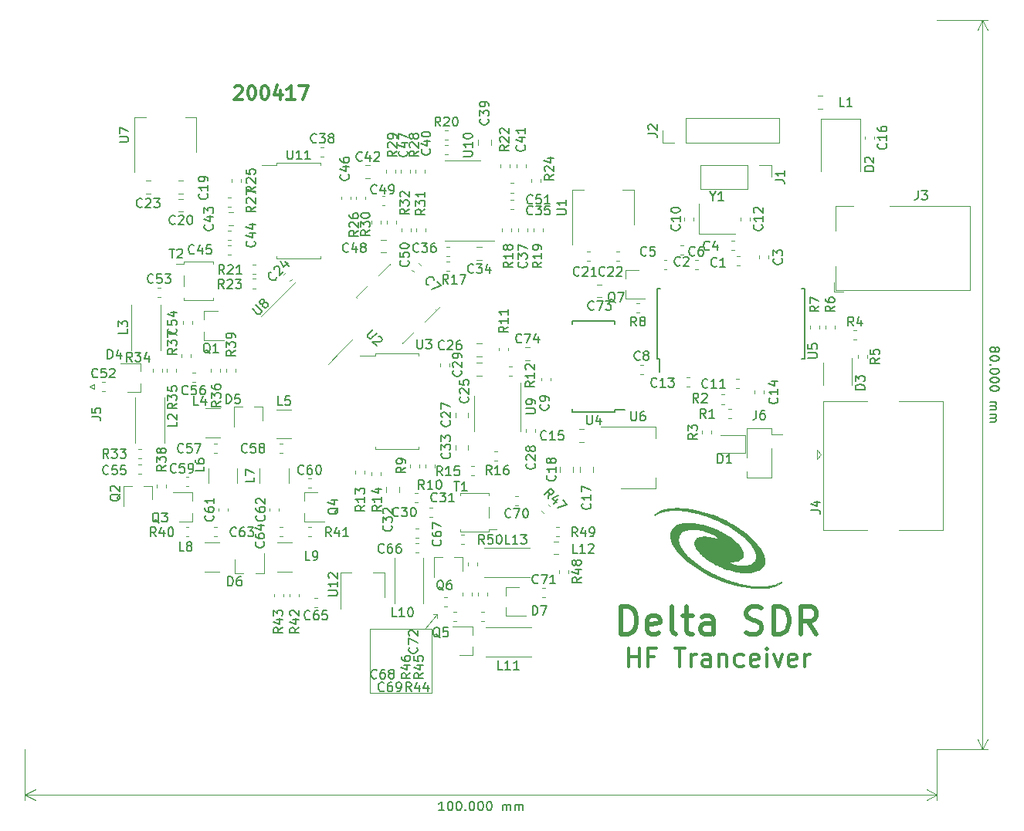
<source format=gbr>
G04 #@! TF.GenerationSoftware,KiCad,Pcbnew,(5.1.2)-1*
G04 #@! TF.CreationDate,2020-04-17T10:09:39+02:00*
G04 #@! TF.ProjectId,DeltaSDR,44656c74-6153-4445-922e-6b696361645f,rev?*
G04 #@! TF.SameCoordinates,Original*
G04 #@! TF.FileFunction,Legend,Top*
G04 #@! TF.FilePolarity,Positive*
%FSLAX46Y46*%
G04 Gerber Fmt 4.6, Leading zero omitted, Abs format (unit mm)*
G04 Created by KiCad (PCBNEW (5.1.2)-1) date 2020-04-17 10:09:39*
%MOMM*%
%LPD*%
G04 APERTURE LIST*
%ADD10C,0.300000*%
%ADD11C,0.120000*%
%ADD12C,0.500000*%
%ADD13C,0.150000*%
%ADD14C,0.010000*%
G04 APERTURE END LIST*
D10*
X176190476Y-130904761D02*
X176190476Y-128904761D01*
X176190476Y-129857142D02*
X177333333Y-129857142D01*
X177333333Y-130904761D02*
X177333333Y-128904761D01*
X178952380Y-129857142D02*
X178285714Y-129857142D01*
X178285714Y-130904761D02*
X178285714Y-128904761D01*
X179238095Y-128904761D01*
X181238095Y-128904761D02*
X182380952Y-128904761D01*
X181809523Y-130904761D02*
X181809523Y-128904761D01*
X183047619Y-130904761D02*
X183047619Y-129571428D01*
X183047619Y-129952380D02*
X183142857Y-129761904D01*
X183238095Y-129666666D01*
X183428571Y-129571428D01*
X183619047Y-129571428D01*
X185142857Y-130904761D02*
X185142857Y-129857142D01*
X185047619Y-129666666D01*
X184857142Y-129571428D01*
X184476190Y-129571428D01*
X184285714Y-129666666D01*
X185142857Y-130809523D02*
X184952380Y-130904761D01*
X184476190Y-130904761D01*
X184285714Y-130809523D01*
X184190476Y-130619047D01*
X184190476Y-130428571D01*
X184285714Y-130238095D01*
X184476190Y-130142857D01*
X184952380Y-130142857D01*
X185142857Y-130047619D01*
X186095238Y-129571428D02*
X186095238Y-130904761D01*
X186095238Y-129761904D02*
X186190476Y-129666666D01*
X186380952Y-129571428D01*
X186666666Y-129571428D01*
X186857142Y-129666666D01*
X186952380Y-129857142D01*
X186952380Y-130904761D01*
X188761904Y-130809523D02*
X188571428Y-130904761D01*
X188190476Y-130904761D01*
X188000000Y-130809523D01*
X187904761Y-130714285D01*
X187809523Y-130523809D01*
X187809523Y-129952380D01*
X187904761Y-129761904D01*
X188000000Y-129666666D01*
X188190476Y-129571428D01*
X188571428Y-129571428D01*
X188761904Y-129666666D01*
X190380952Y-130809523D02*
X190190476Y-130904761D01*
X189809523Y-130904761D01*
X189619047Y-130809523D01*
X189523809Y-130619047D01*
X189523809Y-129857142D01*
X189619047Y-129666666D01*
X189809523Y-129571428D01*
X190190476Y-129571428D01*
X190380952Y-129666666D01*
X190476190Y-129857142D01*
X190476190Y-130047619D01*
X189523809Y-130238095D01*
X191333333Y-130904761D02*
X191333333Y-129571428D01*
X191333333Y-128904761D02*
X191238095Y-129000000D01*
X191333333Y-129095238D01*
X191428571Y-129000000D01*
X191333333Y-128904761D01*
X191333333Y-129095238D01*
X192095238Y-129571428D02*
X192571428Y-130904761D01*
X193047619Y-129571428D01*
X194571428Y-130809523D02*
X194380952Y-130904761D01*
X194000000Y-130904761D01*
X193809523Y-130809523D01*
X193714285Y-130619047D01*
X193714285Y-129857142D01*
X193809523Y-129666666D01*
X194000000Y-129571428D01*
X194380952Y-129571428D01*
X194571428Y-129666666D01*
X194666666Y-129857142D01*
X194666666Y-130047619D01*
X193714285Y-130238095D01*
X195523809Y-130904761D02*
X195523809Y-129571428D01*
X195523809Y-129952380D02*
X195619047Y-129761904D01*
X195714285Y-129666666D01*
X195904761Y-129571428D01*
X196095238Y-129571428D01*
X133000000Y-67321428D02*
X133071428Y-67250000D01*
X133214285Y-67178571D01*
X133571428Y-67178571D01*
X133714285Y-67250000D01*
X133785714Y-67321428D01*
X133857142Y-67464285D01*
X133857142Y-67607142D01*
X133785714Y-67821428D01*
X132928571Y-68678571D01*
X133857142Y-68678571D01*
X134785714Y-67178571D02*
X134928571Y-67178571D01*
X135071428Y-67250000D01*
X135142857Y-67321428D01*
X135214285Y-67464285D01*
X135285714Y-67750000D01*
X135285714Y-68107142D01*
X135214285Y-68392857D01*
X135142857Y-68535714D01*
X135071428Y-68607142D01*
X134928571Y-68678571D01*
X134785714Y-68678571D01*
X134642857Y-68607142D01*
X134571428Y-68535714D01*
X134500000Y-68392857D01*
X134428571Y-68107142D01*
X134428571Y-67750000D01*
X134500000Y-67464285D01*
X134571428Y-67321428D01*
X134642857Y-67250000D01*
X134785714Y-67178571D01*
X136214285Y-67178571D02*
X136357142Y-67178571D01*
X136500000Y-67250000D01*
X136571428Y-67321428D01*
X136642857Y-67464285D01*
X136714285Y-67750000D01*
X136714285Y-68107142D01*
X136642857Y-68392857D01*
X136571428Y-68535714D01*
X136500000Y-68607142D01*
X136357142Y-68678571D01*
X136214285Y-68678571D01*
X136071428Y-68607142D01*
X136000000Y-68535714D01*
X135928571Y-68392857D01*
X135857142Y-68107142D01*
X135857142Y-67750000D01*
X135928571Y-67464285D01*
X136000000Y-67321428D01*
X136071428Y-67250000D01*
X136214285Y-67178571D01*
X138000000Y-67678571D02*
X138000000Y-68678571D01*
X137642857Y-67107142D02*
X137285714Y-68178571D01*
X138214285Y-68178571D01*
X139571428Y-68678571D02*
X138714285Y-68678571D01*
X139142857Y-68678571D02*
X139142857Y-67178571D01*
X139000000Y-67392857D01*
X138857142Y-67535714D01*
X138714285Y-67607142D01*
X140071428Y-67178571D02*
X141071428Y-67178571D01*
X140428571Y-68678571D01*
D11*
X155200000Y-125200000D02*
X154800000Y-125200000D01*
X155200000Y-125600000D02*
X155200000Y-125200000D01*
X155200000Y-125200000D02*
X155200000Y-125600000D01*
X147800000Y-133800000D02*
X154600000Y-133800000D01*
X147800000Y-126800000D02*
X147800000Y-133800000D01*
X154600000Y-126800000D02*
X147800000Y-126800000D01*
X154600000Y-133800000D02*
X154600000Y-126800000D01*
X153800000Y-126800000D02*
X155200000Y-125200000D01*
D12*
X175357142Y-127357142D02*
X175357142Y-124357142D01*
X176071428Y-124357142D01*
X176500000Y-124500000D01*
X176785714Y-124785714D01*
X176928571Y-125071428D01*
X177071428Y-125642857D01*
X177071428Y-126071428D01*
X176928571Y-126642857D01*
X176785714Y-126928571D01*
X176500000Y-127214285D01*
X176071428Y-127357142D01*
X175357142Y-127357142D01*
X179500000Y-127214285D02*
X179214285Y-127357142D01*
X178642857Y-127357142D01*
X178357142Y-127214285D01*
X178214285Y-126928571D01*
X178214285Y-125785714D01*
X178357142Y-125500000D01*
X178642857Y-125357142D01*
X179214285Y-125357142D01*
X179500000Y-125500000D01*
X179642857Y-125785714D01*
X179642857Y-126071428D01*
X178214285Y-126357142D01*
X181357142Y-127357142D02*
X181071428Y-127214285D01*
X180928571Y-126928571D01*
X180928571Y-124357142D01*
X182071428Y-125357142D02*
X183214285Y-125357142D01*
X182500000Y-124357142D02*
X182500000Y-126928571D01*
X182642857Y-127214285D01*
X182928571Y-127357142D01*
X183214285Y-127357142D01*
X185500000Y-127357142D02*
X185500000Y-125785714D01*
X185357142Y-125500000D01*
X185071428Y-125357142D01*
X184500000Y-125357142D01*
X184214285Y-125500000D01*
X185500000Y-127214285D02*
X185214285Y-127357142D01*
X184500000Y-127357142D01*
X184214285Y-127214285D01*
X184071428Y-126928571D01*
X184071428Y-126642857D01*
X184214285Y-126357142D01*
X184500000Y-126214285D01*
X185214285Y-126214285D01*
X185500000Y-126071428D01*
X189071428Y-127214285D02*
X189500000Y-127357142D01*
X190214285Y-127357142D01*
X190500000Y-127214285D01*
X190642857Y-127071428D01*
X190785714Y-126785714D01*
X190785714Y-126500000D01*
X190642857Y-126214285D01*
X190500000Y-126071428D01*
X190214285Y-125928571D01*
X189642857Y-125785714D01*
X189357142Y-125642857D01*
X189214285Y-125500000D01*
X189071428Y-125214285D01*
X189071428Y-124928571D01*
X189214285Y-124642857D01*
X189357142Y-124500000D01*
X189642857Y-124357142D01*
X190357142Y-124357142D01*
X190785714Y-124500000D01*
X192071428Y-127357142D02*
X192071428Y-124357142D01*
X192785714Y-124357142D01*
X193214285Y-124500000D01*
X193500000Y-124785714D01*
X193642857Y-125071428D01*
X193785714Y-125642857D01*
X193785714Y-126071428D01*
X193642857Y-126642857D01*
X193500000Y-126928571D01*
X193214285Y-127214285D01*
X192785714Y-127357142D01*
X192071428Y-127357142D01*
X196785714Y-127357142D02*
X195785714Y-125928571D01*
X195071428Y-127357142D02*
X195071428Y-124357142D01*
X196214285Y-124357142D01*
X196500000Y-124500000D01*
X196642857Y-124642857D01*
X196785714Y-124928571D01*
X196785714Y-125357142D01*
X196642857Y-125642857D01*
X196500000Y-125785714D01*
X196214285Y-125928571D01*
X195071428Y-125928571D01*
D13*
X155952380Y-146722379D02*
X155380952Y-146722379D01*
X155666666Y-146722379D02*
X155666666Y-145722379D01*
X155571428Y-145865237D01*
X155476190Y-145960475D01*
X155380952Y-146008094D01*
X156571428Y-145722379D02*
X156666666Y-145722379D01*
X156761904Y-145769999D01*
X156809523Y-145817618D01*
X156857142Y-145912856D01*
X156904761Y-146103332D01*
X156904761Y-146341427D01*
X156857142Y-146531903D01*
X156809523Y-146627141D01*
X156761904Y-146674760D01*
X156666666Y-146722379D01*
X156571428Y-146722379D01*
X156476190Y-146674760D01*
X156428571Y-146627141D01*
X156380952Y-146531903D01*
X156333333Y-146341427D01*
X156333333Y-146103332D01*
X156380952Y-145912856D01*
X156428571Y-145817618D01*
X156476190Y-145769999D01*
X156571428Y-145722379D01*
X157523809Y-145722379D02*
X157619047Y-145722379D01*
X157714285Y-145769999D01*
X157761904Y-145817618D01*
X157809523Y-145912856D01*
X157857142Y-146103332D01*
X157857142Y-146341427D01*
X157809523Y-146531903D01*
X157761904Y-146627141D01*
X157714285Y-146674760D01*
X157619047Y-146722379D01*
X157523809Y-146722379D01*
X157428571Y-146674760D01*
X157380952Y-146627141D01*
X157333333Y-146531903D01*
X157285714Y-146341427D01*
X157285714Y-146103332D01*
X157333333Y-145912856D01*
X157380952Y-145817618D01*
X157428571Y-145769999D01*
X157523809Y-145722379D01*
X158285714Y-146627141D02*
X158333333Y-146674760D01*
X158285714Y-146722379D01*
X158238095Y-146674760D01*
X158285714Y-146627141D01*
X158285714Y-146722379D01*
X158952380Y-145722379D02*
X159047619Y-145722379D01*
X159142857Y-145769999D01*
X159190476Y-145817618D01*
X159238095Y-145912856D01*
X159285714Y-146103332D01*
X159285714Y-146341427D01*
X159238095Y-146531903D01*
X159190476Y-146627141D01*
X159142857Y-146674760D01*
X159047619Y-146722379D01*
X158952380Y-146722379D01*
X158857142Y-146674760D01*
X158809523Y-146627141D01*
X158761904Y-146531903D01*
X158714285Y-146341427D01*
X158714285Y-146103332D01*
X158761904Y-145912856D01*
X158809523Y-145817618D01*
X158857142Y-145769999D01*
X158952380Y-145722379D01*
X159904761Y-145722379D02*
X160000000Y-145722379D01*
X160095238Y-145769999D01*
X160142857Y-145817618D01*
X160190476Y-145912856D01*
X160238095Y-146103332D01*
X160238095Y-146341427D01*
X160190476Y-146531903D01*
X160142857Y-146627141D01*
X160095238Y-146674760D01*
X160000000Y-146722379D01*
X159904761Y-146722379D01*
X159809523Y-146674760D01*
X159761904Y-146627141D01*
X159714285Y-146531903D01*
X159666666Y-146341427D01*
X159666666Y-146103332D01*
X159714285Y-145912856D01*
X159761904Y-145817618D01*
X159809523Y-145769999D01*
X159904761Y-145722379D01*
X160857142Y-145722379D02*
X160952380Y-145722379D01*
X161047619Y-145769999D01*
X161095238Y-145817618D01*
X161142857Y-145912856D01*
X161190476Y-146103332D01*
X161190476Y-146341427D01*
X161142857Y-146531903D01*
X161095238Y-146627141D01*
X161047619Y-146674760D01*
X160952380Y-146722379D01*
X160857142Y-146722379D01*
X160761904Y-146674760D01*
X160714285Y-146627141D01*
X160666666Y-146531903D01*
X160619047Y-146341427D01*
X160619047Y-146103332D01*
X160666666Y-145912856D01*
X160714285Y-145817618D01*
X160761904Y-145769999D01*
X160857142Y-145722379D01*
X162380952Y-146722379D02*
X162380952Y-146055713D01*
X162380952Y-146150951D02*
X162428571Y-146103332D01*
X162523809Y-146055713D01*
X162666666Y-146055713D01*
X162761904Y-146103332D01*
X162809523Y-146198570D01*
X162809523Y-146722379D01*
X162809523Y-146198570D02*
X162857142Y-146103332D01*
X162952380Y-146055713D01*
X163095238Y-146055713D01*
X163190476Y-146103332D01*
X163238095Y-146198570D01*
X163238095Y-146722379D01*
X163714285Y-146722379D02*
X163714285Y-146055713D01*
X163714285Y-146150951D02*
X163761904Y-146103332D01*
X163857142Y-146055713D01*
X164000000Y-146055713D01*
X164095238Y-146103332D01*
X164142857Y-146198570D01*
X164142857Y-146722379D01*
X164142857Y-146198570D02*
X164190476Y-146103332D01*
X164285714Y-146055713D01*
X164428571Y-146055713D01*
X164523809Y-146103332D01*
X164571428Y-146198570D01*
X164571428Y-146722379D01*
D11*
X110000000Y-144999999D02*
X210000000Y-144999999D01*
X110000000Y-140000000D02*
X110000000Y-145586420D01*
X210000000Y-140000000D02*
X210000000Y-145586420D01*
X210000000Y-144999999D02*
X208873496Y-145586420D01*
X210000000Y-144999999D02*
X208873496Y-144413578D01*
X110000000Y-144999999D02*
X111126504Y-145586420D01*
X110000000Y-144999999D02*
X111126504Y-144413578D01*
D13*
X216389047Y-96047619D02*
X216436666Y-95952380D01*
X216484285Y-95904761D01*
X216579523Y-95857142D01*
X216627142Y-95857142D01*
X216722380Y-95904761D01*
X216770000Y-95952380D01*
X216817619Y-96047619D01*
X216817619Y-96238095D01*
X216770000Y-96333333D01*
X216722380Y-96380952D01*
X216627142Y-96428571D01*
X216579523Y-96428571D01*
X216484285Y-96380952D01*
X216436666Y-96333333D01*
X216389047Y-96238095D01*
X216389047Y-96047619D01*
X216341428Y-95952380D01*
X216293809Y-95904761D01*
X216198571Y-95857142D01*
X216008095Y-95857142D01*
X215912857Y-95904761D01*
X215865238Y-95952380D01*
X215817619Y-96047619D01*
X215817619Y-96238095D01*
X215865238Y-96333333D01*
X215912857Y-96380952D01*
X216008095Y-96428571D01*
X216198571Y-96428571D01*
X216293809Y-96380952D01*
X216341428Y-96333333D01*
X216389047Y-96238095D01*
X216817619Y-97047619D02*
X216817619Y-97142857D01*
X216770000Y-97238095D01*
X216722380Y-97285714D01*
X216627142Y-97333333D01*
X216436666Y-97380952D01*
X216198571Y-97380952D01*
X216008095Y-97333333D01*
X215912857Y-97285714D01*
X215865238Y-97238095D01*
X215817619Y-97142857D01*
X215817619Y-97047619D01*
X215865238Y-96952380D01*
X215912857Y-96904761D01*
X216008095Y-96857142D01*
X216198571Y-96809523D01*
X216436666Y-96809523D01*
X216627142Y-96857142D01*
X216722380Y-96904761D01*
X216770000Y-96952380D01*
X216817619Y-97047619D01*
X215912857Y-97809523D02*
X215865238Y-97857142D01*
X215817619Y-97809523D01*
X215865238Y-97761904D01*
X215912857Y-97809523D01*
X215817619Y-97809523D01*
X216817619Y-98476190D02*
X216817619Y-98571428D01*
X216770000Y-98666666D01*
X216722380Y-98714285D01*
X216627142Y-98761904D01*
X216436666Y-98809523D01*
X216198571Y-98809523D01*
X216008095Y-98761904D01*
X215912857Y-98714285D01*
X215865238Y-98666666D01*
X215817619Y-98571428D01*
X215817619Y-98476190D01*
X215865238Y-98380952D01*
X215912857Y-98333333D01*
X216008095Y-98285714D01*
X216198571Y-98238095D01*
X216436666Y-98238095D01*
X216627142Y-98285714D01*
X216722380Y-98333333D01*
X216770000Y-98380952D01*
X216817619Y-98476190D01*
X216817619Y-99428571D02*
X216817619Y-99523809D01*
X216770000Y-99619047D01*
X216722380Y-99666666D01*
X216627142Y-99714285D01*
X216436666Y-99761904D01*
X216198571Y-99761904D01*
X216008095Y-99714285D01*
X215912857Y-99666666D01*
X215865238Y-99619047D01*
X215817619Y-99523809D01*
X215817619Y-99428571D01*
X215865238Y-99333333D01*
X215912857Y-99285714D01*
X216008095Y-99238095D01*
X216198571Y-99190476D01*
X216436666Y-99190476D01*
X216627142Y-99238095D01*
X216722380Y-99285714D01*
X216770000Y-99333333D01*
X216817619Y-99428571D01*
X216817619Y-100380952D02*
X216817619Y-100476190D01*
X216770000Y-100571428D01*
X216722380Y-100619047D01*
X216627142Y-100666666D01*
X216436666Y-100714285D01*
X216198571Y-100714285D01*
X216008095Y-100666666D01*
X215912857Y-100619047D01*
X215865238Y-100571428D01*
X215817619Y-100476190D01*
X215817619Y-100380952D01*
X215865238Y-100285714D01*
X215912857Y-100238095D01*
X216008095Y-100190476D01*
X216198571Y-100142857D01*
X216436666Y-100142857D01*
X216627142Y-100190476D01*
X216722380Y-100238095D01*
X216770000Y-100285714D01*
X216817619Y-100380952D01*
X215817619Y-101904761D02*
X216484285Y-101904761D01*
X216389047Y-101904761D02*
X216436666Y-101952380D01*
X216484285Y-102047619D01*
X216484285Y-102190476D01*
X216436666Y-102285714D01*
X216341428Y-102333333D01*
X215817619Y-102333333D01*
X216341428Y-102333333D02*
X216436666Y-102380952D01*
X216484285Y-102476190D01*
X216484285Y-102619047D01*
X216436666Y-102714285D01*
X216341428Y-102761904D01*
X215817619Y-102761904D01*
X215817619Y-103238095D02*
X216484285Y-103238095D01*
X216389047Y-103238095D02*
X216436666Y-103285714D01*
X216484285Y-103380952D01*
X216484285Y-103523809D01*
X216436666Y-103619047D01*
X216341428Y-103666666D01*
X215817619Y-103666666D01*
X216341428Y-103666666D02*
X216436666Y-103714285D01*
X216484285Y-103809523D01*
X216484285Y-103952380D01*
X216436666Y-104047619D01*
X216341428Y-104095238D01*
X215817619Y-104095238D01*
D11*
X215000000Y-60000000D02*
X215000000Y-140000000D01*
X210000000Y-60000000D02*
X215586421Y-60000000D01*
X210000000Y-140000000D02*
X215586421Y-140000000D01*
X215000000Y-140000000D02*
X214413579Y-138873496D01*
X215000000Y-140000000D02*
X215586421Y-138873496D01*
X215000000Y-60000000D02*
X214413579Y-61126504D01*
X215000000Y-60000000D02*
X215586421Y-61126504D01*
X164841422Y-97310000D02*
X165358578Y-97310000D01*
X164841422Y-95890000D02*
X165358578Y-95890000D01*
X173258578Y-88990000D02*
X172741422Y-88990000D01*
X173258578Y-90410000D02*
X172741422Y-90410000D01*
X139275727Y-88395522D02*
X139045522Y-88625727D01*
X138554478Y-87674273D02*
X138324273Y-87904478D01*
X144586019Y-96336019D02*
X145964877Y-94957160D01*
X144586019Y-96336019D02*
X143207160Y-97714877D01*
X138313981Y-90063981D02*
X139692840Y-88685123D01*
X138313981Y-90063981D02*
X135874463Y-92503500D01*
X191830000Y-105470000D02*
X193040000Y-105470000D01*
X189170000Y-109530000D02*
X189170000Y-110200000D01*
X189170000Y-104800000D02*
X189170000Y-108010000D01*
X189170000Y-110200000D02*
X191830000Y-110200000D01*
X191830000Y-106990000D02*
X191830000Y-110200000D01*
X191830000Y-104800000D02*
X191830000Y-105470000D01*
X189170000Y-104800000D02*
X191830000Y-104800000D01*
X202090000Y-72737221D02*
X202090000Y-73062779D01*
X203110000Y-72737221D02*
X203110000Y-73062779D01*
X197458578Y-68290000D02*
X196941422Y-68290000D01*
X197458578Y-69710000D02*
X196941422Y-69710000D01*
X201550000Y-70850000D02*
X201550000Y-76550000D01*
X197250000Y-70850000D02*
X197250000Y-76550000D01*
X201550000Y-70850000D02*
X197250000Y-70850000D01*
D14*
G36*
X181911400Y-113547139D02*
G01*
X182418858Y-113591961D01*
X182951524Y-113666135D01*
X183507149Y-113769559D01*
X184083487Y-113902128D01*
X184678290Y-114063738D01*
X184970546Y-114151861D01*
X185204714Y-114226583D01*
X185411605Y-114297332D01*
X185606006Y-114369846D01*
X185802710Y-114449858D01*
X186016503Y-114543106D01*
X186228600Y-114639777D01*
X186377243Y-114709999D01*
X186545884Y-114792188D01*
X186726251Y-114882076D01*
X186910079Y-114975393D01*
X187089097Y-115067870D01*
X187255039Y-115155236D01*
X187399635Y-115233223D01*
X187514617Y-115297560D01*
X187589249Y-115342381D01*
X187665342Y-115390205D01*
X187753700Y-115444108D01*
X187780307Y-115460000D01*
X187837720Y-115495633D01*
X187927040Y-115552920D01*
X188038044Y-115625132D01*
X188160509Y-115705538D01*
X188284210Y-115787410D01*
X188398924Y-115864017D01*
X188494429Y-115928630D01*
X188540000Y-115960057D01*
X188656902Y-116044264D01*
X188795721Y-116148308D01*
X188946122Y-116264051D01*
X189097774Y-116383358D01*
X189240345Y-116498089D01*
X189363503Y-116600108D01*
X189456916Y-116681278D01*
X189464355Y-116688055D01*
X189801729Y-117010313D01*
X190097773Y-117320524D01*
X190351035Y-117616988D01*
X190560060Y-117897999D01*
X190723396Y-118161857D01*
X190725175Y-118165100D01*
X190770782Y-118248312D01*
X190808633Y-118317305D01*
X190829685Y-118355600D01*
X190857549Y-118412216D01*
X190894620Y-118495127D01*
X190933919Y-118587739D01*
X190968464Y-118673459D01*
X190991276Y-118735693D01*
X190995308Y-118749300D01*
X191009316Y-118804877D01*
X191029318Y-118883867D01*
X191037067Y-118914400D01*
X191049481Y-118993218D01*
X191057990Y-119106210D01*
X191062344Y-119236883D01*
X191062296Y-119368740D01*
X191057595Y-119485290D01*
X191047993Y-119570036D01*
X191047037Y-119574800D01*
X190987382Y-119748319D01*
X190885423Y-119921556D01*
X190748900Y-120085501D01*
X190585555Y-120231147D01*
X190403128Y-120349485D01*
X190364082Y-120369551D01*
X190102095Y-120475237D01*
X189807230Y-120550624D01*
X189477009Y-120596106D01*
X189108951Y-120612079D01*
X188870558Y-120607726D01*
X188729280Y-120601635D01*
X188601799Y-120594972D01*
X188498693Y-120588375D01*
X188430543Y-120582485D01*
X188413000Y-120580028D01*
X188355878Y-120569536D01*
X188267985Y-120554174D01*
X188171700Y-120537831D01*
X187925773Y-120491947D01*
X187668869Y-120435439D01*
X187410285Y-120370973D01*
X187159317Y-120301215D01*
X186925261Y-120228831D01*
X186717414Y-120156488D01*
X186545070Y-120086852D01*
X186463328Y-120047869D01*
X186399133Y-120019773D01*
X186349859Y-120006716D01*
X186346876Y-120006600D01*
X186310136Y-119995410D01*
X186236718Y-119964554D01*
X186134855Y-119918102D01*
X186012783Y-119860124D01*
X185878736Y-119794689D01*
X185740948Y-119725869D01*
X185607655Y-119657733D01*
X185487090Y-119594350D01*
X185387490Y-119539792D01*
X185317087Y-119498127D01*
X185313679Y-119495937D01*
X185255324Y-119458980D01*
X185176157Y-119409814D01*
X185130241Y-119381637D01*
X185048559Y-119329737D01*
X184946631Y-119262156D01*
X184845474Y-119192847D01*
X184838141Y-119187713D01*
X184751649Y-119127209D01*
X184676323Y-119074800D01*
X184625759Y-119039939D01*
X184618937Y-119035313D01*
X184567227Y-118997849D01*
X184542703Y-118977900D01*
X184508597Y-118949353D01*
X184448664Y-118900597D01*
X184387065Y-118851138D01*
X184310390Y-118786138D01*
X184214774Y-118699696D01*
X184116659Y-118606817D01*
X184080913Y-118571738D01*
X183851372Y-118325785D01*
X183666910Y-118089296D01*
X183528035Y-117863426D01*
X183435250Y-117649334D01*
X183389064Y-117448177D01*
X183389981Y-117261110D01*
X183435546Y-117096090D01*
X183477695Y-117013549D01*
X183532852Y-116941813D01*
X183613733Y-116865593D01*
X183657095Y-116829647D01*
X183695701Y-116807918D01*
X183766885Y-116775332D01*
X183855616Y-116738748D01*
X183860295Y-116736917D01*
X183930342Y-116711043D01*
X183993583Y-116692771D01*
X184061256Y-116680736D01*
X184144597Y-116673574D01*
X184254845Y-116669918D01*
X184403236Y-116668405D01*
X184425200Y-116668297D01*
X184570443Y-116668807D01*
X184705747Y-116671416D01*
X184819241Y-116675744D01*
X184899053Y-116681408D01*
X184920500Y-116684235D01*
X185109201Y-116720750D01*
X185330377Y-116769564D01*
X185568231Y-116827140D01*
X185636286Y-116844509D01*
X185753524Y-116871993D01*
X185861124Y-116892264D01*
X185944252Y-116902775D01*
X185977885Y-116903190D01*
X186060897Y-116895100D01*
X185973298Y-116795526D01*
X185871783Y-116701618D01*
X185728802Y-116599900D01*
X185552380Y-116494022D01*
X185350541Y-116387635D01*
X185131310Y-116284391D01*
X184902711Y-116187940D01*
X184672769Y-116101935D01*
X184449508Y-116030025D01*
X184240952Y-115975863D01*
X184120400Y-115952444D01*
X184042114Y-115937723D01*
X183993400Y-115927094D01*
X183854994Y-115901276D01*
X183685898Y-115880290D01*
X183498267Y-115864627D01*
X183304254Y-115854782D01*
X183116013Y-115851246D01*
X182945699Y-115854513D01*
X182805466Y-115865076D01*
X182736100Y-115876110D01*
X182544206Y-115920634D01*
X182390161Y-115965090D01*
X182261251Y-116014311D01*
X182144760Y-116073132D01*
X182031494Y-116144008D01*
X181878781Y-116275138D01*
X181750294Y-116447285D01*
X181705785Y-116526800D01*
X181677329Y-116590237D01*
X181658757Y-116657793D01*
X181647653Y-116743536D01*
X181641602Y-116861530D01*
X181640352Y-116907800D01*
X181639043Y-117038740D01*
X181644020Y-117137866D01*
X181657860Y-117224027D01*
X181683138Y-117316073D01*
X181705349Y-117383380D01*
X181792715Y-117606523D01*
X181898839Y-117824805D01*
X182014226Y-118019539D01*
X182066386Y-118094160D01*
X182116850Y-118164447D01*
X182152290Y-118218255D01*
X182164600Y-118242697D01*
X182181031Y-118269222D01*
X182226066Y-118325468D01*
X182293312Y-118404329D01*
X182376377Y-118498700D01*
X182468870Y-118601477D01*
X182564398Y-118705556D01*
X182656572Y-118803831D01*
X182738998Y-118889199D01*
X182803513Y-118952877D01*
X183025930Y-119154597D01*
X183277378Y-119366906D01*
X183541976Y-119576644D01*
X183695441Y-119692096D01*
X183780571Y-119755100D01*
X183851472Y-119808119D01*
X183897104Y-119842875D01*
X183906099Y-119850053D01*
X183948330Y-119878947D01*
X183993400Y-119905000D01*
X184049199Y-119937867D01*
X184080700Y-119960117D01*
X184140665Y-120004487D01*
X184237901Y-120068862D01*
X184365102Y-120148875D01*
X184514966Y-120240163D01*
X184680190Y-120338361D01*
X184853469Y-120439102D01*
X185027501Y-120538023D01*
X185194981Y-120630758D01*
X185276100Y-120674574D01*
X185392086Y-120735219D01*
X185525186Y-120802569D01*
X185667565Y-120872907D01*
X185811390Y-120942517D01*
X185948825Y-121007684D01*
X186072035Y-121064690D01*
X186173186Y-121109821D01*
X186244444Y-121139359D01*
X186277607Y-121149600D01*
X186310193Y-121159460D01*
X186375582Y-121185499D01*
X186460549Y-121222406D01*
X186473882Y-121228423D01*
X186584573Y-121276621D01*
X186700710Y-121324078D01*
X186787400Y-121356943D01*
X186974382Y-121422981D01*
X187150919Y-121484426D01*
X187310313Y-121539021D01*
X187445870Y-121584507D01*
X187550893Y-121618627D01*
X187618688Y-121639123D01*
X187638300Y-121643877D01*
X187688793Y-121656274D01*
X187768184Y-121679952D01*
X187841645Y-121703895D01*
X187969942Y-121743307D01*
X188137182Y-121788630D01*
X188332223Y-121837293D01*
X188543922Y-121886724D01*
X188761134Y-121934350D01*
X188972719Y-121977601D01*
X189167532Y-122013903D01*
X189233039Y-122025044D01*
X189778820Y-122099899D01*
X190300586Y-122141022D01*
X190795667Y-122148502D01*
X191261393Y-122122427D01*
X191695092Y-122062887D01*
X192094094Y-121969971D01*
X192239063Y-121924927D01*
X192376873Y-121876515D01*
X192509927Y-121825670D01*
X192628940Y-121776357D01*
X192724629Y-121732540D01*
X192787709Y-121698185D01*
X192807200Y-121682307D01*
X192839147Y-121656009D01*
X192889987Y-121628437D01*
X192942216Y-121607200D01*
X192978332Y-121599911D01*
X192985000Y-121604994D01*
X192966564Y-121631638D01*
X192917603Y-121680283D01*
X192847638Y-121741674D01*
X192826250Y-121759342D01*
X192607049Y-121910742D01*
X192344270Y-122044248D01*
X192042551Y-122157957D01*
X191706530Y-122249967D01*
X191549900Y-122282916D01*
X191454698Y-122295893D01*
X191318034Y-122307264D01*
X191149224Y-122316848D01*
X190957586Y-122324466D01*
X190752437Y-122329938D01*
X190543094Y-122333082D01*
X190338874Y-122333721D01*
X190149094Y-122331674D01*
X189983072Y-122326760D01*
X189850125Y-122318800D01*
X189822700Y-122316268D01*
X189275953Y-122246966D01*
X188708942Y-122149049D01*
X188130413Y-122025085D01*
X187549108Y-121877644D01*
X186973772Y-121709293D01*
X186413149Y-121522600D01*
X185875982Y-121320133D01*
X185371016Y-121104462D01*
X184906994Y-120878153D01*
X184882400Y-120865219D01*
X184317702Y-120550934D01*
X183781371Y-120220065D01*
X183276541Y-119875139D01*
X182806347Y-119518683D01*
X182373922Y-119153225D01*
X181982402Y-118781292D01*
X181634919Y-118405412D01*
X181334609Y-118028111D01*
X181293700Y-117971374D01*
X181237955Y-117890040D01*
X181196047Y-117823291D01*
X181175124Y-117782693D01*
X181174000Y-117777634D01*
X181156608Y-117740567D01*
X181142177Y-117725809D01*
X181114823Y-117689475D01*
X181072671Y-117617705D01*
X181021542Y-117521491D01*
X180967254Y-117411827D01*
X180915626Y-117299705D01*
X180910842Y-117288800D01*
X180852749Y-117135016D01*
X180801061Y-116960727D01*
X180768954Y-116818900D01*
X180757366Y-116721843D01*
X180752345Y-116601894D01*
X180753449Y-116474033D01*
X180760237Y-116353241D01*
X180772264Y-116254500D01*
X180787322Y-116196600D01*
X180814600Y-116120603D01*
X180828650Y-116067933D01*
X180855930Y-115999902D01*
X180893908Y-115943397D01*
X180930285Y-115895416D01*
X180945399Y-115863488D01*
X180964132Y-115829017D01*
X181013915Y-115773046D01*
X181085126Y-115704512D01*
X181168144Y-115632353D01*
X181253347Y-115565505D01*
X181305414Y-115529089D01*
X181557391Y-115391285D01*
X181836407Y-115288174D01*
X182128281Y-115224764D01*
X182189667Y-115216984D01*
X182269710Y-115206674D01*
X182327682Y-115196523D01*
X182346012Y-115191067D01*
X182374788Y-115188208D01*
X182444990Y-115185783D01*
X182547248Y-115183863D01*
X182672188Y-115182519D01*
X182810441Y-115181821D01*
X182952633Y-115181841D01*
X183089392Y-115182650D01*
X183211348Y-115184318D01*
X183218700Y-115184461D01*
X183262445Y-115188442D01*
X183344913Y-115198570D01*
X183454606Y-115213351D01*
X183580025Y-115231287D01*
X183590225Y-115232789D01*
X183836905Y-115273226D01*
X184086927Y-115321611D01*
X184329992Y-115375475D01*
X184555804Y-115432349D01*
X184754062Y-115489763D01*
X184914469Y-115545250D01*
X184945383Y-115557670D01*
X185011948Y-115582156D01*
X185058358Y-115593443D01*
X185066645Y-115593145D01*
X185099725Y-115599765D01*
X185159221Y-115624146D01*
X185186800Y-115637595D01*
X185256750Y-115669142D01*
X185312202Y-115687056D01*
X185324405Y-115688599D01*
X185357712Y-115699016D01*
X185428816Y-115727840D01*
X185529747Y-115771428D01*
X185652537Y-115826140D01*
X185789216Y-115888334D01*
X185931816Y-115954370D01*
X186072367Y-116020605D01*
X186202900Y-116083400D01*
X186315445Y-116139112D01*
X186358275Y-116160992D01*
X186545107Y-116258816D01*
X186688032Y-116336157D01*
X186789116Y-116394153D01*
X186836958Y-116424441D01*
X186885658Y-116457183D01*
X186964044Y-116509492D01*
X187059430Y-116572914D01*
X187120088Y-116613143D01*
X187415788Y-116822508D01*
X187692635Y-117045060D01*
X187945346Y-117275461D01*
X188168636Y-117508379D01*
X188357218Y-117738476D01*
X188505810Y-117960419D01*
X188566990Y-118073831D01*
X188645930Y-118256380D01*
X188691708Y-118418729D01*
X188707958Y-118575703D01*
X188706815Y-118644363D01*
X188675348Y-118823353D01*
X188599322Y-118979044D01*
X188478588Y-119111536D01*
X188312998Y-119220927D01*
X188102403Y-119307318D01*
X187846656Y-119370806D01*
X187562100Y-119409963D01*
X187404866Y-119426346D01*
X187296801Y-119441075D01*
X187236307Y-119454391D01*
X187222702Y-119461231D01*
X187223408Y-119490390D01*
X187265342Y-119530644D01*
X187341151Y-119578228D01*
X187443484Y-119629374D01*
X187564990Y-119680318D01*
X187698318Y-119727293D01*
X187801027Y-119757488D01*
X187940548Y-119793511D01*
X188057643Y-119819674D01*
X188166772Y-119837910D01*
X188282396Y-119850152D01*
X188418976Y-119858332D01*
X188590971Y-119864383D01*
X188603500Y-119864743D01*
X188797972Y-119867626D01*
X188958455Y-119862827D01*
X189101404Y-119848679D01*
X189243273Y-119823518D01*
X189400516Y-119785677D01*
X189410546Y-119783034D01*
X189549068Y-119729773D01*
X189695735Y-119645568D01*
X189837391Y-119540567D01*
X189960886Y-119424919D01*
X190053066Y-119308773D01*
X190075437Y-119270000D01*
X190126755Y-119124275D01*
X190151485Y-118947875D01*
X190149598Y-118753427D01*
X190121064Y-118553560D01*
X190077495Y-118393700D01*
X189972195Y-118142334D01*
X189823230Y-117876279D01*
X189634000Y-117599963D01*
X189407906Y-117317811D01*
X189148349Y-117034250D01*
X188858730Y-116753708D01*
X188728127Y-116637135D01*
X188610699Y-116538497D01*
X188468619Y-116424981D01*
X188310228Y-116302712D01*
X188143864Y-116177814D01*
X187977866Y-116056413D01*
X187820572Y-115944634D01*
X187680323Y-115848601D01*
X187565456Y-115774440D01*
X187506490Y-115739841D01*
X187424877Y-115692929D01*
X187331715Y-115636261D01*
X187295400Y-115613254D01*
X187073085Y-115477905D01*
X186811668Y-115332038D01*
X186520574Y-115180164D01*
X186209227Y-115026793D01*
X185887051Y-114876438D01*
X185563470Y-114733609D01*
X185247909Y-114602817D01*
X184949791Y-114488573D01*
X184933200Y-114482537D01*
X184829738Y-114444345D01*
X184733881Y-114407807D01*
X184664664Y-114380196D01*
X184659288Y-114377927D01*
X184592934Y-114353808D01*
X184542708Y-114342515D01*
X184539499Y-114342399D01*
X184492569Y-114332802D01*
X184426716Y-114309397D01*
X184419711Y-114306430D01*
X184339809Y-114276529D01*
X184224050Y-114238942D01*
X184086047Y-114197535D01*
X183939411Y-114156175D01*
X183797754Y-114118729D01*
X183674688Y-114089065D01*
X183601837Y-114074081D01*
X183540827Y-114059989D01*
X183505030Y-114046734D01*
X183465633Y-114033292D01*
X183402380Y-114020482D01*
X183401293Y-114020315D01*
X183337805Y-114008670D01*
X183243326Y-113989077D01*
X183136278Y-113965385D01*
X183115711Y-113960662D01*
X182999816Y-113935426D01*
X182884601Y-113912886D01*
X182793123Y-113897527D01*
X182785511Y-113896469D01*
X182700801Y-113884433D01*
X182630437Y-113873350D01*
X182609100Y-113869498D01*
X182550312Y-113860306D01*
X182452724Y-113847646D01*
X182328108Y-113832813D01*
X182188241Y-113817101D01*
X182044896Y-113801802D01*
X181909849Y-113788211D01*
X181794874Y-113777620D01*
X181720100Y-113771839D01*
X181610377Y-113766775D01*
X181473497Y-113763371D01*
X181323017Y-113761649D01*
X181172497Y-113761629D01*
X181035494Y-113763334D01*
X180925568Y-113766783D01*
X180869200Y-113770513D01*
X180795990Y-113777429D01*
X180696215Y-113786538D01*
X180610887Y-113794149D01*
X180476572Y-113810135D01*
X180316318Y-113835401D01*
X180153220Y-113865947D01*
X180010374Y-113897775D01*
X180005600Y-113898970D01*
X179935419Y-113916103D01*
X179854587Y-113935178D01*
X179853200Y-113935499D01*
X179749919Y-113963624D01*
X179640136Y-114000179D01*
X179541182Y-114038809D01*
X179470387Y-114073160D01*
X179460198Y-114079590D01*
X179401512Y-114107101D01*
X179364948Y-114113800D01*
X179326847Y-114125615D01*
X179319800Y-114139200D01*
X179299359Y-114162034D01*
X179283514Y-114164600D01*
X179235823Y-114181322D01*
X179212422Y-114199406D01*
X179166716Y-114235466D01*
X179109372Y-114269148D01*
X179055617Y-114293134D01*
X179020680Y-114300105D01*
X179014999Y-114294283D01*
X179035282Y-114257518D01*
X179090160Y-114201556D01*
X179170680Y-114133355D01*
X179267887Y-114059874D01*
X179372827Y-113988069D01*
X179476548Y-113924901D01*
X179521846Y-113900421D01*
X179830869Y-113766949D01*
X180178583Y-113663452D01*
X180562740Y-113589826D01*
X180981093Y-113545968D01*
X181431396Y-113531773D01*
X181911400Y-113547139D01*
X181911400Y-113547139D01*
G37*
X181911400Y-113547139D02*
X182418858Y-113591961D01*
X182951524Y-113666135D01*
X183507149Y-113769559D01*
X184083487Y-113902128D01*
X184678290Y-114063738D01*
X184970546Y-114151861D01*
X185204714Y-114226583D01*
X185411605Y-114297332D01*
X185606006Y-114369846D01*
X185802710Y-114449858D01*
X186016503Y-114543106D01*
X186228600Y-114639777D01*
X186377243Y-114709999D01*
X186545884Y-114792188D01*
X186726251Y-114882076D01*
X186910079Y-114975393D01*
X187089097Y-115067870D01*
X187255039Y-115155236D01*
X187399635Y-115233223D01*
X187514617Y-115297560D01*
X187589249Y-115342381D01*
X187665342Y-115390205D01*
X187753700Y-115444108D01*
X187780307Y-115460000D01*
X187837720Y-115495633D01*
X187927040Y-115552920D01*
X188038044Y-115625132D01*
X188160509Y-115705538D01*
X188284210Y-115787410D01*
X188398924Y-115864017D01*
X188494429Y-115928630D01*
X188540000Y-115960057D01*
X188656902Y-116044264D01*
X188795721Y-116148308D01*
X188946122Y-116264051D01*
X189097774Y-116383358D01*
X189240345Y-116498089D01*
X189363503Y-116600108D01*
X189456916Y-116681278D01*
X189464355Y-116688055D01*
X189801729Y-117010313D01*
X190097773Y-117320524D01*
X190351035Y-117616988D01*
X190560060Y-117897999D01*
X190723396Y-118161857D01*
X190725175Y-118165100D01*
X190770782Y-118248312D01*
X190808633Y-118317305D01*
X190829685Y-118355600D01*
X190857549Y-118412216D01*
X190894620Y-118495127D01*
X190933919Y-118587739D01*
X190968464Y-118673459D01*
X190991276Y-118735693D01*
X190995308Y-118749300D01*
X191009316Y-118804877D01*
X191029318Y-118883867D01*
X191037067Y-118914400D01*
X191049481Y-118993218D01*
X191057990Y-119106210D01*
X191062344Y-119236883D01*
X191062296Y-119368740D01*
X191057595Y-119485290D01*
X191047993Y-119570036D01*
X191047037Y-119574800D01*
X190987382Y-119748319D01*
X190885423Y-119921556D01*
X190748900Y-120085501D01*
X190585555Y-120231147D01*
X190403128Y-120349485D01*
X190364082Y-120369551D01*
X190102095Y-120475237D01*
X189807230Y-120550624D01*
X189477009Y-120596106D01*
X189108951Y-120612079D01*
X188870558Y-120607726D01*
X188729280Y-120601635D01*
X188601799Y-120594972D01*
X188498693Y-120588375D01*
X188430543Y-120582485D01*
X188413000Y-120580028D01*
X188355878Y-120569536D01*
X188267985Y-120554174D01*
X188171700Y-120537831D01*
X187925773Y-120491947D01*
X187668869Y-120435439D01*
X187410285Y-120370973D01*
X187159317Y-120301215D01*
X186925261Y-120228831D01*
X186717414Y-120156488D01*
X186545070Y-120086852D01*
X186463328Y-120047869D01*
X186399133Y-120019773D01*
X186349859Y-120006716D01*
X186346876Y-120006600D01*
X186310136Y-119995410D01*
X186236718Y-119964554D01*
X186134855Y-119918102D01*
X186012783Y-119860124D01*
X185878736Y-119794689D01*
X185740948Y-119725869D01*
X185607655Y-119657733D01*
X185487090Y-119594350D01*
X185387490Y-119539792D01*
X185317087Y-119498127D01*
X185313679Y-119495937D01*
X185255324Y-119458980D01*
X185176157Y-119409814D01*
X185130241Y-119381637D01*
X185048559Y-119329737D01*
X184946631Y-119262156D01*
X184845474Y-119192847D01*
X184838141Y-119187713D01*
X184751649Y-119127209D01*
X184676323Y-119074800D01*
X184625759Y-119039939D01*
X184618937Y-119035313D01*
X184567227Y-118997849D01*
X184542703Y-118977900D01*
X184508597Y-118949353D01*
X184448664Y-118900597D01*
X184387065Y-118851138D01*
X184310390Y-118786138D01*
X184214774Y-118699696D01*
X184116659Y-118606817D01*
X184080913Y-118571738D01*
X183851372Y-118325785D01*
X183666910Y-118089296D01*
X183528035Y-117863426D01*
X183435250Y-117649334D01*
X183389064Y-117448177D01*
X183389981Y-117261110D01*
X183435546Y-117096090D01*
X183477695Y-117013549D01*
X183532852Y-116941813D01*
X183613733Y-116865593D01*
X183657095Y-116829647D01*
X183695701Y-116807918D01*
X183766885Y-116775332D01*
X183855616Y-116738748D01*
X183860295Y-116736917D01*
X183930342Y-116711043D01*
X183993583Y-116692771D01*
X184061256Y-116680736D01*
X184144597Y-116673574D01*
X184254845Y-116669918D01*
X184403236Y-116668405D01*
X184425200Y-116668297D01*
X184570443Y-116668807D01*
X184705747Y-116671416D01*
X184819241Y-116675744D01*
X184899053Y-116681408D01*
X184920500Y-116684235D01*
X185109201Y-116720750D01*
X185330377Y-116769564D01*
X185568231Y-116827140D01*
X185636286Y-116844509D01*
X185753524Y-116871993D01*
X185861124Y-116892264D01*
X185944252Y-116902775D01*
X185977885Y-116903190D01*
X186060897Y-116895100D01*
X185973298Y-116795526D01*
X185871783Y-116701618D01*
X185728802Y-116599900D01*
X185552380Y-116494022D01*
X185350541Y-116387635D01*
X185131310Y-116284391D01*
X184902711Y-116187940D01*
X184672769Y-116101935D01*
X184449508Y-116030025D01*
X184240952Y-115975863D01*
X184120400Y-115952444D01*
X184042114Y-115937723D01*
X183993400Y-115927094D01*
X183854994Y-115901276D01*
X183685898Y-115880290D01*
X183498267Y-115864627D01*
X183304254Y-115854782D01*
X183116013Y-115851246D01*
X182945699Y-115854513D01*
X182805466Y-115865076D01*
X182736100Y-115876110D01*
X182544206Y-115920634D01*
X182390161Y-115965090D01*
X182261251Y-116014311D01*
X182144760Y-116073132D01*
X182031494Y-116144008D01*
X181878781Y-116275138D01*
X181750294Y-116447285D01*
X181705785Y-116526800D01*
X181677329Y-116590237D01*
X181658757Y-116657793D01*
X181647653Y-116743536D01*
X181641602Y-116861530D01*
X181640352Y-116907800D01*
X181639043Y-117038740D01*
X181644020Y-117137866D01*
X181657860Y-117224027D01*
X181683138Y-117316073D01*
X181705349Y-117383380D01*
X181792715Y-117606523D01*
X181898839Y-117824805D01*
X182014226Y-118019539D01*
X182066386Y-118094160D01*
X182116850Y-118164447D01*
X182152290Y-118218255D01*
X182164600Y-118242697D01*
X182181031Y-118269222D01*
X182226066Y-118325468D01*
X182293312Y-118404329D01*
X182376377Y-118498700D01*
X182468870Y-118601477D01*
X182564398Y-118705556D01*
X182656572Y-118803831D01*
X182738998Y-118889199D01*
X182803513Y-118952877D01*
X183025930Y-119154597D01*
X183277378Y-119366906D01*
X183541976Y-119576644D01*
X183695441Y-119692096D01*
X183780571Y-119755100D01*
X183851472Y-119808119D01*
X183897104Y-119842875D01*
X183906099Y-119850053D01*
X183948330Y-119878947D01*
X183993400Y-119905000D01*
X184049199Y-119937867D01*
X184080700Y-119960117D01*
X184140665Y-120004487D01*
X184237901Y-120068862D01*
X184365102Y-120148875D01*
X184514966Y-120240163D01*
X184680190Y-120338361D01*
X184853469Y-120439102D01*
X185027501Y-120538023D01*
X185194981Y-120630758D01*
X185276100Y-120674574D01*
X185392086Y-120735219D01*
X185525186Y-120802569D01*
X185667565Y-120872907D01*
X185811390Y-120942517D01*
X185948825Y-121007684D01*
X186072035Y-121064690D01*
X186173186Y-121109821D01*
X186244444Y-121139359D01*
X186277607Y-121149600D01*
X186310193Y-121159460D01*
X186375582Y-121185499D01*
X186460549Y-121222406D01*
X186473882Y-121228423D01*
X186584573Y-121276621D01*
X186700710Y-121324078D01*
X186787400Y-121356943D01*
X186974382Y-121422981D01*
X187150919Y-121484426D01*
X187310313Y-121539021D01*
X187445870Y-121584507D01*
X187550893Y-121618627D01*
X187618688Y-121639123D01*
X187638300Y-121643877D01*
X187688793Y-121656274D01*
X187768184Y-121679952D01*
X187841645Y-121703895D01*
X187969942Y-121743307D01*
X188137182Y-121788630D01*
X188332223Y-121837293D01*
X188543922Y-121886724D01*
X188761134Y-121934350D01*
X188972719Y-121977601D01*
X189167532Y-122013903D01*
X189233039Y-122025044D01*
X189778820Y-122099899D01*
X190300586Y-122141022D01*
X190795667Y-122148502D01*
X191261393Y-122122427D01*
X191695092Y-122062887D01*
X192094094Y-121969971D01*
X192239063Y-121924927D01*
X192376873Y-121876515D01*
X192509927Y-121825670D01*
X192628940Y-121776357D01*
X192724629Y-121732540D01*
X192787709Y-121698185D01*
X192807200Y-121682307D01*
X192839147Y-121656009D01*
X192889987Y-121628437D01*
X192942216Y-121607200D01*
X192978332Y-121599911D01*
X192985000Y-121604994D01*
X192966564Y-121631638D01*
X192917603Y-121680283D01*
X192847638Y-121741674D01*
X192826250Y-121759342D01*
X192607049Y-121910742D01*
X192344270Y-122044248D01*
X192042551Y-122157957D01*
X191706530Y-122249967D01*
X191549900Y-122282916D01*
X191454698Y-122295893D01*
X191318034Y-122307264D01*
X191149224Y-122316848D01*
X190957586Y-122324466D01*
X190752437Y-122329938D01*
X190543094Y-122333082D01*
X190338874Y-122333721D01*
X190149094Y-122331674D01*
X189983072Y-122326760D01*
X189850125Y-122318800D01*
X189822700Y-122316268D01*
X189275953Y-122246966D01*
X188708942Y-122149049D01*
X188130413Y-122025085D01*
X187549108Y-121877644D01*
X186973772Y-121709293D01*
X186413149Y-121522600D01*
X185875982Y-121320133D01*
X185371016Y-121104462D01*
X184906994Y-120878153D01*
X184882400Y-120865219D01*
X184317702Y-120550934D01*
X183781371Y-120220065D01*
X183276541Y-119875139D01*
X182806347Y-119518683D01*
X182373922Y-119153225D01*
X181982402Y-118781292D01*
X181634919Y-118405412D01*
X181334609Y-118028111D01*
X181293700Y-117971374D01*
X181237955Y-117890040D01*
X181196047Y-117823291D01*
X181175124Y-117782693D01*
X181174000Y-117777634D01*
X181156608Y-117740567D01*
X181142177Y-117725809D01*
X181114823Y-117689475D01*
X181072671Y-117617705D01*
X181021542Y-117521491D01*
X180967254Y-117411827D01*
X180915626Y-117299705D01*
X180910842Y-117288800D01*
X180852749Y-117135016D01*
X180801061Y-116960727D01*
X180768954Y-116818900D01*
X180757366Y-116721843D01*
X180752345Y-116601894D01*
X180753449Y-116474033D01*
X180760237Y-116353241D01*
X180772264Y-116254500D01*
X180787322Y-116196600D01*
X180814600Y-116120603D01*
X180828650Y-116067933D01*
X180855930Y-115999902D01*
X180893908Y-115943397D01*
X180930285Y-115895416D01*
X180945399Y-115863488D01*
X180964132Y-115829017D01*
X181013915Y-115773046D01*
X181085126Y-115704512D01*
X181168144Y-115632353D01*
X181253347Y-115565505D01*
X181305414Y-115529089D01*
X181557391Y-115391285D01*
X181836407Y-115288174D01*
X182128281Y-115224764D01*
X182189667Y-115216984D01*
X182269710Y-115206674D01*
X182327682Y-115196523D01*
X182346012Y-115191067D01*
X182374788Y-115188208D01*
X182444990Y-115185783D01*
X182547248Y-115183863D01*
X182672188Y-115182519D01*
X182810441Y-115181821D01*
X182952633Y-115181841D01*
X183089392Y-115182650D01*
X183211348Y-115184318D01*
X183218700Y-115184461D01*
X183262445Y-115188442D01*
X183344913Y-115198570D01*
X183454606Y-115213351D01*
X183580025Y-115231287D01*
X183590225Y-115232789D01*
X183836905Y-115273226D01*
X184086927Y-115321611D01*
X184329992Y-115375475D01*
X184555804Y-115432349D01*
X184754062Y-115489763D01*
X184914469Y-115545250D01*
X184945383Y-115557670D01*
X185011948Y-115582156D01*
X185058358Y-115593443D01*
X185066645Y-115593145D01*
X185099725Y-115599765D01*
X185159221Y-115624146D01*
X185186800Y-115637595D01*
X185256750Y-115669142D01*
X185312202Y-115687056D01*
X185324405Y-115688599D01*
X185357712Y-115699016D01*
X185428816Y-115727840D01*
X185529747Y-115771428D01*
X185652537Y-115826140D01*
X185789216Y-115888334D01*
X185931816Y-115954370D01*
X186072367Y-116020605D01*
X186202900Y-116083400D01*
X186315445Y-116139112D01*
X186358275Y-116160992D01*
X186545107Y-116258816D01*
X186688032Y-116336157D01*
X186789116Y-116394153D01*
X186836958Y-116424441D01*
X186885658Y-116457183D01*
X186964044Y-116509492D01*
X187059430Y-116572914D01*
X187120088Y-116613143D01*
X187415788Y-116822508D01*
X187692635Y-117045060D01*
X187945346Y-117275461D01*
X188168636Y-117508379D01*
X188357218Y-117738476D01*
X188505810Y-117960419D01*
X188566990Y-118073831D01*
X188645930Y-118256380D01*
X188691708Y-118418729D01*
X188707958Y-118575703D01*
X188706815Y-118644363D01*
X188675348Y-118823353D01*
X188599322Y-118979044D01*
X188478588Y-119111536D01*
X188312998Y-119220927D01*
X188102403Y-119307318D01*
X187846656Y-119370806D01*
X187562100Y-119409963D01*
X187404866Y-119426346D01*
X187296801Y-119441075D01*
X187236307Y-119454391D01*
X187222702Y-119461231D01*
X187223408Y-119490390D01*
X187265342Y-119530644D01*
X187341151Y-119578228D01*
X187443484Y-119629374D01*
X187564990Y-119680318D01*
X187698318Y-119727293D01*
X187801027Y-119757488D01*
X187940548Y-119793511D01*
X188057643Y-119819674D01*
X188166772Y-119837910D01*
X188282396Y-119850152D01*
X188418976Y-119858332D01*
X188590971Y-119864383D01*
X188603500Y-119864743D01*
X188797972Y-119867626D01*
X188958455Y-119862827D01*
X189101404Y-119848679D01*
X189243273Y-119823518D01*
X189400516Y-119785677D01*
X189410546Y-119783034D01*
X189549068Y-119729773D01*
X189695735Y-119645568D01*
X189837391Y-119540567D01*
X189960886Y-119424919D01*
X190053066Y-119308773D01*
X190075437Y-119270000D01*
X190126755Y-119124275D01*
X190151485Y-118947875D01*
X190149598Y-118753427D01*
X190121064Y-118553560D01*
X190077495Y-118393700D01*
X189972195Y-118142334D01*
X189823230Y-117876279D01*
X189634000Y-117599963D01*
X189407906Y-117317811D01*
X189148349Y-117034250D01*
X188858730Y-116753708D01*
X188728127Y-116637135D01*
X188610699Y-116538497D01*
X188468619Y-116424981D01*
X188310228Y-116302712D01*
X188143864Y-116177814D01*
X187977866Y-116056413D01*
X187820572Y-115944634D01*
X187680323Y-115848601D01*
X187565456Y-115774440D01*
X187506490Y-115739841D01*
X187424877Y-115692929D01*
X187331715Y-115636261D01*
X187295400Y-115613254D01*
X187073085Y-115477905D01*
X186811668Y-115332038D01*
X186520574Y-115180164D01*
X186209227Y-115026793D01*
X185887051Y-114876438D01*
X185563470Y-114733609D01*
X185247909Y-114602817D01*
X184949791Y-114488573D01*
X184933200Y-114482537D01*
X184829738Y-114444345D01*
X184733881Y-114407807D01*
X184664664Y-114380196D01*
X184659288Y-114377927D01*
X184592934Y-114353808D01*
X184542708Y-114342515D01*
X184539499Y-114342399D01*
X184492569Y-114332802D01*
X184426716Y-114309397D01*
X184419711Y-114306430D01*
X184339809Y-114276529D01*
X184224050Y-114238942D01*
X184086047Y-114197535D01*
X183939411Y-114156175D01*
X183797754Y-114118729D01*
X183674688Y-114089065D01*
X183601837Y-114074081D01*
X183540827Y-114059989D01*
X183505030Y-114046734D01*
X183465633Y-114033292D01*
X183402380Y-114020482D01*
X183401293Y-114020315D01*
X183337805Y-114008670D01*
X183243326Y-113989077D01*
X183136278Y-113965385D01*
X183115711Y-113960662D01*
X182999816Y-113935426D01*
X182884601Y-113912886D01*
X182793123Y-113897527D01*
X182785511Y-113896469D01*
X182700801Y-113884433D01*
X182630437Y-113873350D01*
X182609100Y-113869498D01*
X182550312Y-113860306D01*
X182452724Y-113847646D01*
X182328108Y-113832813D01*
X182188241Y-113817101D01*
X182044896Y-113801802D01*
X181909849Y-113788211D01*
X181794874Y-113777620D01*
X181720100Y-113771839D01*
X181610377Y-113766775D01*
X181473497Y-113763371D01*
X181323017Y-113761649D01*
X181172497Y-113761629D01*
X181035494Y-113763334D01*
X180925568Y-113766783D01*
X180869200Y-113770513D01*
X180795990Y-113777429D01*
X180696215Y-113786538D01*
X180610887Y-113794149D01*
X180476572Y-113810135D01*
X180316318Y-113835401D01*
X180153220Y-113865947D01*
X180010374Y-113897775D01*
X180005600Y-113898970D01*
X179935419Y-113916103D01*
X179854587Y-113935178D01*
X179853200Y-113935499D01*
X179749919Y-113963624D01*
X179640136Y-114000179D01*
X179541182Y-114038809D01*
X179470387Y-114073160D01*
X179460198Y-114079590D01*
X179401512Y-114107101D01*
X179364948Y-114113800D01*
X179326847Y-114125615D01*
X179319800Y-114139200D01*
X179299359Y-114162034D01*
X179283514Y-114164600D01*
X179235823Y-114181322D01*
X179212422Y-114199406D01*
X179166716Y-114235466D01*
X179109372Y-114269148D01*
X179055617Y-114293134D01*
X179020680Y-114300105D01*
X179014999Y-114294283D01*
X179035282Y-114257518D01*
X179090160Y-114201556D01*
X179170680Y-114133355D01*
X179267887Y-114059874D01*
X179372827Y-113988069D01*
X179476548Y-113924901D01*
X179521846Y-113900421D01*
X179830869Y-113766949D01*
X180178583Y-113663452D01*
X180562740Y-113589826D01*
X180981093Y-113545968D01*
X181431396Y-113531773D01*
X181911400Y-113547139D01*
D11*
X169985000Y-84635000D02*
X169985000Y-78625000D01*
X176805000Y-82385000D02*
X176805000Y-78625000D01*
X169985000Y-78625000D02*
X171245000Y-78625000D01*
X176805000Y-78625000D02*
X175545000Y-78625000D01*
X121990000Y-76700000D02*
X121990000Y-70690000D01*
X128810000Y-74450000D02*
X128810000Y-70690000D01*
X121990000Y-70690000D02*
X123250000Y-70690000D01*
X128810000Y-70690000D02*
X127550000Y-70690000D01*
X173100000Y-104590000D02*
X179110000Y-104590000D01*
X175350000Y-111410000D02*
X179110000Y-111410000D01*
X179110000Y-104590000D02*
X179110000Y-105850000D01*
X179110000Y-111410000D02*
X179110000Y-110150000D01*
X201290000Y-96737221D02*
X201290000Y-97062779D01*
X202310000Y-96737221D02*
X202310000Y-97062779D01*
X164062779Y-112190000D02*
X163737221Y-112190000D01*
X164062779Y-113210000D02*
X163737221Y-113210000D01*
X146240000Y-109437221D02*
X146240000Y-109762779D01*
X147260000Y-109437221D02*
X147260000Y-109762779D01*
X149010000Y-109962779D02*
X149010000Y-109637221D01*
X147990000Y-109962779D02*
X147990000Y-109637221D01*
X198900000Y-89600000D02*
X198900000Y-87000000D01*
X213600000Y-89600000D02*
X198900000Y-89600000D01*
X198900000Y-80400000D02*
X200800000Y-80400000D01*
X198900000Y-83100000D02*
X198900000Y-80400000D01*
X213600000Y-80400000D02*
X213600000Y-89600000D01*
X204800000Y-80400000D02*
X213600000Y-80400000D01*
X199750000Y-89800000D02*
X198700000Y-89800000D01*
X198700000Y-88750000D02*
X198700000Y-89800000D01*
X159690000Y-73141422D02*
X159690000Y-73658578D01*
X161110000Y-73141422D02*
X161110000Y-73658578D01*
X130600000Y-86700000D02*
X130600000Y-86500000D01*
X130600000Y-86500000D02*
X127400000Y-86500000D01*
X127400000Y-86500000D02*
X127400000Y-86700000D01*
X127400000Y-86700000D02*
X126600000Y-86700000D01*
X127400000Y-88000000D02*
X127400000Y-89200000D01*
X127400000Y-90500000D02*
X127400000Y-90700000D01*
X127400000Y-90700000D02*
X130600000Y-90700000D01*
X130600000Y-90700000D02*
X130600000Y-90500000D01*
X137615000Y-75920000D02*
X135950000Y-75920000D01*
X137615000Y-75640000D02*
X137615000Y-75920000D01*
X140000000Y-75640000D02*
X137615000Y-75640000D01*
X142385000Y-75640000D02*
X142385000Y-75920000D01*
X140000000Y-75640000D02*
X142385000Y-75640000D01*
X137615000Y-86160000D02*
X137615000Y-85880000D01*
X140000000Y-86160000D02*
X137615000Y-86160000D01*
X142385000Y-86160000D02*
X142385000Y-85880000D01*
X140000000Y-86160000D02*
X142385000Y-86160000D01*
X149590000Y-111241422D02*
X149590000Y-111758578D01*
X151010000Y-111241422D02*
X151010000Y-111758578D01*
X132858578Y-81090000D02*
X132341422Y-81090000D01*
X132858578Y-82510000D02*
X132341422Y-82510000D01*
X183880000Y-83450000D02*
X187880000Y-83450000D01*
X183880000Y-80150000D02*
X183880000Y-83450000D01*
X144600000Y-120586500D02*
X145800000Y-120586500D01*
X144600000Y-124586500D02*
X144600000Y-120586500D01*
X149400000Y-120586500D02*
X149400000Y-123286500D01*
X148200000Y-120586500D02*
X149400000Y-120586500D01*
X158000000Y-84235000D02*
X161450000Y-84235000D01*
X158000000Y-84235000D02*
X156050000Y-84235000D01*
X158000000Y-75365000D02*
X159950000Y-75365000D01*
X158000000Y-75365000D02*
X156050000Y-75365000D01*
X164360000Y-103200000D02*
X164360000Y-99750000D01*
X164360000Y-103200000D02*
X164360000Y-105150000D01*
X159240000Y-103200000D02*
X159240000Y-101250000D01*
X159240000Y-103200000D02*
X159240000Y-105150000D01*
D13*
X179595000Y-97165000D02*
X179595000Y-98590000D01*
X195495000Y-97165000D02*
X195495000Y-89415000D01*
X179345000Y-97165000D02*
X179345000Y-89415000D01*
X195495000Y-97165000D02*
X195147500Y-97165000D01*
X195495000Y-89415000D02*
X195147500Y-89415000D01*
X179345000Y-89415000D02*
X179692500Y-89415000D01*
X179345000Y-97165000D02*
X179595000Y-97165000D01*
X174685000Y-102750000D02*
X175760000Y-102750000D01*
X174685000Y-93025000D02*
X170035000Y-93025000D01*
X174685000Y-102975000D02*
X170035000Y-102975000D01*
X174685000Y-93025000D02*
X174685000Y-93350000D01*
X170035000Y-93025000D02*
X170035000Y-93350000D01*
X170035000Y-102975000D02*
X170035000Y-102650000D01*
X174685000Y-102975000D02*
X174685000Y-102750000D01*
D11*
X148415000Y-96820000D02*
X146750000Y-96820000D01*
X148415000Y-96540000D02*
X148415000Y-96820000D01*
X150800000Y-96540000D02*
X148415000Y-96540000D01*
X153185000Y-96540000D02*
X153185000Y-96820000D01*
X150800000Y-96540000D02*
X153185000Y-96540000D01*
X148415000Y-107060000D02*
X148415000Y-106780000D01*
X150800000Y-107060000D02*
X148415000Y-107060000D01*
X153185000Y-107060000D02*
X153185000Y-106780000D01*
X150800000Y-107060000D02*
X153185000Y-107060000D01*
X153811270Y-93079899D02*
X155508326Y-91382843D01*
X149922183Y-86786649D02*
X148720101Y-87988730D01*
X147588730Y-89120101D02*
X146386649Y-90322183D01*
X151477817Y-95413351D02*
X152679899Y-94211270D01*
X151407107Y-95484062D02*
X151336396Y-95413351D01*
X151477817Y-95413351D02*
X151407107Y-95484062D01*
X146315938Y-90392893D02*
X146386649Y-90463604D01*
X146386649Y-90322183D02*
X146315938Y-90392893D01*
X149992893Y-86715938D02*
X150063604Y-86786649D01*
X149922183Y-86786649D02*
X149992893Y-86715938D01*
X155084062Y-91807107D02*
X155013351Y-91736396D01*
X157700000Y-115900000D02*
X157700000Y-116100000D01*
X157700000Y-116100000D02*
X160900000Y-116100000D01*
X160900000Y-116100000D02*
X160900000Y-115900000D01*
X160900000Y-115900000D02*
X161700000Y-115900000D01*
X160900000Y-114600000D02*
X160900000Y-113400000D01*
X160900000Y-112100000D02*
X160900000Y-111900000D01*
X160900000Y-111900000D02*
X157700000Y-111900000D01*
X157700000Y-111900000D02*
X157700000Y-112100000D01*
X158162779Y-116490000D02*
X157837221Y-116490000D01*
X158162779Y-117510000D02*
X157837221Y-117510000D01*
X168237221Y-116610000D02*
X168562779Y-116610000D01*
X168237221Y-115590000D02*
X168562779Y-115590000D01*
X168590000Y-120337221D02*
X168590000Y-120662779D01*
X169610000Y-120337221D02*
X169610000Y-120662779D01*
X166624273Y-113845522D02*
X166854478Y-114075727D01*
X167345522Y-113124273D02*
X167575727Y-113354478D01*
X157990000Y-122837221D02*
X157990000Y-123162779D01*
X159010000Y-122837221D02*
X159010000Y-123162779D01*
X159690000Y-122837221D02*
X159690000Y-123162779D01*
X160710000Y-122837221D02*
X160710000Y-123162779D01*
X160362779Y-124890000D02*
X160037221Y-124890000D01*
X160362779Y-125910000D02*
X160037221Y-125910000D01*
X137290000Y-122937221D02*
X137290000Y-123262779D01*
X138310000Y-122937221D02*
X138310000Y-123262779D01*
X138990000Y-122937221D02*
X138990000Y-123262779D01*
X140010000Y-122937221D02*
X140010000Y-123262779D01*
X141037221Y-116610000D02*
X141362779Y-116610000D01*
X141037221Y-115590000D02*
X141362779Y-115590000D01*
X127962779Y-115590000D02*
X127637221Y-115590000D01*
X127962779Y-116610000D02*
X127637221Y-116610000D01*
X132090000Y-98237221D02*
X132090000Y-98562779D01*
X133110000Y-98237221D02*
X133110000Y-98562779D01*
X124490000Y-110937221D02*
X124490000Y-111262779D01*
X125510000Y-110937221D02*
X125510000Y-111262779D01*
X128210000Y-96962779D02*
X128210000Y-96637221D01*
X127190000Y-96962779D02*
X127190000Y-96637221D01*
X130390000Y-98237221D02*
X130390000Y-98562779D01*
X131410000Y-98237221D02*
X131410000Y-98562779D01*
X125590000Y-98237221D02*
X125590000Y-98562779D01*
X126610000Y-98237221D02*
X126610000Y-98562779D01*
X123990000Y-98237221D02*
X123990000Y-98562779D01*
X125010000Y-98237221D02*
X125010000Y-98562779D01*
X122762779Y-107090000D02*
X122437221Y-107090000D01*
X122762779Y-108110000D02*
X122437221Y-108110000D01*
X150710000Y-82362779D02*
X150710000Y-82037221D01*
X149690000Y-82362779D02*
X149690000Y-82037221D01*
X153910000Y-83162779D02*
X153910000Y-82837221D01*
X152890000Y-83162779D02*
X152890000Y-82837221D01*
X147990000Y-82037221D02*
X147990000Y-82362779D01*
X149010000Y-82037221D02*
X149010000Y-82362779D01*
X149590000Y-76437221D02*
X149590000Y-76762779D01*
X150610000Y-76437221D02*
X150610000Y-76762779D01*
X152790000Y-76437221D02*
X152790000Y-76762779D01*
X153810000Y-76437221D02*
X153810000Y-76762779D01*
X132237221Y-80510000D02*
X132562779Y-80510000D01*
X132237221Y-79490000D02*
X132562779Y-79490000D01*
X147310000Y-79662779D02*
X147310000Y-79337221D01*
X146290000Y-79662779D02*
X146290000Y-79337221D01*
X133710000Y-77762779D02*
X133710000Y-77437221D01*
X132690000Y-77762779D02*
X132690000Y-77437221D01*
X166510000Y-77762779D02*
X166510000Y-77437221D01*
X165490000Y-77762779D02*
X165490000Y-77437221D01*
X134937221Y-89410000D02*
X135262779Y-89410000D01*
X134937221Y-88390000D02*
X135262779Y-88390000D01*
X162090000Y-75837221D02*
X162090000Y-76162779D01*
X163110000Y-75837221D02*
X163110000Y-76162779D01*
X134937221Y-87810000D02*
X135262779Y-87810000D01*
X134937221Y-86790000D02*
X135262779Y-86790000D01*
X156037221Y-73110000D02*
X156362779Y-73110000D01*
X156037221Y-72090000D02*
X156362779Y-72090000D01*
X166810000Y-83162779D02*
X166810000Y-82837221D01*
X165790000Y-83162779D02*
X165790000Y-82837221D01*
X163310000Y-83162779D02*
X163310000Y-82837221D01*
X162290000Y-83162779D02*
X162290000Y-82837221D01*
X156237221Y-87510000D02*
X156562779Y-87510000D01*
X156237221Y-86490000D02*
X156562779Y-86490000D01*
X161437221Y-108310000D02*
X161762779Y-108310000D01*
X161437221Y-107290000D02*
X161762779Y-107290000D01*
X158937221Y-109910000D02*
X159262779Y-109910000D01*
X158937221Y-108890000D02*
X159262779Y-108890000D01*
X163037221Y-99010000D02*
X163362779Y-99010000D01*
X163037221Y-97990000D02*
X163362779Y-97990000D01*
X161990000Y-95937221D02*
X161990000Y-96262779D01*
X163010000Y-95937221D02*
X163010000Y-96262779D01*
X154910000Y-109062779D02*
X154910000Y-108737221D01*
X153890000Y-109062779D02*
X153890000Y-108737221D01*
X153210000Y-109062779D02*
X153210000Y-108737221D01*
X152190000Y-109062779D02*
X152190000Y-108737221D01*
X197110000Y-93862779D02*
X197110000Y-93537221D01*
X196090000Y-93862779D02*
X196090000Y-93537221D01*
X198810000Y-93862779D02*
X198810000Y-93537221D01*
X197790000Y-93862779D02*
X197790000Y-93537221D01*
X201162779Y-93990000D02*
X200837221Y-93990000D01*
X201162779Y-95010000D02*
X200837221Y-95010000D01*
X185210000Y-105362779D02*
X185210000Y-105037221D01*
X184190000Y-105362779D02*
X184190000Y-105037221D01*
X186337221Y-102110000D02*
X186662779Y-102110000D01*
X186337221Y-101090000D02*
X186662779Y-101090000D01*
X187137221Y-103710000D02*
X187462779Y-103710000D01*
X187137221Y-102690000D02*
X187462779Y-102690000D01*
X157980000Y-118940000D02*
X157980000Y-120400000D01*
X154820000Y-118940000D02*
X154820000Y-121100000D01*
X154820000Y-118940000D02*
X155750000Y-118940000D01*
X157980000Y-118940000D02*
X157050000Y-118940000D01*
X159060000Y-129680000D02*
X157600000Y-129680000D01*
X159060000Y-126520000D02*
X156900000Y-126520000D01*
X159060000Y-126520000D02*
X159060000Y-127450000D01*
X159060000Y-129680000D02*
X159060000Y-128750000D01*
X140640000Y-111820000D02*
X142100000Y-111820000D01*
X140640000Y-114980000D02*
X142800000Y-114980000D01*
X140640000Y-114980000D02*
X140640000Y-114050000D01*
X140640000Y-111820000D02*
X140640000Y-112750000D01*
X128360000Y-114980000D02*
X126900000Y-114980000D01*
X128360000Y-111820000D02*
X126200000Y-111820000D01*
X128360000Y-111820000D02*
X128360000Y-112750000D01*
X128360000Y-114980000D02*
X128360000Y-114050000D01*
X123980000Y-111140000D02*
X123980000Y-112600000D01*
X120820000Y-111140000D02*
X120820000Y-113300000D01*
X120820000Y-111140000D02*
X121750000Y-111140000D01*
X123980000Y-111140000D02*
X123050000Y-111140000D01*
X129640000Y-91920000D02*
X131100000Y-91920000D01*
X129640000Y-95080000D02*
X131800000Y-95080000D01*
X129640000Y-95080000D02*
X129640000Y-94150000D01*
X129640000Y-91920000D02*
X129640000Y-92850000D01*
X165310000Y-117890000D02*
X160310000Y-117890000D01*
X165310000Y-121090000D02*
X160310000Y-121090000D01*
X168458578Y-117190000D02*
X167941422Y-117190000D01*
X168458578Y-118610000D02*
X167941422Y-118610000D01*
X160500000Y-129800000D02*
X165500000Y-129800000D01*
X160500000Y-126600000D02*
X165500000Y-126600000D01*
X150500000Y-119000000D02*
X150500000Y-124000000D01*
X153700000Y-119000000D02*
X153700000Y-124000000D01*
X137700000Y-117300000D02*
X139300000Y-117300000D01*
X137700000Y-120500000D02*
X139300000Y-120500000D01*
X131300000Y-120500000D02*
X129700000Y-120500000D01*
X131300000Y-117300000D02*
X129700000Y-117300000D01*
X138900000Y-109200000D02*
X138900000Y-110800000D01*
X135700000Y-109200000D02*
X135700000Y-110800000D01*
X133300000Y-109200000D02*
X133300000Y-110800000D01*
X130100000Y-109200000D02*
X130100000Y-110800000D01*
X137600000Y-102700000D02*
X139200000Y-102700000D01*
X137600000Y-105900000D02*
X139200000Y-105900000D01*
X131400000Y-105800000D02*
X129800000Y-105800000D01*
X131400000Y-102600000D02*
X129800000Y-102600000D01*
X124900000Y-96200000D02*
X124900000Y-91200000D01*
X121700000Y-96200000D02*
X121700000Y-91200000D01*
X122100000Y-101400000D02*
X122100000Y-106400000D01*
X125300000Y-101400000D02*
X125300000Y-106400000D01*
X117110000Y-100200000D02*
X117610000Y-100450000D01*
X117610000Y-100450000D02*
X117610000Y-99950000D01*
X117610000Y-99950000D02*
X117110000Y-100200000D01*
X197305000Y-107645000D02*
X196805000Y-107145000D01*
X196805000Y-107145000D02*
X196805000Y-108145000D01*
X196805000Y-108145000D02*
X197305000Y-107645000D01*
X197505000Y-115945000D02*
X197505000Y-101845000D01*
X197505000Y-101845000D02*
X202305000Y-101845000D01*
X205805000Y-101845000D02*
X210605000Y-101845000D01*
X210605000Y-101845000D02*
X210605000Y-115945000D01*
X210605000Y-115945000D02*
X205805000Y-115945000D01*
X202305000Y-115945000D02*
X197505000Y-115945000D01*
X179870000Y-73430000D02*
X179870000Y-72100000D01*
X181200000Y-73430000D02*
X179870000Y-73430000D01*
X182470000Y-73430000D02*
X182470000Y-70770000D01*
X182470000Y-70770000D02*
X192690000Y-70770000D01*
X182470000Y-73430000D02*
X192690000Y-73430000D01*
X192690000Y-73430000D02*
X192690000Y-70770000D01*
X191830000Y-75870000D02*
X191830000Y-77200000D01*
X190500000Y-75870000D02*
X191830000Y-75870000D01*
X189230000Y-75870000D02*
X189230000Y-78530000D01*
X189230000Y-78530000D02*
X184090000Y-78530000D01*
X189230000Y-75870000D02*
X184090000Y-75870000D01*
X184090000Y-75870000D02*
X184090000Y-78530000D01*
X162740000Y-122220000D02*
X164200000Y-122220000D01*
X162740000Y-125380000D02*
X164900000Y-125380000D01*
X162740000Y-125380000D02*
X162740000Y-124450000D01*
X162740000Y-122220000D02*
X162740000Y-123150000D01*
X133020000Y-120660000D02*
X133020000Y-119200000D01*
X136180000Y-120660000D02*
X136180000Y-118500000D01*
X136180000Y-120660000D02*
X135250000Y-120660000D01*
X133020000Y-120660000D02*
X133950000Y-120660000D01*
X136080000Y-102440000D02*
X136080000Y-103900000D01*
X132920000Y-102440000D02*
X132920000Y-104600000D01*
X132920000Y-102440000D02*
X133850000Y-102440000D01*
X136080000Y-102440000D02*
X135150000Y-102440000D01*
X122660000Y-100780000D02*
X121200000Y-100780000D01*
X122660000Y-97620000D02*
X120500000Y-97620000D01*
X122660000Y-97620000D02*
X122660000Y-98550000D01*
X122660000Y-100780000D02*
X122660000Y-99850000D01*
X200650000Y-100000000D02*
X200650000Y-97050000D01*
X197550000Y-97600000D02*
X197550000Y-100000000D01*
X188985000Y-105540000D02*
X186300000Y-105540000D01*
X188985000Y-107460000D02*
X188985000Y-105540000D01*
X186300000Y-107460000D02*
X188985000Y-107460000D01*
X159610000Y-119862779D02*
X159610000Y-119537221D01*
X158590000Y-119862779D02*
X158590000Y-119537221D01*
X166737221Y-123310000D02*
X167062779Y-123310000D01*
X166737221Y-122290000D02*
X167062779Y-122290000D01*
X156937221Y-125910000D02*
X157262779Y-125910000D01*
X156937221Y-124890000D02*
X157262779Y-124890000D01*
X156262779Y-123290000D02*
X155937221Y-123290000D01*
X156262779Y-124310000D02*
X155937221Y-124310000D01*
X153162779Y-115790000D02*
X152837221Y-115790000D01*
X153162779Y-116810000D02*
X152837221Y-116810000D01*
X153162779Y-117390000D02*
X152837221Y-117390000D01*
X153162779Y-118410000D02*
X152837221Y-118410000D01*
X142062779Y-123390000D02*
X141737221Y-123390000D01*
X142062779Y-124410000D02*
X141737221Y-124410000D01*
X137937221Y-116610000D02*
X138262779Y-116610000D01*
X137937221Y-115590000D02*
X138262779Y-115590000D01*
X131062779Y-115590000D02*
X130737221Y-115590000D01*
X131062779Y-116610000D02*
X130737221Y-116610000D01*
X137810000Y-113862779D02*
X137810000Y-113537221D01*
X136790000Y-113862779D02*
X136790000Y-113537221D01*
X132210000Y-113862779D02*
X132210000Y-113537221D01*
X131190000Y-113862779D02*
X131190000Y-113537221D01*
X141037221Y-111310000D02*
X141362779Y-111310000D01*
X141037221Y-110290000D02*
X141362779Y-110290000D01*
X127962779Y-110090000D02*
X127637221Y-110090000D01*
X127962779Y-111110000D02*
X127637221Y-111110000D01*
X137937221Y-107510000D02*
X138262779Y-107510000D01*
X137937221Y-106490000D02*
X138262779Y-106490000D01*
X131062779Y-106490000D02*
X130737221Y-106490000D01*
X131062779Y-107510000D02*
X130737221Y-107510000D01*
X128662779Y-98690000D02*
X128337221Y-98690000D01*
X128662779Y-99710000D02*
X128337221Y-99710000D01*
X122437221Y-109810000D02*
X122762779Y-109810000D01*
X122437221Y-108790000D02*
X122762779Y-108790000D01*
X127290000Y-93037221D02*
X127290000Y-93362779D01*
X128310000Y-93037221D02*
X128310000Y-93362779D01*
X124862779Y-89390000D02*
X124537221Y-89390000D01*
X124862779Y-90410000D02*
X124537221Y-90410000D01*
X118437221Y-100710000D02*
X118762779Y-100710000D01*
X118437221Y-99690000D02*
X118762779Y-99690000D01*
X163237221Y-78910000D02*
X163562779Y-78910000D01*
X163237221Y-77890000D02*
X163562779Y-77890000D01*
X152310000Y-83162779D02*
X152310000Y-82837221D01*
X151290000Y-83162779D02*
X151290000Y-82837221D01*
X149137221Y-80310000D02*
X149462779Y-80310000D01*
X149137221Y-79290000D02*
X149462779Y-79290000D01*
X149041422Y-85510000D02*
X149558578Y-85510000D01*
X149041422Y-84090000D02*
X149558578Y-84090000D01*
X151190000Y-76437221D02*
X151190000Y-76762779D01*
X152210000Y-76437221D02*
X152210000Y-76762779D01*
X145710000Y-79662779D02*
X145710000Y-79337221D01*
X144690000Y-79662779D02*
X144690000Y-79337221D01*
X132562779Y-84690000D02*
X132237221Y-84690000D01*
X132562779Y-85710000D02*
X132237221Y-85710000D01*
X132562779Y-83090000D02*
X132237221Y-83090000D01*
X132562779Y-84110000D02*
X132237221Y-84110000D01*
X147341422Y-77310000D02*
X147858578Y-77310000D01*
X147341422Y-75890000D02*
X147858578Y-75890000D01*
X163890000Y-75837221D02*
X163890000Y-76162779D01*
X164910000Y-75837221D02*
X164910000Y-76162779D01*
X156037221Y-74710000D02*
X156362779Y-74710000D01*
X156037221Y-73690000D02*
X156362779Y-73690000D01*
X142762779Y-73990000D02*
X142437221Y-73990000D01*
X142762779Y-75010000D02*
X142437221Y-75010000D01*
X165110000Y-83162779D02*
X165110000Y-82837221D01*
X164090000Y-83162779D02*
X164090000Y-82837221D01*
X156237221Y-85910000D02*
X156562779Y-85910000D01*
X156237221Y-84890000D02*
X156562779Y-84890000D01*
X163237221Y-80710000D02*
X163562779Y-80710000D01*
X163237221Y-79690000D02*
X163562779Y-79690000D01*
X159541422Y-86310000D02*
X160058578Y-86310000D01*
X159541422Y-84890000D02*
X160058578Y-84890000D01*
X157190000Y-106641422D02*
X157190000Y-107158578D01*
X158610000Y-106641422D02*
X158610000Y-107158578D01*
X153062779Y-111890000D02*
X152737221Y-111890000D01*
X153062779Y-112910000D02*
X152737221Y-112910000D01*
X154662779Y-113490000D02*
X154337221Y-113490000D01*
X154662779Y-114510000D02*
X154337221Y-114510000D01*
X155490000Y-97637221D02*
X155490000Y-97962779D01*
X156510000Y-97637221D02*
X156510000Y-97962779D01*
X165910000Y-105162779D02*
X165910000Y-104837221D01*
X164890000Y-105162779D02*
X164890000Y-104837221D01*
X157190000Y-103041422D02*
X157190000Y-103558578D01*
X158610000Y-103041422D02*
X158610000Y-103558578D01*
X159541422Y-96910000D02*
X160058578Y-96910000D01*
X159541422Y-95490000D02*
X160058578Y-95490000D01*
X159541422Y-99010000D02*
X160058578Y-99010000D01*
X159541422Y-97590000D02*
X160058578Y-97590000D01*
X123241422Y-79010000D02*
X123758578Y-79010000D01*
X123241422Y-77590000D02*
X123758578Y-77590000D01*
X175162779Y-85390000D02*
X174837221Y-85390000D01*
X175162779Y-86410000D02*
X174837221Y-86410000D01*
X171637221Y-86410000D02*
X171962779Y-86410000D01*
X171637221Y-85390000D02*
X171962779Y-85390000D01*
X127358578Y-79590000D02*
X126841422Y-79590000D01*
X127358578Y-81010000D02*
X126841422Y-81010000D01*
X127358578Y-77590000D02*
X126841422Y-77590000D01*
X127358578Y-79010000D02*
X126841422Y-79010000D01*
X170110000Y-109558578D02*
X170110000Y-109041422D01*
X168690000Y-109558578D02*
X168690000Y-109041422D01*
X172310000Y-109558578D02*
X172310000Y-109041422D01*
X170890000Y-109558578D02*
X170890000Y-109041422D01*
X171258578Y-104890000D02*
X170741422Y-104890000D01*
X171258578Y-106310000D02*
X170741422Y-106310000D01*
X189990000Y-100637221D02*
X189990000Y-100962779D01*
X191010000Y-100637221D02*
X191010000Y-100962779D01*
X182862779Y-99190000D02*
X182537221Y-99190000D01*
X182862779Y-100210000D02*
X182537221Y-100210000D01*
X188490000Y-81637221D02*
X188490000Y-81962779D01*
X189510000Y-81637221D02*
X189510000Y-81962779D01*
X188262779Y-99390000D02*
X187937221Y-99390000D01*
X188262779Y-100410000D02*
X187937221Y-100410000D01*
X183310000Y-81962779D02*
X183310000Y-81637221D01*
X182290000Y-81962779D02*
X182290000Y-81637221D01*
X167610000Y-99562779D02*
X167610000Y-99237221D01*
X166590000Y-99562779D02*
X166590000Y-99237221D01*
X177437221Y-98810000D02*
X177762779Y-98810000D01*
X177437221Y-97790000D02*
X177762779Y-97790000D01*
X153375727Y-86904478D02*
X153145522Y-86674273D01*
X152654478Y-87625727D02*
X152424273Y-87395522D01*
X183762779Y-86290000D02*
X183437221Y-86290000D01*
X183762779Y-87310000D02*
X183437221Y-87310000D01*
X180037221Y-87310000D02*
X180362779Y-87310000D01*
X180037221Y-86290000D02*
X180362779Y-86290000D01*
X187437221Y-85210000D02*
X187762779Y-85210000D01*
X187437221Y-84190000D02*
X187762779Y-84190000D01*
X191510000Y-86162779D02*
X191510000Y-85837221D01*
X190490000Y-86162779D02*
X190490000Y-85837221D01*
X181837221Y-85710000D02*
X182162779Y-85710000D01*
X181837221Y-84690000D02*
X182162779Y-84690000D01*
X188362779Y-85890000D02*
X188037221Y-85890000D01*
X188362779Y-86910000D02*
X188037221Y-86910000D01*
X175840000Y-87420000D02*
X175840000Y-88350000D01*
X175840000Y-90580000D02*
X175840000Y-89650000D01*
X175840000Y-90580000D02*
X178000000Y-90580000D01*
X175840000Y-87420000D02*
X177300000Y-87420000D01*
X177037221Y-91090000D02*
X177362779Y-91090000D01*
X177037221Y-92110000D02*
X177362779Y-92110000D01*
D13*
X164457142Y-95307142D02*
X164409523Y-95354761D01*
X164266666Y-95402380D01*
X164171428Y-95402380D01*
X164028571Y-95354761D01*
X163933333Y-95259523D01*
X163885714Y-95164285D01*
X163838095Y-94973809D01*
X163838095Y-94830952D01*
X163885714Y-94640476D01*
X163933333Y-94545238D01*
X164028571Y-94450000D01*
X164171428Y-94402380D01*
X164266666Y-94402380D01*
X164409523Y-94450000D01*
X164457142Y-94497619D01*
X164790476Y-94402380D02*
X165457142Y-94402380D01*
X165028571Y-95402380D01*
X166266666Y-94735714D02*
X166266666Y-95402380D01*
X166028571Y-94354761D02*
X165790476Y-95069047D01*
X166409523Y-95069047D01*
X172357142Y-91707142D02*
X172309523Y-91754761D01*
X172166666Y-91802380D01*
X172071428Y-91802380D01*
X171928571Y-91754761D01*
X171833333Y-91659523D01*
X171785714Y-91564285D01*
X171738095Y-91373809D01*
X171738095Y-91230952D01*
X171785714Y-91040476D01*
X171833333Y-90945238D01*
X171928571Y-90850000D01*
X172071428Y-90802380D01*
X172166666Y-90802380D01*
X172309523Y-90850000D01*
X172357142Y-90897619D01*
X172690476Y-90802380D02*
X173357142Y-90802380D01*
X172928571Y-91802380D01*
X173642857Y-90802380D02*
X174261904Y-90802380D01*
X173928571Y-91183333D01*
X174071428Y-91183333D01*
X174166666Y-91230952D01*
X174214285Y-91278571D01*
X174261904Y-91373809D01*
X174261904Y-91611904D01*
X174214285Y-91707142D01*
X174166666Y-91754761D01*
X174071428Y-91802380D01*
X173785714Y-91802380D01*
X173690476Y-91754761D01*
X173642857Y-91707142D01*
X137597969Y-88207106D02*
X137597969Y-88274450D01*
X137530625Y-88409137D01*
X137463282Y-88476480D01*
X137328595Y-88543824D01*
X137193908Y-88543824D01*
X137092893Y-88510152D01*
X136924534Y-88409137D01*
X136823519Y-88308122D01*
X136722503Y-88139763D01*
X136688832Y-88038748D01*
X136688832Y-87904061D01*
X136756175Y-87769374D01*
X136823519Y-87702030D01*
X136958206Y-87634687D01*
X137025549Y-87634687D01*
X137294923Y-87365312D02*
X137294923Y-87297969D01*
X137328595Y-87196954D01*
X137496954Y-87028595D01*
X137597969Y-86994923D01*
X137665312Y-86994923D01*
X137766328Y-87028595D01*
X137833671Y-87095938D01*
X137901015Y-87230625D01*
X137901015Y-88038748D01*
X138338748Y-87601015D01*
X138473435Y-86523519D02*
X138944839Y-86994923D01*
X138035702Y-86422503D02*
X138372419Y-87095938D01*
X138810152Y-86658206D01*
X134924026Y-91651521D02*
X135496446Y-92223941D01*
X135597461Y-92257613D01*
X135664805Y-92257613D01*
X135765820Y-92223941D01*
X135900507Y-92089254D01*
X135934179Y-91988239D01*
X135934179Y-91920895D01*
X135900507Y-91819880D01*
X135328087Y-91247460D01*
X136068866Y-91112773D02*
X135967851Y-91146445D01*
X135900507Y-91146445D01*
X135799492Y-91112773D01*
X135765820Y-91079102D01*
X135732148Y-90978086D01*
X135732148Y-90910743D01*
X135765820Y-90809728D01*
X135900507Y-90675041D01*
X136001522Y-90641369D01*
X136068866Y-90641369D01*
X136169881Y-90675041D01*
X136203553Y-90708712D01*
X136237225Y-90809728D01*
X136237225Y-90877071D01*
X136203553Y-90978086D01*
X136068866Y-91112773D01*
X136035194Y-91213789D01*
X136035194Y-91281132D01*
X136068866Y-91382147D01*
X136203553Y-91516834D01*
X136304568Y-91550506D01*
X136371912Y-91550506D01*
X136472927Y-91516834D01*
X136607614Y-91382147D01*
X136641286Y-91281132D01*
X136641286Y-91213789D01*
X136607614Y-91112773D01*
X136472927Y-90978086D01*
X136371912Y-90944415D01*
X136304568Y-90944415D01*
X136203553Y-90978086D01*
X190166666Y-102812380D02*
X190166666Y-103526666D01*
X190119047Y-103669523D01*
X190023809Y-103764761D01*
X189880952Y-103812380D01*
X189785714Y-103812380D01*
X191071428Y-102812380D02*
X190880952Y-102812380D01*
X190785714Y-102860000D01*
X190738095Y-102907619D01*
X190642857Y-103050476D01*
X190595238Y-103240952D01*
X190595238Y-103621904D01*
X190642857Y-103717142D01*
X190690476Y-103764761D01*
X190785714Y-103812380D01*
X190976190Y-103812380D01*
X191071428Y-103764761D01*
X191119047Y-103717142D01*
X191166666Y-103621904D01*
X191166666Y-103383809D01*
X191119047Y-103288571D01*
X191071428Y-103240952D01*
X190976190Y-103193333D01*
X190785714Y-103193333D01*
X190690476Y-103240952D01*
X190642857Y-103288571D01*
X190595238Y-103383809D01*
X204387142Y-73542857D02*
X204434761Y-73590476D01*
X204482380Y-73733333D01*
X204482380Y-73828571D01*
X204434761Y-73971428D01*
X204339523Y-74066666D01*
X204244285Y-74114285D01*
X204053809Y-74161904D01*
X203910952Y-74161904D01*
X203720476Y-74114285D01*
X203625238Y-74066666D01*
X203530000Y-73971428D01*
X203482380Y-73828571D01*
X203482380Y-73733333D01*
X203530000Y-73590476D01*
X203577619Y-73542857D01*
X204482380Y-72590476D02*
X204482380Y-73161904D01*
X204482380Y-72876190D02*
X203482380Y-72876190D01*
X203625238Y-72971428D01*
X203720476Y-73066666D01*
X203768095Y-73161904D01*
X203482380Y-71733333D02*
X203482380Y-71923809D01*
X203530000Y-72019047D01*
X203577619Y-72066666D01*
X203720476Y-72161904D01*
X203910952Y-72209523D01*
X204291904Y-72209523D01*
X204387142Y-72161904D01*
X204434761Y-72114285D01*
X204482380Y-72019047D01*
X204482380Y-71828571D01*
X204434761Y-71733333D01*
X204387142Y-71685714D01*
X204291904Y-71638095D01*
X204053809Y-71638095D01*
X203958571Y-71685714D01*
X203910952Y-71733333D01*
X203863333Y-71828571D01*
X203863333Y-72019047D01*
X203910952Y-72114285D01*
X203958571Y-72161904D01*
X204053809Y-72209523D01*
X199833333Y-69452380D02*
X199357142Y-69452380D01*
X199357142Y-68452380D01*
X200690476Y-69452380D02*
X200119047Y-69452380D01*
X200404761Y-69452380D02*
X200404761Y-68452380D01*
X200309523Y-68595238D01*
X200214285Y-68690476D01*
X200119047Y-68738095D01*
X203052380Y-76538095D02*
X202052380Y-76538095D01*
X202052380Y-76300000D01*
X202100000Y-76157142D01*
X202195238Y-76061904D01*
X202290476Y-76014285D01*
X202480952Y-75966666D01*
X202623809Y-75966666D01*
X202814285Y-76014285D01*
X202909523Y-76061904D01*
X203004761Y-76157142D01*
X203052380Y-76300000D01*
X203052380Y-76538095D01*
X202147619Y-75585714D02*
X202100000Y-75538095D01*
X202052380Y-75442857D01*
X202052380Y-75204761D01*
X202100000Y-75109523D01*
X202147619Y-75061904D01*
X202242857Y-75014285D01*
X202338095Y-75014285D01*
X202480952Y-75061904D01*
X203052380Y-75633333D01*
X203052380Y-75014285D01*
X168347380Y-81296904D02*
X169156904Y-81296904D01*
X169252142Y-81249285D01*
X169299761Y-81201666D01*
X169347380Y-81106428D01*
X169347380Y-80915952D01*
X169299761Y-80820714D01*
X169252142Y-80773095D01*
X169156904Y-80725476D01*
X168347380Y-80725476D01*
X169347380Y-79725476D02*
X169347380Y-80296904D01*
X169347380Y-80011190D02*
X168347380Y-80011190D01*
X168490238Y-80106428D01*
X168585476Y-80201666D01*
X168633095Y-80296904D01*
X120352380Y-73361904D02*
X121161904Y-73361904D01*
X121257142Y-73314285D01*
X121304761Y-73266666D01*
X121352380Y-73171428D01*
X121352380Y-72980952D01*
X121304761Y-72885714D01*
X121257142Y-72838095D01*
X121161904Y-72790476D01*
X120352380Y-72790476D01*
X120352380Y-72409523D02*
X120352380Y-71742857D01*
X121352380Y-72171428D01*
X176438095Y-102952380D02*
X176438095Y-103761904D01*
X176485714Y-103857142D01*
X176533333Y-103904761D01*
X176628571Y-103952380D01*
X176819047Y-103952380D01*
X176914285Y-103904761D01*
X176961904Y-103857142D01*
X177009523Y-103761904D01*
X177009523Y-102952380D01*
X177914285Y-102952380D02*
X177723809Y-102952380D01*
X177628571Y-103000000D01*
X177580952Y-103047619D01*
X177485714Y-103190476D01*
X177438095Y-103380952D01*
X177438095Y-103761904D01*
X177485714Y-103857142D01*
X177533333Y-103904761D01*
X177628571Y-103952380D01*
X177819047Y-103952380D01*
X177914285Y-103904761D01*
X177961904Y-103857142D01*
X178009523Y-103761904D01*
X178009523Y-103523809D01*
X177961904Y-103428571D01*
X177914285Y-103380952D01*
X177819047Y-103333333D01*
X177628571Y-103333333D01*
X177533333Y-103380952D01*
X177485714Y-103428571D01*
X177438095Y-103523809D01*
X203682380Y-97066666D02*
X203206190Y-97400000D01*
X203682380Y-97638095D02*
X202682380Y-97638095D01*
X202682380Y-97257142D01*
X202730000Y-97161904D01*
X202777619Y-97114285D01*
X202872857Y-97066666D01*
X203015714Y-97066666D01*
X203110952Y-97114285D01*
X203158571Y-97161904D01*
X203206190Y-97257142D01*
X203206190Y-97638095D01*
X202682380Y-96161904D02*
X202682380Y-96638095D01*
X203158571Y-96685714D01*
X203110952Y-96638095D01*
X203063333Y-96542857D01*
X203063333Y-96304761D01*
X203110952Y-96209523D01*
X203158571Y-96161904D01*
X203253809Y-96114285D01*
X203491904Y-96114285D01*
X203587142Y-96161904D01*
X203634761Y-96209523D01*
X203682380Y-96304761D01*
X203682380Y-96542857D01*
X203634761Y-96638095D01*
X203587142Y-96685714D01*
X163257142Y-114487142D02*
X163209523Y-114534761D01*
X163066666Y-114582380D01*
X162971428Y-114582380D01*
X162828571Y-114534761D01*
X162733333Y-114439523D01*
X162685714Y-114344285D01*
X162638095Y-114153809D01*
X162638095Y-114010952D01*
X162685714Y-113820476D01*
X162733333Y-113725238D01*
X162828571Y-113630000D01*
X162971428Y-113582380D01*
X163066666Y-113582380D01*
X163209523Y-113630000D01*
X163257142Y-113677619D01*
X163590476Y-113582380D02*
X164257142Y-113582380D01*
X163828571Y-114582380D01*
X164828571Y-113582380D02*
X164923809Y-113582380D01*
X165019047Y-113630000D01*
X165066666Y-113677619D01*
X165114285Y-113772857D01*
X165161904Y-113963333D01*
X165161904Y-114201428D01*
X165114285Y-114391904D01*
X165066666Y-114487142D01*
X165019047Y-114534761D01*
X164923809Y-114582380D01*
X164828571Y-114582380D01*
X164733333Y-114534761D01*
X164685714Y-114487142D01*
X164638095Y-114391904D01*
X164590476Y-114201428D01*
X164590476Y-113963333D01*
X164638095Y-113772857D01*
X164685714Y-113677619D01*
X164733333Y-113630000D01*
X164828571Y-113582380D01*
X147252380Y-113242857D02*
X146776190Y-113576190D01*
X147252380Y-113814285D02*
X146252380Y-113814285D01*
X146252380Y-113433333D01*
X146300000Y-113338095D01*
X146347619Y-113290476D01*
X146442857Y-113242857D01*
X146585714Y-113242857D01*
X146680952Y-113290476D01*
X146728571Y-113338095D01*
X146776190Y-113433333D01*
X146776190Y-113814285D01*
X147252380Y-112290476D02*
X147252380Y-112861904D01*
X147252380Y-112576190D02*
X146252380Y-112576190D01*
X146395238Y-112671428D01*
X146490476Y-112766666D01*
X146538095Y-112861904D01*
X146252380Y-111957142D02*
X146252380Y-111338095D01*
X146633333Y-111671428D01*
X146633333Y-111528571D01*
X146680952Y-111433333D01*
X146728571Y-111385714D01*
X146823809Y-111338095D01*
X147061904Y-111338095D01*
X147157142Y-111385714D01*
X147204761Y-111433333D01*
X147252380Y-111528571D01*
X147252380Y-111814285D01*
X147204761Y-111909523D01*
X147157142Y-111957142D01*
X149052380Y-113242857D02*
X148576190Y-113576190D01*
X149052380Y-113814285D02*
X148052380Y-113814285D01*
X148052380Y-113433333D01*
X148100000Y-113338095D01*
X148147619Y-113290476D01*
X148242857Y-113242857D01*
X148385714Y-113242857D01*
X148480952Y-113290476D01*
X148528571Y-113338095D01*
X148576190Y-113433333D01*
X148576190Y-113814285D01*
X149052380Y-112290476D02*
X149052380Y-112861904D01*
X149052380Y-112576190D02*
X148052380Y-112576190D01*
X148195238Y-112671428D01*
X148290476Y-112766666D01*
X148338095Y-112861904D01*
X148385714Y-111433333D02*
X149052380Y-111433333D01*
X148004761Y-111671428D02*
X148719047Y-111909523D01*
X148719047Y-111290476D01*
X207916666Y-78702380D02*
X207916666Y-79416666D01*
X207869047Y-79559523D01*
X207773809Y-79654761D01*
X207630952Y-79702380D01*
X207535714Y-79702380D01*
X208297619Y-78702380D02*
X208916666Y-78702380D01*
X208583333Y-79083333D01*
X208726190Y-79083333D01*
X208821428Y-79130952D01*
X208869047Y-79178571D01*
X208916666Y-79273809D01*
X208916666Y-79511904D01*
X208869047Y-79607142D01*
X208821428Y-79654761D01*
X208726190Y-79702380D01*
X208440476Y-79702380D01*
X208345238Y-79654761D01*
X208297619Y-79607142D01*
X160757142Y-70842857D02*
X160804761Y-70890476D01*
X160852380Y-71033333D01*
X160852380Y-71128571D01*
X160804761Y-71271428D01*
X160709523Y-71366666D01*
X160614285Y-71414285D01*
X160423809Y-71461904D01*
X160280952Y-71461904D01*
X160090476Y-71414285D01*
X159995238Y-71366666D01*
X159900000Y-71271428D01*
X159852380Y-71128571D01*
X159852380Y-71033333D01*
X159900000Y-70890476D01*
X159947619Y-70842857D01*
X159852380Y-70509523D02*
X159852380Y-69890476D01*
X160233333Y-70223809D01*
X160233333Y-70080952D01*
X160280952Y-69985714D01*
X160328571Y-69938095D01*
X160423809Y-69890476D01*
X160661904Y-69890476D01*
X160757142Y-69938095D01*
X160804761Y-69985714D01*
X160852380Y-70080952D01*
X160852380Y-70366666D01*
X160804761Y-70461904D01*
X160757142Y-70509523D01*
X160852380Y-69414285D02*
X160852380Y-69223809D01*
X160804761Y-69128571D01*
X160757142Y-69080952D01*
X160614285Y-68985714D01*
X160423809Y-68938095D01*
X160042857Y-68938095D01*
X159947619Y-68985714D01*
X159900000Y-69033333D01*
X159852380Y-69128571D01*
X159852380Y-69319047D01*
X159900000Y-69414285D01*
X159947619Y-69461904D01*
X160042857Y-69509523D01*
X160280952Y-69509523D01*
X160376190Y-69461904D01*
X160423809Y-69414285D01*
X160471428Y-69319047D01*
X160471428Y-69128571D01*
X160423809Y-69033333D01*
X160376190Y-68985714D01*
X160280952Y-68938095D01*
X125838095Y-85102380D02*
X126409523Y-85102380D01*
X126123809Y-86102380D02*
X126123809Y-85102380D01*
X126695238Y-85197619D02*
X126742857Y-85150000D01*
X126838095Y-85102380D01*
X127076190Y-85102380D01*
X127171428Y-85150000D01*
X127219047Y-85197619D01*
X127266666Y-85292857D01*
X127266666Y-85388095D01*
X127219047Y-85530952D01*
X126647619Y-86102380D01*
X127266666Y-86102380D01*
X138761904Y-74252380D02*
X138761904Y-75061904D01*
X138809523Y-75157142D01*
X138857142Y-75204761D01*
X138952380Y-75252380D01*
X139142857Y-75252380D01*
X139238095Y-75204761D01*
X139285714Y-75157142D01*
X139333333Y-75061904D01*
X139333333Y-74252380D01*
X140333333Y-75252380D02*
X139761904Y-75252380D01*
X140047619Y-75252380D02*
X140047619Y-74252380D01*
X139952380Y-74395238D01*
X139857142Y-74490476D01*
X139761904Y-74538095D01*
X141285714Y-75252380D02*
X140714285Y-75252380D01*
X141000000Y-75252380D02*
X141000000Y-74252380D01*
X140904761Y-74395238D01*
X140809523Y-74490476D01*
X140714285Y-74538095D01*
X150157142Y-115442857D02*
X150204761Y-115490476D01*
X150252380Y-115633333D01*
X150252380Y-115728571D01*
X150204761Y-115871428D01*
X150109523Y-115966666D01*
X150014285Y-116014285D01*
X149823809Y-116061904D01*
X149680952Y-116061904D01*
X149490476Y-116014285D01*
X149395238Y-115966666D01*
X149300000Y-115871428D01*
X149252380Y-115728571D01*
X149252380Y-115633333D01*
X149300000Y-115490476D01*
X149347619Y-115442857D01*
X149252380Y-115109523D02*
X149252380Y-114490476D01*
X149633333Y-114823809D01*
X149633333Y-114680952D01*
X149680952Y-114585714D01*
X149728571Y-114538095D01*
X149823809Y-114490476D01*
X150061904Y-114490476D01*
X150157142Y-114538095D01*
X150204761Y-114585714D01*
X150252380Y-114680952D01*
X150252380Y-114966666D01*
X150204761Y-115061904D01*
X150157142Y-115109523D01*
X149347619Y-114109523D02*
X149300000Y-114061904D01*
X149252380Y-113966666D01*
X149252380Y-113728571D01*
X149300000Y-113633333D01*
X149347619Y-113585714D01*
X149442857Y-113538095D01*
X149538095Y-113538095D01*
X149680952Y-113585714D01*
X150252380Y-114157142D01*
X150252380Y-113538095D01*
X130557142Y-82442857D02*
X130604761Y-82490476D01*
X130652380Y-82633333D01*
X130652380Y-82728571D01*
X130604761Y-82871428D01*
X130509523Y-82966666D01*
X130414285Y-83014285D01*
X130223809Y-83061904D01*
X130080952Y-83061904D01*
X129890476Y-83014285D01*
X129795238Y-82966666D01*
X129700000Y-82871428D01*
X129652380Y-82728571D01*
X129652380Y-82633333D01*
X129700000Y-82490476D01*
X129747619Y-82442857D01*
X129985714Y-81585714D02*
X130652380Y-81585714D01*
X129604761Y-81823809D02*
X130319047Y-82061904D01*
X130319047Y-81442857D01*
X129652380Y-81157142D02*
X129652380Y-80538095D01*
X130033333Y-80871428D01*
X130033333Y-80728571D01*
X130080952Y-80633333D01*
X130128571Y-80585714D01*
X130223809Y-80538095D01*
X130461904Y-80538095D01*
X130557142Y-80585714D01*
X130604761Y-80633333D01*
X130652380Y-80728571D01*
X130652380Y-81014285D01*
X130604761Y-81109523D01*
X130557142Y-81157142D01*
X185403809Y-79326190D02*
X185403809Y-79802380D01*
X185070476Y-78802380D02*
X185403809Y-79326190D01*
X185737142Y-78802380D01*
X186594285Y-79802380D02*
X186022857Y-79802380D01*
X186308571Y-79802380D02*
X186308571Y-78802380D01*
X186213333Y-78945238D01*
X186118095Y-79040476D01*
X186022857Y-79088095D01*
X143252380Y-123154595D02*
X144061904Y-123154595D01*
X144157142Y-123106976D01*
X144204761Y-123059357D01*
X144252380Y-122964119D01*
X144252380Y-122773642D01*
X144204761Y-122678404D01*
X144157142Y-122630785D01*
X144061904Y-122583166D01*
X143252380Y-122583166D01*
X144252380Y-121583166D02*
X144252380Y-122154595D01*
X144252380Y-121868880D02*
X143252380Y-121868880D01*
X143395238Y-121964119D01*
X143490476Y-122059357D01*
X143538095Y-122154595D01*
X143347619Y-121202214D02*
X143300000Y-121154595D01*
X143252380Y-121059357D01*
X143252380Y-120821261D01*
X143300000Y-120726023D01*
X143347619Y-120678404D01*
X143442857Y-120630785D01*
X143538095Y-120630785D01*
X143680952Y-120678404D01*
X144252380Y-121249833D01*
X144252380Y-120630785D01*
X158052380Y-74938095D02*
X158861904Y-74938095D01*
X158957142Y-74890476D01*
X159004761Y-74842857D01*
X159052380Y-74747619D01*
X159052380Y-74557142D01*
X159004761Y-74461904D01*
X158957142Y-74414285D01*
X158861904Y-74366666D01*
X158052380Y-74366666D01*
X159052380Y-73366666D02*
X159052380Y-73938095D01*
X159052380Y-73652380D02*
X158052380Y-73652380D01*
X158195238Y-73747619D01*
X158290476Y-73842857D01*
X158338095Y-73938095D01*
X158052380Y-72747619D02*
X158052380Y-72652380D01*
X158100000Y-72557142D01*
X158147619Y-72509523D01*
X158242857Y-72461904D01*
X158433333Y-72414285D01*
X158671428Y-72414285D01*
X158861904Y-72461904D01*
X158957142Y-72509523D01*
X159004761Y-72557142D01*
X159052380Y-72652380D01*
X159052380Y-72747619D01*
X159004761Y-72842857D01*
X158957142Y-72890476D01*
X158861904Y-72938095D01*
X158671428Y-72985714D01*
X158433333Y-72985714D01*
X158242857Y-72938095D01*
X158147619Y-72890476D01*
X158100000Y-72842857D01*
X158052380Y-72747619D01*
X164952380Y-103161904D02*
X165761904Y-103161904D01*
X165857142Y-103114285D01*
X165904761Y-103066666D01*
X165952380Y-102971428D01*
X165952380Y-102780952D01*
X165904761Y-102685714D01*
X165857142Y-102638095D01*
X165761904Y-102590476D01*
X164952380Y-102590476D01*
X165952380Y-102066666D02*
X165952380Y-101876190D01*
X165904761Y-101780952D01*
X165857142Y-101733333D01*
X165714285Y-101638095D01*
X165523809Y-101590476D01*
X165142857Y-101590476D01*
X165047619Y-101638095D01*
X165000000Y-101685714D01*
X164952380Y-101780952D01*
X164952380Y-101971428D01*
X165000000Y-102066666D01*
X165047619Y-102114285D01*
X165142857Y-102161904D01*
X165380952Y-102161904D01*
X165476190Y-102114285D01*
X165523809Y-102066666D01*
X165571428Y-101971428D01*
X165571428Y-101780952D01*
X165523809Y-101685714D01*
X165476190Y-101638095D01*
X165380952Y-101590476D01*
X195852380Y-97061904D02*
X196661904Y-97061904D01*
X196757142Y-97014285D01*
X196804761Y-96966666D01*
X196852380Y-96871428D01*
X196852380Y-96680952D01*
X196804761Y-96585714D01*
X196757142Y-96538095D01*
X196661904Y-96490476D01*
X195852380Y-96490476D01*
X195852380Y-95538095D02*
X195852380Y-96014285D01*
X196328571Y-96061904D01*
X196280952Y-96014285D01*
X196233333Y-95919047D01*
X196233333Y-95680952D01*
X196280952Y-95585714D01*
X196328571Y-95538095D01*
X196423809Y-95490476D01*
X196661904Y-95490476D01*
X196757142Y-95538095D01*
X196804761Y-95585714D01*
X196852380Y-95680952D01*
X196852380Y-95919047D01*
X196804761Y-96014285D01*
X196757142Y-96061904D01*
X171598095Y-103352380D02*
X171598095Y-104161904D01*
X171645714Y-104257142D01*
X171693333Y-104304761D01*
X171788571Y-104352380D01*
X171979047Y-104352380D01*
X172074285Y-104304761D01*
X172121904Y-104257142D01*
X172169523Y-104161904D01*
X172169523Y-103352380D01*
X173074285Y-103685714D02*
X173074285Y-104352380D01*
X172836190Y-103304761D02*
X172598095Y-104019047D01*
X173217142Y-104019047D01*
X152988095Y-95052380D02*
X152988095Y-95861904D01*
X153035714Y-95957142D01*
X153083333Y-96004761D01*
X153178571Y-96052380D01*
X153369047Y-96052380D01*
X153464285Y-96004761D01*
X153511904Y-95957142D01*
X153559523Y-95861904D01*
X153559523Y-95052380D01*
X153940476Y-95052380D02*
X154559523Y-95052380D01*
X154226190Y-95433333D01*
X154369047Y-95433333D01*
X154464285Y-95480952D01*
X154511904Y-95528571D01*
X154559523Y-95623809D01*
X154559523Y-95861904D01*
X154511904Y-95957142D01*
X154464285Y-96004761D01*
X154369047Y-96052380D01*
X154083333Y-96052380D01*
X153988095Y-96004761D01*
X153940476Y-95957142D01*
X148148477Y-93924026D02*
X147576057Y-94496446D01*
X147542385Y-94597461D01*
X147542385Y-94664805D01*
X147576057Y-94765820D01*
X147710744Y-94900507D01*
X147811759Y-94934179D01*
X147879103Y-94934179D01*
X147980118Y-94900507D01*
X148552538Y-94328087D01*
X148788240Y-94698477D02*
X148855583Y-94698477D01*
X148956599Y-94732148D01*
X149124957Y-94900507D01*
X149158629Y-95001522D01*
X149158629Y-95068866D01*
X149124957Y-95169881D01*
X149057614Y-95237225D01*
X148922927Y-95304568D01*
X148114805Y-95304568D01*
X148552538Y-95742301D01*
X157038095Y-110652380D02*
X157609523Y-110652380D01*
X157323809Y-111652380D02*
X157323809Y-110652380D01*
X158466666Y-111652380D02*
X157895238Y-111652380D01*
X158180952Y-111652380D02*
X158180952Y-110652380D01*
X158085714Y-110795238D01*
X157990476Y-110890476D01*
X157895238Y-110938095D01*
X160357142Y-117452380D02*
X160023809Y-116976190D01*
X159785714Y-117452380D02*
X159785714Y-116452380D01*
X160166666Y-116452380D01*
X160261904Y-116500000D01*
X160309523Y-116547619D01*
X160357142Y-116642857D01*
X160357142Y-116785714D01*
X160309523Y-116880952D01*
X160261904Y-116928571D01*
X160166666Y-116976190D01*
X159785714Y-116976190D01*
X161261904Y-116452380D02*
X160785714Y-116452380D01*
X160738095Y-116928571D01*
X160785714Y-116880952D01*
X160880952Y-116833333D01*
X161119047Y-116833333D01*
X161214285Y-116880952D01*
X161261904Y-116928571D01*
X161309523Y-117023809D01*
X161309523Y-117261904D01*
X161261904Y-117357142D01*
X161214285Y-117404761D01*
X161119047Y-117452380D01*
X160880952Y-117452380D01*
X160785714Y-117404761D01*
X160738095Y-117357142D01*
X161928571Y-116452380D02*
X162023809Y-116452380D01*
X162119047Y-116500000D01*
X162166666Y-116547619D01*
X162214285Y-116642857D01*
X162261904Y-116833333D01*
X162261904Y-117071428D01*
X162214285Y-117261904D01*
X162166666Y-117357142D01*
X162119047Y-117404761D01*
X162023809Y-117452380D01*
X161928571Y-117452380D01*
X161833333Y-117404761D01*
X161785714Y-117357142D01*
X161738095Y-117261904D01*
X161690476Y-117071428D01*
X161690476Y-116833333D01*
X161738095Y-116642857D01*
X161785714Y-116547619D01*
X161833333Y-116500000D01*
X161928571Y-116452380D01*
X170557142Y-116652380D02*
X170223809Y-116176190D01*
X169985714Y-116652380D02*
X169985714Y-115652380D01*
X170366666Y-115652380D01*
X170461904Y-115700000D01*
X170509523Y-115747619D01*
X170557142Y-115842857D01*
X170557142Y-115985714D01*
X170509523Y-116080952D01*
X170461904Y-116128571D01*
X170366666Y-116176190D01*
X169985714Y-116176190D01*
X171414285Y-115985714D02*
X171414285Y-116652380D01*
X171176190Y-115604761D02*
X170938095Y-116319047D01*
X171557142Y-116319047D01*
X171985714Y-116652380D02*
X172176190Y-116652380D01*
X172271428Y-116604761D01*
X172319047Y-116557142D01*
X172414285Y-116414285D01*
X172461904Y-116223809D01*
X172461904Y-115842857D01*
X172414285Y-115747619D01*
X172366666Y-115700000D01*
X172271428Y-115652380D01*
X172080952Y-115652380D01*
X171985714Y-115700000D01*
X171938095Y-115747619D01*
X171890476Y-115842857D01*
X171890476Y-116080952D01*
X171938095Y-116176190D01*
X171985714Y-116223809D01*
X172080952Y-116271428D01*
X172271428Y-116271428D01*
X172366666Y-116223809D01*
X172414285Y-116176190D01*
X172461904Y-116080952D01*
X170982380Y-121142857D02*
X170506190Y-121476190D01*
X170982380Y-121714285D02*
X169982380Y-121714285D01*
X169982380Y-121333333D01*
X170030000Y-121238095D01*
X170077619Y-121190476D01*
X170172857Y-121142857D01*
X170315714Y-121142857D01*
X170410952Y-121190476D01*
X170458571Y-121238095D01*
X170506190Y-121333333D01*
X170506190Y-121714285D01*
X170315714Y-120285714D02*
X170982380Y-120285714D01*
X169934761Y-120523809D02*
X170649047Y-120761904D01*
X170649047Y-120142857D01*
X170410952Y-119619047D02*
X170363333Y-119714285D01*
X170315714Y-119761904D01*
X170220476Y-119809523D01*
X170172857Y-119809523D01*
X170077619Y-119761904D01*
X170030000Y-119714285D01*
X169982380Y-119619047D01*
X169982380Y-119428571D01*
X170030000Y-119333333D01*
X170077619Y-119285714D01*
X170172857Y-119238095D01*
X170220476Y-119238095D01*
X170315714Y-119285714D01*
X170363333Y-119333333D01*
X170410952Y-119428571D01*
X170410952Y-119619047D01*
X170458571Y-119714285D01*
X170506190Y-119761904D01*
X170601428Y-119809523D01*
X170791904Y-119809523D01*
X170887142Y-119761904D01*
X170934761Y-119714285D01*
X170982380Y-119619047D01*
X170982380Y-119428571D01*
X170934761Y-119333333D01*
X170887142Y-119285714D01*
X170791904Y-119238095D01*
X170601428Y-119238095D01*
X170506190Y-119285714D01*
X170458571Y-119333333D01*
X170410952Y-119428571D01*
X167336712Y-112454149D02*
X167437727Y-111881730D01*
X166932651Y-112050088D02*
X167639758Y-111342982D01*
X167909132Y-111612356D01*
X167942804Y-111713371D01*
X167942804Y-111780714D01*
X167909132Y-111881730D01*
X167808117Y-111982745D01*
X167707101Y-112016417D01*
X167639758Y-112016417D01*
X167538743Y-111982745D01*
X167269369Y-111713371D01*
X168414208Y-112588836D02*
X167942804Y-113060241D01*
X168515224Y-112151104D02*
X167841788Y-112487821D01*
X168279521Y-112925554D01*
X168952956Y-112656180D02*
X169424361Y-113127585D01*
X168414208Y-113531646D01*
X152252380Y-131642857D02*
X151776190Y-131976190D01*
X152252380Y-132214285D02*
X151252380Y-132214285D01*
X151252380Y-131833333D01*
X151300000Y-131738095D01*
X151347619Y-131690476D01*
X151442857Y-131642857D01*
X151585714Y-131642857D01*
X151680952Y-131690476D01*
X151728571Y-131738095D01*
X151776190Y-131833333D01*
X151776190Y-132214285D01*
X151585714Y-130785714D02*
X152252380Y-130785714D01*
X151204761Y-131023809D02*
X151919047Y-131261904D01*
X151919047Y-130642857D01*
X151252380Y-129833333D02*
X151252380Y-130023809D01*
X151300000Y-130119047D01*
X151347619Y-130166666D01*
X151490476Y-130261904D01*
X151680952Y-130309523D01*
X152061904Y-130309523D01*
X152157142Y-130261904D01*
X152204761Y-130214285D01*
X152252380Y-130119047D01*
X152252380Y-129928571D01*
X152204761Y-129833333D01*
X152157142Y-129785714D01*
X152061904Y-129738095D01*
X151823809Y-129738095D01*
X151728571Y-129785714D01*
X151680952Y-129833333D01*
X151633333Y-129928571D01*
X151633333Y-130119047D01*
X151680952Y-130214285D01*
X151728571Y-130261904D01*
X151823809Y-130309523D01*
X153652380Y-131642857D02*
X153176190Y-131976190D01*
X153652380Y-132214285D02*
X152652380Y-132214285D01*
X152652380Y-131833333D01*
X152700000Y-131738095D01*
X152747619Y-131690476D01*
X152842857Y-131642857D01*
X152985714Y-131642857D01*
X153080952Y-131690476D01*
X153128571Y-131738095D01*
X153176190Y-131833333D01*
X153176190Y-132214285D01*
X152985714Y-130785714D02*
X153652380Y-130785714D01*
X152604761Y-131023809D02*
X153319047Y-131261904D01*
X153319047Y-130642857D01*
X152652380Y-129785714D02*
X152652380Y-130261904D01*
X153128571Y-130309523D01*
X153080952Y-130261904D01*
X153033333Y-130166666D01*
X153033333Y-129928571D01*
X153080952Y-129833333D01*
X153128571Y-129785714D01*
X153223809Y-129738095D01*
X153461904Y-129738095D01*
X153557142Y-129785714D01*
X153604761Y-129833333D01*
X153652380Y-129928571D01*
X153652380Y-130166666D01*
X153604761Y-130261904D01*
X153557142Y-130309523D01*
X152357142Y-133652380D02*
X152023809Y-133176190D01*
X151785714Y-133652380D02*
X151785714Y-132652380D01*
X152166666Y-132652380D01*
X152261904Y-132700000D01*
X152309523Y-132747619D01*
X152357142Y-132842857D01*
X152357142Y-132985714D01*
X152309523Y-133080952D01*
X152261904Y-133128571D01*
X152166666Y-133176190D01*
X151785714Y-133176190D01*
X153214285Y-132985714D02*
X153214285Y-133652380D01*
X152976190Y-132604761D02*
X152738095Y-133319047D01*
X153357142Y-133319047D01*
X154166666Y-132985714D02*
X154166666Y-133652380D01*
X153928571Y-132604761D02*
X153690476Y-133319047D01*
X154309523Y-133319047D01*
X138252380Y-126642857D02*
X137776190Y-126976190D01*
X138252380Y-127214285D02*
X137252380Y-127214285D01*
X137252380Y-126833333D01*
X137300000Y-126738095D01*
X137347619Y-126690476D01*
X137442857Y-126642857D01*
X137585714Y-126642857D01*
X137680952Y-126690476D01*
X137728571Y-126738095D01*
X137776190Y-126833333D01*
X137776190Y-127214285D01*
X137585714Y-125785714D02*
X138252380Y-125785714D01*
X137204761Y-126023809D02*
X137919047Y-126261904D01*
X137919047Y-125642857D01*
X137252380Y-125357142D02*
X137252380Y-124738095D01*
X137633333Y-125071428D01*
X137633333Y-124928571D01*
X137680952Y-124833333D01*
X137728571Y-124785714D01*
X137823809Y-124738095D01*
X138061904Y-124738095D01*
X138157142Y-124785714D01*
X138204761Y-124833333D01*
X138252380Y-124928571D01*
X138252380Y-125214285D01*
X138204761Y-125309523D01*
X138157142Y-125357142D01*
X140052380Y-126642857D02*
X139576190Y-126976190D01*
X140052380Y-127214285D02*
X139052380Y-127214285D01*
X139052380Y-126833333D01*
X139100000Y-126738095D01*
X139147619Y-126690476D01*
X139242857Y-126642857D01*
X139385714Y-126642857D01*
X139480952Y-126690476D01*
X139528571Y-126738095D01*
X139576190Y-126833333D01*
X139576190Y-127214285D01*
X139385714Y-125785714D02*
X140052380Y-125785714D01*
X139004761Y-126023809D02*
X139719047Y-126261904D01*
X139719047Y-125642857D01*
X139147619Y-125309523D02*
X139100000Y-125261904D01*
X139052380Y-125166666D01*
X139052380Y-124928571D01*
X139100000Y-124833333D01*
X139147619Y-124785714D01*
X139242857Y-124738095D01*
X139338095Y-124738095D01*
X139480952Y-124785714D01*
X140052380Y-125357142D01*
X140052380Y-124738095D01*
X143557142Y-116652380D02*
X143223809Y-116176190D01*
X142985714Y-116652380D02*
X142985714Y-115652380D01*
X143366666Y-115652380D01*
X143461904Y-115700000D01*
X143509523Y-115747619D01*
X143557142Y-115842857D01*
X143557142Y-115985714D01*
X143509523Y-116080952D01*
X143461904Y-116128571D01*
X143366666Y-116176190D01*
X142985714Y-116176190D01*
X144414285Y-115985714D02*
X144414285Y-116652380D01*
X144176190Y-115604761D02*
X143938095Y-116319047D01*
X144557142Y-116319047D01*
X145461904Y-116652380D02*
X144890476Y-116652380D01*
X145176190Y-116652380D02*
X145176190Y-115652380D01*
X145080952Y-115795238D01*
X144985714Y-115890476D01*
X144890476Y-115938095D01*
X124357142Y-116652380D02*
X124023809Y-116176190D01*
X123785714Y-116652380D02*
X123785714Y-115652380D01*
X124166666Y-115652380D01*
X124261904Y-115700000D01*
X124309523Y-115747619D01*
X124357142Y-115842857D01*
X124357142Y-115985714D01*
X124309523Y-116080952D01*
X124261904Y-116128571D01*
X124166666Y-116176190D01*
X123785714Y-116176190D01*
X125214285Y-115985714D02*
X125214285Y-116652380D01*
X124976190Y-115604761D02*
X124738095Y-116319047D01*
X125357142Y-116319047D01*
X125928571Y-115652380D02*
X126023809Y-115652380D01*
X126119047Y-115700000D01*
X126166666Y-115747619D01*
X126214285Y-115842857D01*
X126261904Y-116033333D01*
X126261904Y-116271428D01*
X126214285Y-116461904D01*
X126166666Y-116557142D01*
X126119047Y-116604761D01*
X126023809Y-116652380D01*
X125928571Y-116652380D01*
X125833333Y-116604761D01*
X125785714Y-116557142D01*
X125738095Y-116461904D01*
X125690476Y-116271428D01*
X125690476Y-116033333D01*
X125738095Y-115842857D01*
X125785714Y-115747619D01*
X125833333Y-115700000D01*
X125928571Y-115652380D01*
X133052380Y-96242857D02*
X132576190Y-96576190D01*
X133052380Y-96814285D02*
X132052380Y-96814285D01*
X132052380Y-96433333D01*
X132100000Y-96338095D01*
X132147619Y-96290476D01*
X132242857Y-96242857D01*
X132385714Y-96242857D01*
X132480952Y-96290476D01*
X132528571Y-96338095D01*
X132576190Y-96433333D01*
X132576190Y-96814285D01*
X132052380Y-95909523D02*
X132052380Y-95290476D01*
X132433333Y-95623809D01*
X132433333Y-95480952D01*
X132480952Y-95385714D01*
X132528571Y-95338095D01*
X132623809Y-95290476D01*
X132861904Y-95290476D01*
X132957142Y-95338095D01*
X133004761Y-95385714D01*
X133052380Y-95480952D01*
X133052380Y-95766666D01*
X133004761Y-95861904D01*
X132957142Y-95909523D01*
X133052380Y-94814285D02*
X133052380Y-94623809D01*
X133004761Y-94528571D01*
X132957142Y-94480952D01*
X132814285Y-94385714D01*
X132623809Y-94338095D01*
X132242857Y-94338095D01*
X132147619Y-94385714D01*
X132100000Y-94433333D01*
X132052380Y-94528571D01*
X132052380Y-94719047D01*
X132100000Y-94814285D01*
X132147619Y-94861904D01*
X132242857Y-94909523D01*
X132480952Y-94909523D01*
X132576190Y-94861904D01*
X132623809Y-94814285D01*
X132671428Y-94719047D01*
X132671428Y-94528571D01*
X132623809Y-94433333D01*
X132576190Y-94385714D01*
X132480952Y-94338095D01*
X125452380Y-108842857D02*
X124976190Y-109176190D01*
X125452380Y-109414285D02*
X124452380Y-109414285D01*
X124452380Y-109033333D01*
X124500000Y-108938095D01*
X124547619Y-108890476D01*
X124642857Y-108842857D01*
X124785714Y-108842857D01*
X124880952Y-108890476D01*
X124928571Y-108938095D01*
X124976190Y-109033333D01*
X124976190Y-109414285D01*
X124452380Y-108509523D02*
X124452380Y-107890476D01*
X124833333Y-108223809D01*
X124833333Y-108080952D01*
X124880952Y-107985714D01*
X124928571Y-107938095D01*
X125023809Y-107890476D01*
X125261904Y-107890476D01*
X125357142Y-107938095D01*
X125404761Y-107985714D01*
X125452380Y-108080952D01*
X125452380Y-108366666D01*
X125404761Y-108461904D01*
X125357142Y-108509523D01*
X124880952Y-107319047D02*
X124833333Y-107414285D01*
X124785714Y-107461904D01*
X124690476Y-107509523D01*
X124642857Y-107509523D01*
X124547619Y-107461904D01*
X124500000Y-107414285D01*
X124452380Y-107319047D01*
X124452380Y-107128571D01*
X124500000Y-107033333D01*
X124547619Y-106985714D01*
X124642857Y-106938095D01*
X124690476Y-106938095D01*
X124785714Y-106985714D01*
X124833333Y-107033333D01*
X124880952Y-107128571D01*
X124880952Y-107319047D01*
X124928571Y-107414285D01*
X124976190Y-107461904D01*
X125071428Y-107509523D01*
X125261904Y-107509523D01*
X125357142Y-107461904D01*
X125404761Y-107414285D01*
X125452380Y-107319047D01*
X125452380Y-107128571D01*
X125404761Y-107033333D01*
X125357142Y-106985714D01*
X125261904Y-106938095D01*
X125071428Y-106938095D01*
X124976190Y-106985714D01*
X124928571Y-107033333D01*
X124880952Y-107128571D01*
X126652380Y-96042857D02*
X126176190Y-96376190D01*
X126652380Y-96614285D02*
X125652380Y-96614285D01*
X125652380Y-96233333D01*
X125700000Y-96138095D01*
X125747619Y-96090476D01*
X125842857Y-96042857D01*
X125985714Y-96042857D01*
X126080952Y-96090476D01*
X126128571Y-96138095D01*
X126176190Y-96233333D01*
X126176190Y-96614285D01*
X125652380Y-95709523D02*
X125652380Y-95090476D01*
X126033333Y-95423809D01*
X126033333Y-95280952D01*
X126080952Y-95185714D01*
X126128571Y-95138095D01*
X126223809Y-95090476D01*
X126461904Y-95090476D01*
X126557142Y-95138095D01*
X126604761Y-95185714D01*
X126652380Y-95280952D01*
X126652380Y-95566666D01*
X126604761Y-95661904D01*
X126557142Y-95709523D01*
X125652380Y-94757142D02*
X125652380Y-94090476D01*
X126652380Y-94519047D01*
X131452380Y-101842857D02*
X130976190Y-102176190D01*
X131452380Y-102414285D02*
X130452380Y-102414285D01*
X130452380Y-102033333D01*
X130500000Y-101938095D01*
X130547619Y-101890476D01*
X130642857Y-101842857D01*
X130785714Y-101842857D01*
X130880952Y-101890476D01*
X130928571Y-101938095D01*
X130976190Y-102033333D01*
X130976190Y-102414285D01*
X130452380Y-101509523D02*
X130452380Y-100890476D01*
X130833333Y-101223809D01*
X130833333Y-101080952D01*
X130880952Y-100985714D01*
X130928571Y-100938095D01*
X131023809Y-100890476D01*
X131261904Y-100890476D01*
X131357142Y-100938095D01*
X131404761Y-100985714D01*
X131452380Y-101080952D01*
X131452380Y-101366666D01*
X131404761Y-101461904D01*
X131357142Y-101509523D01*
X130452380Y-100033333D02*
X130452380Y-100223809D01*
X130500000Y-100319047D01*
X130547619Y-100366666D01*
X130690476Y-100461904D01*
X130880952Y-100509523D01*
X131261904Y-100509523D01*
X131357142Y-100461904D01*
X131404761Y-100414285D01*
X131452380Y-100319047D01*
X131452380Y-100128571D01*
X131404761Y-100033333D01*
X131357142Y-99985714D01*
X131261904Y-99938095D01*
X131023809Y-99938095D01*
X130928571Y-99985714D01*
X130880952Y-100033333D01*
X130833333Y-100128571D01*
X130833333Y-100319047D01*
X130880952Y-100414285D01*
X130928571Y-100461904D01*
X131023809Y-100509523D01*
X126652380Y-102042857D02*
X126176190Y-102376190D01*
X126652380Y-102614285D02*
X125652380Y-102614285D01*
X125652380Y-102233333D01*
X125700000Y-102138095D01*
X125747619Y-102090476D01*
X125842857Y-102042857D01*
X125985714Y-102042857D01*
X126080952Y-102090476D01*
X126128571Y-102138095D01*
X126176190Y-102233333D01*
X126176190Y-102614285D01*
X125652380Y-101709523D02*
X125652380Y-101090476D01*
X126033333Y-101423809D01*
X126033333Y-101280952D01*
X126080952Y-101185714D01*
X126128571Y-101138095D01*
X126223809Y-101090476D01*
X126461904Y-101090476D01*
X126557142Y-101138095D01*
X126604761Y-101185714D01*
X126652380Y-101280952D01*
X126652380Y-101566666D01*
X126604761Y-101661904D01*
X126557142Y-101709523D01*
X125652380Y-100185714D02*
X125652380Y-100661904D01*
X126128571Y-100709523D01*
X126080952Y-100661904D01*
X126033333Y-100566666D01*
X126033333Y-100328571D01*
X126080952Y-100233333D01*
X126128571Y-100185714D01*
X126223809Y-100138095D01*
X126461904Y-100138095D01*
X126557142Y-100185714D01*
X126604761Y-100233333D01*
X126652380Y-100328571D01*
X126652380Y-100566666D01*
X126604761Y-100661904D01*
X126557142Y-100709523D01*
X121757142Y-97452380D02*
X121423809Y-96976190D01*
X121185714Y-97452380D02*
X121185714Y-96452380D01*
X121566666Y-96452380D01*
X121661904Y-96500000D01*
X121709523Y-96547619D01*
X121757142Y-96642857D01*
X121757142Y-96785714D01*
X121709523Y-96880952D01*
X121661904Y-96928571D01*
X121566666Y-96976190D01*
X121185714Y-96976190D01*
X122090476Y-96452380D02*
X122709523Y-96452380D01*
X122376190Y-96833333D01*
X122519047Y-96833333D01*
X122614285Y-96880952D01*
X122661904Y-96928571D01*
X122709523Y-97023809D01*
X122709523Y-97261904D01*
X122661904Y-97357142D01*
X122614285Y-97404761D01*
X122519047Y-97452380D01*
X122233333Y-97452380D01*
X122138095Y-97404761D01*
X122090476Y-97357142D01*
X123566666Y-96785714D02*
X123566666Y-97452380D01*
X123328571Y-96404761D02*
X123090476Y-97119047D01*
X123709523Y-97119047D01*
X119157142Y-108052380D02*
X118823809Y-107576190D01*
X118585714Y-108052380D02*
X118585714Y-107052380D01*
X118966666Y-107052380D01*
X119061904Y-107100000D01*
X119109523Y-107147619D01*
X119157142Y-107242857D01*
X119157142Y-107385714D01*
X119109523Y-107480952D01*
X119061904Y-107528571D01*
X118966666Y-107576190D01*
X118585714Y-107576190D01*
X119490476Y-107052380D02*
X120109523Y-107052380D01*
X119776190Y-107433333D01*
X119919047Y-107433333D01*
X120014285Y-107480952D01*
X120061904Y-107528571D01*
X120109523Y-107623809D01*
X120109523Y-107861904D01*
X120061904Y-107957142D01*
X120014285Y-108004761D01*
X119919047Y-108052380D01*
X119633333Y-108052380D01*
X119538095Y-108004761D01*
X119490476Y-107957142D01*
X120442857Y-107052380D02*
X121061904Y-107052380D01*
X120728571Y-107433333D01*
X120871428Y-107433333D01*
X120966666Y-107480952D01*
X121014285Y-107528571D01*
X121061904Y-107623809D01*
X121061904Y-107861904D01*
X121014285Y-107957142D01*
X120966666Y-108004761D01*
X120871428Y-108052380D01*
X120585714Y-108052380D01*
X120490476Y-108004761D01*
X120442857Y-107957142D01*
X152102380Y-80692857D02*
X151626190Y-81026190D01*
X152102380Y-81264285D02*
X151102380Y-81264285D01*
X151102380Y-80883333D01*
X151150000Y-80788095D01*
X151197619Y-80740476D01*
X151292857Y-80692857D01*
X151435714Y-80692857D01*
X151530952Y-80740476D01*
X151578571Y-80788095D01*
X151626190Y-80883333D01*
X151626190Y-81264285D01*
X151102380Y-80359523D02*
X151102380Y-79740476D01*
X151483333Y-80073809D01*
X151483333Y-79930952D01*
X151530952Y-79835714D01*
X151578571Y-79788095D01*
X151673809Y-79740476D01*
X151911904Y-79740476D01*
X152007142Y-79788095D01*
X152054761Y-79835714D01*
X152102380Y-79930952D01*
X152102380Y-80216666D01*
X152054761Y-80311904D01*
X152007142Y-80359523D01*
X151197619Y-79359523D02*
X151150000Y-79311904D01*
X151102380Y-79216666D01*
X151102380Y-78978571D01*
X151150000Y-78883333D01*
X151197619Y-78835714D01*
X151292857Y-78788095D01*
X151388095Y-78788095D01*
X151530952Y-78835714D01*
X152102380Y-79407142D01*
X152102380Y-78788095D01*
X153852380Y-80742857D02*
X153376190Y-81076190D01*
X153852380Y-81314285D02*
X152852380Y-81314285D01*
X152852380Y-80933333D01*
X152900000Y-80838095D01*
X152947619Y-80790476D01*
X153042857Y-80742857D01*
X153185714Y-80742857D01*
X153280952Y-80790476D01*
X153328571Y-80838095D01*
X153376190Y-80933333D01*
X153376190Y-81314285D01*
X152852380Y-80409523D02*
X152852380Y-79790476D01*
X153233333Y-80123809D01*
X153233333Y-79980952D01*
X153280952Y-79885714D01*
X153328571Y-79838095D01*
X153423809Y-79790476D01*
X153661904Y-79790476D01*
X153757142Y-79838095D01*
X153804761Y-79885714D01*
X153852380Y-79980952D01*
X153852380Y-80266666D01*
X153804761Y-80361904D01*
X153757142Y-80409523D01*
X153852380Y-78838095D02*
X153852380Y-79409523D01*
X153852380Y-79123809D02*
X152852380Y-79123809D01*
X152995238Y-79219047D01*
X153090476Y-79314285D01*
X153138095Y-79409523D01*
X147802380Y-83042857D02*
X147326190Y-83376190D01*
X147802380Y-83614285D02*
X146802380Y-83614285D01*
X146802380Y-83233333D01*
X146850000Y-83138095D01*
X146897619Y-83090476D01*
X146992857Y-83042857D01*
X147135714Y-83042857D01*
X147230952Y-83090476D01*
X147278571Y-83138095D01*
X147326190Y-83233333D01*
X147326190Y-83614285D01*
X146802380Y-82709523D02*
X146802380Y-82090476D01*
X147183333Y-82423809D01*
X147183333Y-82280952D01*
X147230952Y-82185714D01*
X147278571Y-82138095D01*
X147373809Y-82090476D01*
X147611904Y-82090476D01*
X147707142Y-82138095D01*
X147754761Y-82185714D01*
X147802380Y-82280952D01*
X147802380Y-82566666D01*
X147754761Y-82661904D01*
X147707142Y-82709523D01*
X146802380Y-81471428D02*
X146802380Y-81376190D01*
X146850000Y-81280952D01*
X146897619Y-81233333D01*
X146992857Y-81185714D01*
X147183333Y-81138095D01*
X147421428Y-81138095D01*
X147611904Y-81185714D01*
X147707142Y-81233333D01*
X147754761Y-81280952D01*
X147802380Y-81376190D01*
X147802380Y-81471428D01*
X147754761Y-81566666D01*
X147707142Y-81614285D01*
X147611904Y-81661904D01*
X147421428Y-81709523D01*
X147183333Y-81709523D01*
X146992857Y-81661904D01*
X146897619Y-81614285D01*
X146850000Y-81566666D01*
X146802380Y-81471428D01*
X150752380Y-74342857D02*
X150276190Y-74676190D01*
X150752380Y-74914285D02*
X149752380Y-74914285D01*
X149752380Y-74533333D01*
X149800000Y-74438095D01*
X149847619Y-74390476D01*
X149942857Y-74342857D01*
X150085714Y-74342857D01*
X150180952Y-74390476D01*
X150228571Y-74438095D01*
X150276190Y-74533333D01*
X150276190Y-74914285D01*
X149847619Y-73961904D02*
X149800000Y-73914285D01*
X149752380Y-73819047D01*
X149752380Y-73580952D01*
X149800000Y-73485714D01*
X149847619Y-73438095D01*
X149942857Y-73390476D01*
X150038095Y-73390476D01*
X150180952Y-73438095D01*
X150752380Y-74009523D01*
X150752380Y-73390476D01*
X150752380Y-72914285D02*
X150752380Y-72723809D01*
X150704761Y-72628571D01*
X150657142Y-72580952D01*
X150514285Y-72485714D01*
X150323809Y-72438095D01*
X149942857Y-72438095D01*
X149847619Y-72485714D01*
X149800000Y-72533333D01*
X149752380Y-72628571D01*
X149752380Y-72819047D01*
X149800000Y-72914285D01*
X149847619Y-72961904D01*
X149942857Y-73009523D01*
X150180952Y-73009523D01*
X150276190Y-72961904D01*
X150323809Y-72914285D01*
X150371428Y-72819047D01*
X150371428Y-72628571D01*
X150323809Y-72533333D01*
X150276190Y-72485714D01*
X150180952Y-72438095D01*
X153152380Y-74342857D02*
X152676190Y-74676190D01*
X153152380Y-74914285D02*
X152152380Y-74914285D01*
X152152380Y-74533333D01*
X152200000Y-74438095D01*
X152247619Y-74390476D01*
X152342857Y-74342857D01*
X152485714Y-74342857D01*
X152580952Y-74390476D01*
X152628571Y-74438095D01*
X152676190Y-74533333D01*
X152676190Y-74914285D01*
X152247619Y-73961904D02*
X152200000Y-73914285D01*
X152152380Y-73819047D01*
X152152380Y-73580952D01*
X152200000Y-73485714D01*
X152247619Y-73438095D01*
X152342857Y-73390476D01*
X152438095Y-73390476D01*
X152580952Y-73438095D01*
X153152380Y-74009523D01*
X153152380Y-73390476D01*
X152580952Y-72819047D02*
X152533333Y-72914285D01*
X152485714Y-72961904D01*
X152390476Y-73009523D01*
X152342857Y-73009523D01*
X152247619Y-72961904D01*
X152200000Y-72914285D01*
X152152380Y-72819047D01*
X152152380Y-72628571D01*
X152200000Y-72533333D01*
X152247619Y-72485714D01*
X152342857Y-72438095D01*
X152390476Y-72438095D01*
X152485714Y-72485714D01*
X152533333Y-72533333D01*
X152580952Y-72628571D01*
X152580952Y-72819047D01*
X152628571Y-72914285D01*
X152676190Y-72961904D01*
X152771428Y-73009523D01*
X152961904Y-73009523D01*
X153057142Y-72961904D01*
X153104761Y-72914285D01*
X153152380Y-72819047D01*
X153152380Y-72628571D01*
X153104761Y-72533333D01*
X153057142Y-72485714D01*
X152961904Y-72438095D01*
X152771428Y-72438095D01*
X152676190Y-72485714D01*
X152628571Y-72533333D01*
X152580952Y-72628571D01*
X135252380Y-80442857D02*
X134776190Y-80776190D01*
X135252380Y-81014285D02*
X134252380Y-81014285D01*
X134252380Y-80633333D01*
X134300000Y-80538095D01*
X134347619Y-80490476D01*
X134442857Y-80442857D01*
X134585714Y-80442857D01*
X134680952Y-80490476D01*
X134728571Y-80538095D01*
X134776190Y-80633333D01*
X134776190Y-81014285D01*
X134347619Y-80061904D02*
X134300000Y-80014285D01*
X134252380Y-79919047D01*
X134252380Y-79680952D01*
X134300000Y-79585714D01*
X134347619Y-79538095D01*
X134442857Y-79490476D01*
X134538095Y-79490476D01*
X134680952Y-79538095D01*
X135252380Y-80109523D01*
X135252380Y-79490476D01*
X134252380Y-79157142D02*
X134252380Y-78490476D01*
X135252380Y-78919047D01*
X146552380Y-83092857D02*
X146076190Y-83426190D01*
X146552380Y-83664285D02*
X145552380Y-83664285D01*
X145552380Y-83283333D01*
X145600000Y-83188095D01*
X145647619Y-83140476D01*
X145742857Y-83092857D01*
X145885714Y-83092857D01*
X145980952Y-83140476D01*
X146028571Y-83188095D01*
X146076190Y-83283333D01*
X146076190Y-83664285D01*
X145647619Y-82711904D02*
X145600000Y-82664285D01*
X145552380Y-82569047D01*
X145552380Y-82330952D01*
X145600000Y-82235714D01*
X145647619Y-82188095D01*
X145742857Y-82140476D01*
X145838095Y-82140476D01*
X145980952Y-82188095D01*
X146552380Y-82759523D01*
X146552380Y-82140476D01*
X145552380Y-81283333D02*
X145552380Y-81473809D01*
X145600000Y-81569047D01*
X145647619Y-81616666D01*
X145790476Y-81711904D01*
X145980952Y-81759523D01*
X146361904Y-81759523D01*
X146457142Y-81711904D01*
X146504761Y-81664285D01*
X146552380Y-81569047D01*
X146552380Y-81378571D01*
X146504761Y-81283333D01*
X146457142Y-81235714D01*
X146361904Y-81188095D01*
X146123809Y-81188095D01*
X146028571Y-81235714D01*
X145980952Y-81283333D01*
X145933333Y-81378571D01*
X145933333Y-81569047D01*
X145980952Y-81664285D01*
X146028571Y-81711904D01*
X146123809Y-81759523D01*
X135252380Y-78242857D02*
X134776190Y-78576190D01*
X135252380Y-78814285D02*
X134252380Y-78814285D01*
X134252380Y-78433333D01*
X134300000Y-78338095D01*
X134347619Y-78290476D01*
X134442857Y-78242857D01*
X134585714Y-78242857D01*
X134680952Y-78290476D01*
X134728571Y-78338095D01*
X134776190Y-78433333D01*
X134776190Y-78814285D01*
X134347619Y-77861904D02*
X134300000Y-77814285D01*
X134252380Y-77719047D01*
X134252380Y-77480952D01*
X134300000Y-77385714D01*
X134347619Y-77338095D01*
X134442857Y-77290476D01*
X134538095Y-77290476D01*
X134680952Y-77338095D01*
X135252380Y-77909523D01*
X135252380Y-77290476D01*
X134252380Y-76385714D02*
X134252380Y-76861904D01*
X134728571Y-76909523D01*
X134680952Y-76861904D01*
X134633333Y-76766666D01*
X134633333Y-76528571D01*
X134680952Y-76433333D01*
X134728571Y-76385714D01*
X134823809Y-76338095D01*
X135061904Y-76338095D01*
X135157142Y-76385714D01*
X135204761Y-76433333D01*
X135252380Y-76528571D01*
X135252380Y-76766666D01*
X135204761Y-76861904D01*
X135157142Y-76909523D01*
X167952380Y-76942857D02*
X167476190Y-77276190D01*
X167952380Y-77514285D02*
X166952380Y-77514285D01*
X166952380Y-77133333D01*
X167000000Y-77038095D01*
X167047619Y-76990476D01*
X167142857Y-76942857D01*
X167285714Y-76942857D01*
X167380952Y-76990476D01*
X167428571Y-77038095D01*
X167476190Y-77133333D01*
X167476190Y-77514285D01*
X167047619Y-76561904D02*
X167000000Y-76514285D01*
X166952380Y-76419047D01*
X166952380Y-76180952D01*
X167000000Y-76085714D01*
X167047619Y-76038095D01*
X167142857Y-75990476D01*
X167238095Y-75990476D01*
X167380952Y-76038095D01*
X167952380Y-76609523D01*
X167952380Y-75990476D01*
X167285714Y-75133333D02*
X167952380Y-75133333D01*
X166904761Y-75371428D02*
X167619047Y-75609523D01*
X167619047Y-74990476D01*
X131807142Y-89452380D02*
X131473809Y-88976190D01*
X131235714Y-89452380D02*
X131235714Y-88452380D01*
X131616666Y-88452380D01*
X131711904Y-88500000D01*
X131759523Y-88547619D01*
X131807142Y-88642857D01*
X131807142Y-88785714D01*
X131759523Y-88880952D01*
X131711904Y-88928571D01*
X131616666Y-88976190D01*
X131235714Y-88976190D01*
X132188095Y-88547619D02*
X132235714Y-88500000D01*
X132330952Y-88452380D01*
X132569047Y-88452380D01*
X132664285Y-88500000D01*
X132711904Y-88547619D01*
X132759523Y-88642857D01*
X132759523Y-88738095D01*
X132711904Y-88880952D01*
X132140476Y-89452380D01*
X132759523Y-89452380D01*
X133092857Y-88452380D02*
X133711904Y-88452380D01*
X133378571Y-88833333D01*
X133521428Y-88833333D01*
X133616666Y-88880952D01*
X133664285Y-88928571D01*
X133711904Y-89023809D01*
X133711904Y-89261904D01*
X133664285Y-89357142D01*
X133616666Y-89404761D01*
X133521428Y-89452380D01*
X133235714Y-89452380D01*
X133140476Y-89404761D01*
X133092857Y-89357142D01*
X163052380Y-73742857D02*
X162576190Y-74076190D01*
X163052380Y-74314285D02*
X162052380Y-74314285D01*
X162052380Y-73933333D01*
X162100000Y-73838095D01*
X162147619Y-73790476D01*
X162242857Y-73742857D01*
X162385714Y-73742857D01*
X162480952Y-73790476D01*
X162528571Y-73838095D01*
X162576190Y-73933333D01*
X162576190Y-74314285D01*
X162147619Y-73361904D02*
X162100000Y-73314285D01*
X162052380Y-73219047D01*
X162052380Y-72980952D01*
X162100000Y-72885714D01*
X162147619Y-72838095D01*
X162242857Y-72790476D01*
X162338095Y-72790476D01*
X162480952Y-72838095D01*
X163052380Y-73409523D01*
X163052380Y-72790476D01*
X162147619Y-72409523D02*
X162100000Y-72361904D01*
X162052380Y-72266666D01*
X162052380Y-72028571D01*
X162100000Y-71933333D01*
X162147619Y-71885714D01*
X162242857Y-71838095D01*
X162338095Y-71838095D01*
X162480952Y-71885714D01*
X163052380Y-72457142D01*
X163052380Y-71838095D01*
X131857142Y-87852380D02*
X131523809Y-87376190D01*
X131285714Y-87852380D02*
X131285714Y-86852380D01*
X131666666Y-86852380D01*
X131761904Y-86900000D01*
X131809523Y-86947619D01*
X131857142Y-87042857D01*
X131857142Y-87185714D01*
X131809523Y-87280952D01*
X131761904Y-87328571D01*
X131666666Y-87376190D01*
X131285714Y-87376190D01*
X132238095Y-86947619D02*
X132285714Y-86900000D01*
X132380952Y-86852380D01*
X132619047Y-86852380D01*
X132714285Y-86900000D01*
X132761904Y-86947619D01*
X132809523Y-87042857D01*
X132809523Y-87138095D01*
X132761904Y-87280952D01*
X132190476Y-87852380D01*
X132809523Y-87852380D01*
X133761904Y-87852380D02*
X133190476Y-87852380D01*
X133476190Y-87852380D02*
X133476190Y-86852380D01*
X133380952Y-86995238D01*
X133285714Y-87090476D01*
X133190476Y-87138095D01*
X155557142Y-71622380D02*
X155223809Y-71146190D01*
X154985714Y-71622380D02*
X154985714Y-70622380D01*
X155366666Y-70622380D01*
X155461904Y-70670000D01*
X155509523Y-70717619D01*
X155557142Y-70812857D01*
X155557142Y-70955714D01*
X155509523Y-71050952D01*
X155461904Y-71098571D01*
X155366666Y-71146190D01*
X154985714Y-71146190D01*
X155938095Y-70717619D02*
X155985714Y-70670000D01*
X156080952Y-70622380D01*
X156319047Y-70622380D01*
X156414285Y-70670000D01*
X156461904Y-70717619D01*
X156509523Y-70812857D01*
X156509523Y-70908095D01*
X156461904Y-71050952D01*
X155890476Y-71622380D01*
X156509523Y-71622380D01*
X157128571Y-70622380D02*
X157223809Y-70622380D01*
X157319047Y-70670000D01*
X157366666Y-70717619D01*
X157414285Y-70812857D01*
X157461904Y-71003333D01*
X157461904Y-71241428D01*
X157414285Y-71431904D01*
X157366666Y-71527142D01*
X157319047Y-71574761D01*
X157223809Y-71622380D01*
X157128571Y-71622380D01*
X157033333Y-71574761D01*
X156985714Y-71527142D01*
X156938095Y-71431904D01*
X156890476Y-71241428D01*
X156890476Y-71003333D01*
X156938095Y-70812857D01*
X156985714Y-70717619D01*
X157033333Y-70670000D01*
X157128571Y-70622380D01*
X166652380Y-86542857D02*
X166176190Y-86876190D01*
X166652380Y-87114285D02*
X165652380Y-87114285D01*
X165652380Y-86733333D01*
X165700000Y-86638095D01*
X165747619Y-86590476D01*
X165842857Y-86542857D01*
X165985714Y-86542857D01*
X166080952Y-86590476D01*
X166128571Y-86638095D01*
X166176190Y-86733333D01*
X166176190Y-87114285D01*
X166652380Y-85590476D02*
X166652380Y-86161904D01*
X166652380Y-85876190D02*
X165652380Y-85876190D01*
X165795238Y-85971428D01*
X165890476Y-86066666D01*
X165938095Y-86161904D01*
X166652380Y-85114285D02*
X166652380Y-84923809D01*
X166604761Y-84828571D01*
X166557142Y-84780952D01*
X166414285Y-84685714D01*
X166223809Y-84638095D01*
X165842857Y-84638095D01*
X165747619Y-84685714D01*
X165700000Y-84733333D01*
X165652380Y-84828571D01*
X165652380Y-85019047D01*
X165700000Y-85114285D01*
X165747619Y-85161904D01*
X165842857Y-85209523D01*
X166080952Y-85209523D01*
X166176190Y-85161904D01*
X166223809Y-85114285D01*
X166271428Y-85019047D01*
X166271428Y-84828571D01*
X166223809Y-84733333D01*
X166176190Y-84685714D01*
X166080952Y-84638095D01*
X163452380Y-86542857D02*
X162976190Y-86876190D01*
X163452380Y-87114285D02*
X162452380Y-87114285D01*
X162452380Y-86733333D01*
X162500000Y-86638095D01*
X162547619Y-86590476D01*
X162642857Y-86542857D01*
X162785714Y-86542857D01*
X162880952Y-86590476D01*
X162928571Y-86638095D01*
X162976190Y-86733333D01*
X162976190Y-87114285D01*
X163452380Y-85590476D02*
X163452380Y-86161904D01*
X163452380Y-85876190D02*
X162452380Y-85876190D01*
X162595238Y-85971428D01*
X162690476Y-86066666D01*
X162738095Y-86161904D01*
X162880952Y-85019047D02*
X162833333Y-85114285D01*
X162785714Y-85161904D01*
X162690476Y-85209523D01*
X162642857Y-85209523D01*
X162547619Y-85161904D01*
X162500000Y-85114285D01*
X162452380Y-85019047D01*
X162452380Y-84828571D01*
X162500000Y-84733333D01*
X162547619Y-84685714D01*
X162642857Y-84638095D01*
X162690476Y-84638095D01*
X162785714Y-84685714D01*
X162833333Y-84733333D01*
X162880952Y-84828571D01*
X162880952Y-85019047D01*
X162928571Y-85114285D01*
X162976190Y-85161904D01*
X163071428Y-85209523D01*
X163261904Y-85209523D01*
X163357142Y-85161904D01*
X163404761Y-85114285D01*
X163452380Y-85019047D01*
X163452380Y-84828571D01*
X163404761Y-84733333D01*
X163357142Y-84685714D01*
X163261904Y-84638095D01*
X163071428Y-84638095D01*
X162976190Y-84685714D01*
X162928571Y-84733333D01*
X162880952Y-84828571D01*
X156407142Y-88902380D02*
X156073809Y-88426190D01*
X155835714Y-88902380D02*
X155835714Y-87902380D01*
X156216666Y-87902380D01*
X156311904Y-87950000D01*
X156359523Y-87997619D01*
X156407142Y-88092857D01*
X156407142Y-88235714D01*
X156359523Y-88330952D01*
X156311904Y-88378571D01*
X156216666Y-88426190D01*
X155835714Y-88426190D01*
X157359523Y-88902380D02*
X156788095Y-88902380D01*
X157073809Y-88902380D02*
X157073809Y-87902380D01*
X156978571Y-88045238D01*
X156883333Y-88140476D01*
X156788095Y-88188095D01*
X157692857Y-87902380D02*
X158359523Y-87902380D01*
X157930952Y-88902380D01*
X161157142Y-109852380D02*
X160823809Y-109376190D01*
X160585714Y-109852380D02*
X160585714Y-108852380D01*
X160966666Y-108852380D01*
X161061904Y-108900000D01*
X161109523Y-108947619D01*
X161157142Y-109042857D01*
X161157142Y-109185714D01*
X161109523Y-109280952D01*
X161061904Y-109328571D01*
X160966666Y-109376190D01*
X160585714Y-109376190D01*
X162109523Y-109852380D02*
X161538095Y-109852380D01*
X161823809Y-109852380D02*
X161823809Y-108852380D01*
X161728571Y-108995238D01*
X161633333Y-109090476D01*
X161538095Y-109138095D01*
X162966666Y-108852380D02*
X162776190Y-108852380D01*
X162680952Y-108900000D01*
X162633333Y-108947619D01*
X162538095Y-109090476D01*
X162490476Y-109280952D01*
X162490476Y-109661904D01*
X162538095Y-109757142D01*
X162585714Y-109804761D01*
X162680952Y-109852380D01*
X162871428Y-109852380D01*
X162966666Y-109804761D01*
X163014285Y-109757142D01*
X163061904Y-109661904D01*
X163061904Y-109423809D01*
X163014285Y-109328571D01*
X162966666Y-109280952D01*
X162871428Y-109233333D01*
X162680952Y-109233333D01*
X162585714Y-109280952D01*
X162538095Y-109328571D01*
X162490476Y-109423809D01*
X155757142Y-109952380D02*
X155423809Y-109476190D01*
X155185714Y-109952380D02*
X155185714Y-108952380D01*
X155566666Y-108952380D01*
X155661904Y-109000000D01*
X155709523Y-109047619D01*
X155757142Y-109142857D01*
X155757142Y-109285714D01*
X155709523Y-109380952D01*
X155661904Y-109428571D01*
X155566666Y-109476190D01*
X155185714Y-109476190D01*
X156709523Y-109952380D02*
X156138095Y-109952380D01*
X156423809Y-109952380D02*
X156423809Y-108952380D01*
X156328571Y-109095238D01*
X156233333Y-109190476D01*
X156138095Y-109238095D01*
X157614285Y-108952380D02*
X157138095Y-108952380D01*
X157090476Y-109428571D01*
X157138095Y-109380952D01*
X157233333Y-109333333D01*
X157471428Y-109333333D01*
X157566666Y-109380952D01*
X157614285Y-109428571D01*
X157661904Y-109523809D01*
X157661904Y-109761904D01*
X157614285Y-109857142D01*
X157566666Y-109904761D01*
X157471428Y-109952380D01*
X157233333Y-109952380D01*
X157138095Y-109904761D01*
X157090476Y-109857142D01*
X165852380Y-99642857D02*
X165376190Y-99976190D01*
X165852380Y-100214285D02*
X164852380Y-100214285D01*
X164852380Y-99833333D01*
X164900000Y-99738095D01*
X164947619Y-99690476D01*
X165042857Y-99642857D01*
X165185714Y-99642857D01*
X165280952Y-99690476D01*
X165328571Y-99738095D01*
X165376190Y-99833333D01*
X165376190Y-100214285D01*
X165852380Y-98690476D02*
X165852380Y-99261904D01*
X165852380Y-98976190D02*
X164852380Y-98976190D01*
X164995238Y-99071428D01*
X165090476Y-99166666D01*
X165138095Y-99261904D01*
X164947619Y-98309523D02*
X164900000Y-98261904D01*
X164852380Y-98166666D01*
X164852380Y-97928571D01*
X164900000Y-97833333D01*
X164947619Y-97785714D01*
X165042857Y-97738095D01*
X165138095Y-97738095D01*
X165280952Y-97785714D01*
X165852380Y-98357142D01*
X165852380Y-97738095D01*
X162952380Y-93642857D02*
X162476190Y-93976190D01*
X162952380Y-94214285D02*
X161952380Y-94214285D01*
X161952380Y-93833333D01*
X162000000Y-93738095D01*
X162047619Y-93690476D01*
X162142857Y-93642857D01*
X162285714Y-93642857D01*
X162380952Y-93690476D01*
X162428571Y-93738095D01*
X162476190Y-93833333D01*
X162476190Y-94214285D01*
X162952380Y-92690476D02*
X162952380Y-93261904D01*
X162952380Y-92976190D02*
X161952380Y-92976190D01*
X162095238Y-93071428D01*
X162190476Y-93166666D01*
X162238095Y-93261904D01*
X162952380Y-91738095D02*
X162952380Y-92309523D01*
X162952380Y-92023809D02*
X161952380Y-92023809D01*
X162095238Y-92119047D01*
X162190476Y-92214285D01*
X162238095Y-92309523D01*
X153757142Y-111452380D02*
X153423809Y-110976190D01*
X153185714Y-111452380D02*
X153185714Y-110452380D01*
X153566666Y-110452380D01*
X153661904Y-110500000D01*
X153709523Y-110547619D01*
X153757142Y-110642857D01*
X153757142Y-110785714D01*
X153709523Y-110880952D01*
X153661904Y-110928571D01*
X153566666Y-110976190D01*
X153185714Y-110976190D01*
X154709523Y-111452380D02*
X154138095Y-111452380D01*
X154423809Y-111452380D02*
X154423809Y-110452380D01*
X154328571Y-110595238D01*
X154233333Y-110690476D01*
X154138095Y-110738095D01*
X155328571Y-110452380D02*
X155423809Y-110452380D01*
X155519047Y-110500000D01*
X155566666Y-110547619D01*
X155614285Y-110642857D01*
X155661904Y-110833333D01*
X155661904Y-111071428D01*
X155614285Y-111261904D01*
X155566666Y-111357142D01*
X155519047Y-111404761D01*
X155423809Y-111452380D01*
X155328571Y-111452380D01*
X155233333Y-111404761D01*
X155185714Y-111357142D01*
X155138095Y-111261904D01*
X155090476Y-111071428D01*
X155090476Y-110833333D01*
X155138095Y-110642857D01*
X155185714Y-110547619D01*
X155233333Y-110500000D01*
X155328571Y-110452380D01*
X151722380Y-109066666D02*
X151246190Y-109400000D01*
X151722380Y-109638095D02*
X150722380Y-109638095D01*
X150722380Y-109257142D01*
X150770000Y-109161904D01*
X150817619Y-109114285D01*
X150912857Y-109066666D01*
X151055714Y-109066666D01*
X151150952Y-109114285D01*
X151198571Y-109161904D01*
X151246190Y-109257142D01*
X151246190Y-109638095D01*
X151722380Y-108590476D02*
X151722380Y-108400000D01*
X151674761Y-108304761D01*
X151627142Y-108257142D01*
X151484285Y-108161904D01*
X151293809Y-108114285D01*
X150912857Y-108114285D01*
X150817619Y-108161904D01*
X150770000Y-108209523D01*
X150722380Y-108304761D01*
X150722380Y-108495238D01*
X150770000Y-108590476D01*
X150817619Y-108638095D01*
X150912857Y-108685714D01*
X151150952Y-108685714D01*
X151246190Y-108638095D01*
X151293809Y-108590476D01*
X151341428Y-108495238D01*
X151341428Y-108304761D01*
X151293809Y-108209523D01*
X151246190Y-108161904D01*
X151150952Y-108114285D01*
X197052380Y-91366666D02*
X196576190Y-91700000D01*
X197052380Y-91938095D02*
X196052380Y-91938095D01*
X196052380Y-91557142D01*
X196100000Y-91461904D01*
X196147619Y-91414285D01*
X196242857Y-91366666D01*
X196385714Y-91366666D01*
X196480952Y-91414285D01*
X196528571Y-91461904D01*
X196576190Y-91557142D01*
X196576190Y-91938095D01*
X196052380Y-91033333D02*
X196052380Y-90366666D01*
X197052380Y-90795238D01*
X198752380Y-91366666D02*
X198276190Y-91700000D01*
X198752380Y-91938095D02*
X197752380Y-91938095D01*
X197752380Y-91557142D01*
X197800000Y-91461904D01*
X197847619Y-91414285D01*
X197942857Y-91366666D01*
X198085714Y-91366666D01*
X198180952Y-91414285D01*
X198228571Y-91461904D01*
X198276190Y-91557142D01*
X198276190Y-91938095D01*
X197752380Y-90509523D02*
X197752380Y-90700000D01*
X197800000Y-90795238D01*
X197847619Y-90842857D01*
X197990476Y-90938095D01*
X198180952Y-90985714D01*
X198561904Y-90985714D01*
X198657142Y-90938095D01*
X198704761Y-90890476D01*
X198752380Y-90795238D01*
X198752380Y-90604761D01*
X198704761Y-90509523D01*
X198657142Y-90461904D01*
X198561904Y-90414285D01*
X198323809Y-90414285D01*
X198228571Y-90461904D01*
X198180952Y-90509523D01*
X198133333Y-90604761D01*
X198133333Y-90795238D01*
X198180952Y-90890476D01*
X198228571Y-90938095D01*
X198323809Y-90985714D01*
X200833333Y-93552380D02*
X200500000Y-93076190D01*
X200261904Y-93552380D02*
X200261904Y-92552380D01*
X200642857Y-92552380D01*
X200738095Y-92600000D01*
X200785714Y-92647619D01*
X200833333Y-92742857D01*
X200833333Y-92885714D01*
X200785714Y-92980952D01*
X200738095Y-93028571D01*
X200642857Y-93076190D01*
X200261904Y-93076190D01*
X201690476Y-92885714D02*
X201690476Y-93552380D01*
X201452380Y-92504761D02*
X201214285Y-93219047D01*
X201833333Y-93219047D01*
X183722380Y-105366666D02*
X183246190Y-105700000D01*
X183722380Y-105938095D02*
X182722380Y-105938095D01*
X182722380Y-105557142D01*
X182770000Y-105461904D01*
X182817619Y-105414285D01*
X182912857Y-105366666D01*
X183055714Y-105366666D01*
X183150952Y-105414285D01*
X183198571Y-105461904D01*
X183246190Y-105557142D01*
X183246190Y-105938095D01*
X182722380Y-105033333D02*
X182722380Y-104414285D01*
X183103333Y-104747619D01*
X183103333Y-104604761D01*
X183150952Y-104509523D01*
X183198571Y-104461904D01*
X183293809Y-104414285D01*
X183531904Y-104414285D01*
X183627142Y-104461904D01*
X183674761Y-104509523D01*
X183722380Y-104604761D01*
X183722380Y-104890476D01*
X183674761Y-104985714D01*
X183627142Y-105033333D01*
X183833333Y-101952380D02*
X183500000Y-101476190D01*
X183261904Y-101952380D02*
X183261904Y-100952380D01*
X183642857Y-100952380D01*
X183738095Y-101000000D01*
X183785714Y-101047619D01*
X183833333Y-101142857D01*
X183833333Y-101285714D01*
X183785714Y-101380952D01*
X183738095Y-101428571D01*
X183642857Y-101476190D01*
X183261904Y-101476190D01*
X184214285Y-101047619D02*
X184261904Y-101000000D01*
X184357142Y-100952380D01*
X184595238Y-100952380D01*
X184690476Y-101000000D01*
X184738095Y-101047619D01*
X184785714Y-101142857D01*
X184785714Y-101238095D01*
X184738095Y-101380952D01*
X184166666Y-101952380D01*
X184785714Y-101952380D01*
X184633333Y-103652380D02*
X184300000Y-103176190D01*
X184061904Y-103652380D02*
X184061904Y-102652380D01*
X184442857Y-102652380D01*
X184538095Y-102700000D01*
X184585714Y-102747619D01*
X184633333Y-102842857D01*
X184633333Y-102985714D01*
X184585714Y-103080952D01*
X184538095Y-103128571D01*
X184442857Y-103176190D01*
X184061904Y-103176190D01*
X185585714Y-103652380D02*
X185014285Y-103652380D01*
X185300000Y-103652380D02*
X185300000Y-102652380D01*
X185204761Y-102795238D01*
X185109523Y-102890476D01*
X185014285Y-102938095D01*
X155904761Y-122547619D02*
X155809523Y-122500000D01*
X155714285Y-122404761D01*
X155571428Y-122261904D01*
X155476190Y-122214285D01*
X155380952Y-122214285D01*
X155428571Y-122452380D02*
X155333333Y-122404761D01*
X155238095Y-122309523D01*
X155190476Y-122119047D01*
X155190476Y-121785714D01*
X155238095Y-121595238D01*
X155333333Y-121500000D01*
X155428571Y-121452380D01*
X155619047Y-121452380D01*
X155714285Y-121500000D01*
X155809523Y-121595238D01*
X155857142Y-121785714D01*
X155857142Y-122119047D01*
X155809523Y-122309523D01*
X155714285Y-122404761D01*
X155619047Y-122452380D01*
X155428571Y-122452380D01*
X156714285Y-121452380D02*
X156523809Y-121452380D01*
X156428571Y-121500000D01*
X156380952Y-121547619D01*
X156285714Y-121690476D01*
X156238095Y-121880952D01*
X156238095Y-122261904D01*
X156285714Y-122357142D01*
X156333333Y-122404761D01*
X156428571Y-122452380D01*
X156619047Y-122452380D01*
X156714285Y-122404761D01*
X156761904Y-122357142D01*
X156809523Y-122261904D01*
X156809523Y-122023809D01*
X156761904Y-121928571D01*
X156714285Y-121880952D01*
X156619047Y-121833333D01*
X156428571Y-121833333D01*
X156333333Y-121880952D01*
X156285714Y-121928571D01*
X156238095Y-122023809D01*
X155504761Y-127747619D02*
X155409523Y-127700000D01*
X155314285Y-127604761D01*
X155171428Y-127461904D01*
X155076190Y-127414285D01*
X154980952Y-127414285D01*
X155028571Y-127652380D02*
X154933333Y-127604761D01*
X154838095Y-127509523D01*
X154790476Y-127319047D01*
X154790476Y-126985714D01*
X154838095Y-126795238D01*
X154933333Y-126700000D01*
X155028571Y-126652380D01*
X155219047Y-126652380D01*
X155314285Y-126700000D01*
X155409523Y-126795238D01*
X155457142Y-126985714D01*
X155457142Y-127319047D01*
X155409523Y-127509523D01*
X155314285Y-127604761D01*
X155219047Y-127652380D01*
X155028571Y-127652380D01*
X156361904Y-126652380D02*
X155885714Y-126652380D01*
X155838095Y-127128571D01*
X155885714Y-127080952D01*
X155980952Y-127033333D01*
X156219047Y-127033333D01*
X156314285Y-127080952D01*
X156361904Y-127128571D01*
X156409523Y-127223809D01*
X156409523Y-127461904D01*
X156361904Y-127557142D01*
X156314285Y-127604761D01*
X156219047Y-127652380D01*
X155980952Y-127652380D01*
X155885714Y-127604761D01*
X155838095Y-127557142D01*
X144347619Y-113495238D02*
X144300000Y-113590476D01*
X144204761Y-113685714D01*
X144061904Y-113828571D01*
X144014285Y-113923809D01*
X144014285Y-114019047D01*
X144252380Y-113971428D02*
X144204761Y-114066666D01*
X144109523Y-114161904D01*
X143919047Y-114209523D01*
X143585714Y-114209523D01*
X143395238Y-114161904D01*
X143300000Y-114066666D01*
X143252380Y-113971428D01*
X143252380Y-113780952D01*
X143300000Y-113685714D01*
X143395238Y-113590476D01*
X143585714Y-113542857D01*
X143919047Y-113542857D01*
X144109523Y-113590476D01*
X144204761Y-113685714D01*
X144252380Y-113780952D01*
X144252380Y-113971428D01*
X143585714Y-112685714D02*
X144252380Y-112685714D01*
X143204761Y-112923809D02*
X143919047Y-113161904D01*
X143919047Y-112542857D01*
X124704761Y-115147619D02*
X124609523Y-115100000D01*
X124514285Y-115004761D01*
X124371428Y-114861904D01*
X124276190Y-114814285D01*
X124180952Y-114814285D01*
X124228571Y-115052380D02*
X124133333Y-115004761D01*
X124038095Y-114909523D01*
X123990476Y-114719047D01*
X123990476Y-114385714D01*
X124038095Y-114195238D01*
X124133333Y-114100000D01*
X124228571Y-114052380D01*
X124419047Y-114052380D01*
X124514285Y-114100000D01*
X124609523Y-114195238D01*
X124657142Y-114385714D01*
X124657142Y-114719047D01*
X124609523Y-114909523D01*
X124514285Y-115004761D01*
X124419047Y-115052380D01*
X124228571Y-115052380D01*
X124990476Y-114052380D02*
X125609523Y-114052380D01*
X125276190Y-114433333D01*
X125419047Y-114433333D01*
X125514285Y-114480952D01*
X125561904Y-114528571D01*
X125609523Y-114623809D01*
X125609523Y-114861904D01*
X125561904Y-114957142D01*
X125514285Y-115004761D01*
X125419047Y-115052380D01*
X125133333Y-115052380D01*
X125038095Y-115004761D01*
X124990476Y-114957142D01*
X120447619Y-111995238D02*
X120400000Y-112090476D01*
X120304761Y-112185714D01*
X120161904Y-112328571D01*
X120114285Y-112423809D01*
X120114285Y-112519047D01*
X120352380Y-112471428D02*
X120304761Y-112566666D01*
X120209523Y-112661904D01*
X120019047Y-112709523D01*
X119685714Y-112709523D01*
X119495238Y-112661904D01*
X119400000Y-112566666D01*
X119352380Y-112471428D01*
X119352380Y-112280952D01*
X119400000Y-112185714D01*
X119495238Y-112090476D01*
X119685714Y-112042857D01*
X120019047Y-112042857D01*
X120209523Y-112090476D01*
X120304761Y-112185714D01*
X120352380Y-112280952D01*
X120352380Y-112471428D01*
X119447619Y-111661904D02*
X119400000Y-111614285D01*
X119352380Y-111519047D01*
X119352380Y-111280952D01*
X119400000Y-111185714D01*
X119447619Y-111138095D01*
X119542857Y-111090476D01*
X119638095Y-111090476D01*
X119780952Y-111138095D01*
X120352380Y-111709523D01*
X120352380Y-111090476D01*
X130304761Y-96547619D02*
X130209523Y-96500000D01*
X130114285Y-96404761D01*
X129971428Y-96261904D01*
X129876190Y-96214285D01*
X129780952Y-96214285D01*
X129828571Y-96452380D02*
X129733333Y-96404761D01*
X129638095Y-96309523D01*
X129590476Y-96119047D01*
X129590476Y-95785714D01*
X129638095Y-95595238D01*
X129733333Y-95500000D01*
X129828571Y-95452380D01*
X130019047Y-95452380D01*
X130114285Y-95500000D01*
X130209523Y-95595238D01*
X130257142Y-95785714D01*
X130257142Y-96119047D01*
X130209523Y-96309523D01*
X130114285Y-96404761D01*
X130019047Y-96452380D01*
X129828571Y-96452380D01*
X131209523Y-96452380D02*
X130638095Y-96452380D01*
X130923809Y-96452380D02*
X130923809Y-95452380D01*
X130828571Y-95595238D01*
X130733333Y-95690476D01*
X130638095Y-95738095D01*
X163157142Y-117452380D02*
X162680952Y-117452380D01*
X162680952Y-116452380D01*
X164014285Y-117452380D02*
X163442857Y-117452380D01*
X163728571Y-117452380D02*
X163728571Y-116452380D01*
X163633333Y-116595238D01*
X163538095Y-116690476D01*
X163442857Y-116738095D01*
X164347619Y-116452380D02*
X164966666Y-116452380D01*
X164633333Y-116833333D01*
X164776190Y-116833333D01*
X164871428Y-116880952D01*
X164919047Y-116928571D01*
X164966666Y-117023809D01*
X164966666Y-117261904D01*
X164919047Y-117357142D01*
X164871428Y-117404761D01*
X164776190Y-117452380D01*
X164490476Y-117452380D01*
X164395238Y-117404761D01*
X164347619Y-117357142D01*
X170557142Y-118452380D02*
X170080952Y-118452380D01*
X170080952Y-117452380D01*
X171414285Y-118452380D02*
X170842857Y-118452380D01*
X171128571Y-118452380D02*
X171128571Y-117452380D01*
X171033333Y-117595238D01*
X170938095Y-117690476D01*
X170842857Y-117738095D01*
X171795238Y-117547619D02*
X171842857Y-117500000D01*
X171938095Y-117452380D01*
X172176190Y-117452380D01*
X172271428Y-117500000D01*
X172319047Y-117547619D01*
X172366666Y-117642857D01*
X172366666Y-117738095D01*
X172319047Y-117880952D01*
X171747619Y-118452380D01*
X172366666Y-118452380D01*
X162357142Y-131252380D02*
X161880952Y-131252380D01*
X161880952Y-130252380D01*
X163214285Y-131252380D02*
X162642857Y-131252380D01*
X162928571Y-131252380D02*
X162928571Y-130252380D01*
X162833333Y-130395238D01*
X162738095Y-130490476D01*
X162642857Y-130538095D01*
X164166666Y-131252380D02*
X163595238Y-131252380D01*
X163880952Y-131252380D02*
X163880952Y-130252380D01*
X163785714Y-130395238D01*
X163690476Y-130490476D01*
X163595238Y-130538095D01*
X150757142Y-125452380D02*
X150280952Y-125452380D01*
X150280952Y-124452380D01*
X151614285Y-125452380D02*
X151042857Y-125452380D01*
X151328571Y-125452380D02*
X151328571Y-124452380D01*
X151233333Y-124595238D01*
X151138095Y-124690476D01*
X151042857Y-124738095D01*
X152233333Y-124452380D02*
X152328571Y-124452380D01*
X152423809Y-124500000D01*
X152471428Y-124547619D01*
X152519047Y-124642857D01*
X152566666Y-124833333D01*
X152566666Y-125071428D01*
X152519047Y-125261904D01*
X152471428Y-125357142D01*
X152423809Y-125404761D01*
X152328571Y-125452380D01*
X152233333Y-125452380D01*
X152138095Y-125404761D01*
X152090476Y-125357142D01*
X152042857Y-125261904D01*
X151995238Y-125071428D01*
X151995238Y-124833333D01*
X152042857Y-124642857D01*
X152090476Y-124547619D01*
X152138095Y-124500000D01*
X152233333Y-124452380D01*
X141233333Y-119252380D02*
X140757142Y-119252380D01*
X140757142Y-118252380D01*
X141614285Y-119252380D02*
X141804761Y-119252380D01*
X141900000Y-119204761D01*
X141947619Y-119157142D01*
X142042857Y-119014285D01*
X142090476Y-118823809D01*
X142090476Y-118442857D01*
X142042857Y-118347619D01*
X141995238Y-118300000D01*
X141900000Y-118252380D01*
X141709523Y-118252380D01*
X141614285Y-118300000D01*
X141566666Y-118347619D01*
X141519047Y-118442857D01*
X141519047Y-118680952D01*
X141566666Y-118776190D01*
X141614285Y-118823809D01*
X141709523Y-118871428D01*
X141900000Y-118871428D01*
X141995238Y-118823809D01*
X142042857Y-118776190D01*
X142090476Y-118680952D01*
X127433333Y-118252380D02*
X126957142Y-118252380D01*
X126957142Y-117252380D01*
X127909523Y-117680952D02*
X127814285Y-117633333D01*
X127766666Y-117585714D01*
X127719047Y-117490476D01*
X127719047Y-117442857D01*
X127766666Y-117347619D01*
X127814285Y-117300000D01*
X127909523Y-117252380D01*
X128100000Y-117252380D01*
X128195238Y-117300000D01*
X128242857Y-117347619D01*
X128290476Y-117442857D01*
X128290476Y-117490476D01*
X128242857Y-117585714D01*
X128195238Y-117633333D01*
X128100000Y-117680952D01*
X127909523Y-117680952D01*
X127814285Y-117728571D01*
X127766666Y-117776190D01*
X127719047Y-117871428D01*
X127719047Y-118061904D01*
X127766666Y-118157142D01*
X127814285Y-118204761D01*
X127909523Y-118252380D01*
X128100000Y-118252380D01*
X128195238Y-118204761D01*
X128242857Y-118157142D01*
X128290476Y-118061904D01*
X128290476Y-117871428D01*
X128242857Y-117776190D01*
X128195238Y-117728571D01*
X128100000Y-117680952D01*
X135152380Y-110166666D02*
X135152380Y-110642857D01*
X134152380Y-110642857D01*
X134152380Y-109928571D02*
X134152380Y-109261904D01*
X135152380Y-109690476D01*
X129652380Y-108966666D02*
X129652380Y-109442857D01*
X128652380Y-109442857D01*
X128652380Y-108204761D02*
X128652380Y-108395238D01*
X128700000Y-108490476D01*
X128747619Y-108538095D01*
X128890476Y-108633333D01*
X129080952Y-108680952D01*
X129461904Y-108680952D01*
X129557142Y-108633333D01*
X129604761Y-108585714D01*
X129652380Y-108490476D01*
X129652380Y-108300000D01*
X129604761Y-108204761D01*
X129557142Y-108157142D01*
X129461904Y-108109523D01*
X129223809Y-108109523D01*
X129128571Y-108157142D01*
X129080952Y-108204761D01*
X129033333Y-108300000D01*
X129033333Y-108490476D01*
X129080952Y-108585714D01*
X129128571Y-108633333D01*
X129223809Y-108680952D01*
X138233333Y-102252380D02*
X137757142Y-102252380D01*
X137757142Y-101252380D01*
X139042857Y-101252380D02*
X138566666Y-101252380D01*
X138519047Y-101728571D01*
X138566666Y-101680952D01*
X138661904Y-101633333D01*
X138900000Y-101633333D01*
X138995238Y-101680952D01*
X139042857Y-101728571D01*
X139090476Y-101823809D01*
X139090476Y-102061904D01*
X139042857Y-102157142D01*
X138995238Y-102204761D01*
X138900000Y-102252380D01*
X138661904Y-102252380D01*
X138566666Y-102204761D01*
X138519047Y-102157142D01*
X129033333Y-102252380D02*
X128557142Y-102252380D01*
X128557142Y-101252380D01*
X129795238Y-101585714D02*
X129795238Y-102252380D01*
X129557142Y-101204761D02*
X129319047Y-101919047D01*
X129938095Y-101919047D01*
X121252380Y-93866666D02*
X121252380Y-94342857D01*
X120252380Y-94342857D01*
X120252380Y-93628571D02*
X120252380Y-93009523D01*
X120633333Y-93342857D01*
X120633333Y-93200000D01*
X120680952Y-93104761D01*
X120728571Y-93057142D01*
X120823809Y-93009523D01*
X121061904Y-93009523D01*
X121157142Y-93057142D01*
X121204761Y-93104761D01*
X121252380Y-93200000D01*
X121252380Y-93485714D01*
X121204761Y-93580952D01*
X121157142Y-93628571D01*
X126652380Y-104066666D02*
X126652380Y-104542857D01*
X125652380Y-104542857D01*
X125747619Y-103780952D02*
X125700000Y-103733333D01*
X125652380Y-103638095D01*
X125652380Y-103400000D01*
X125700000Y-103304761D01*
X125747619Y-103257142D01*
X125842857Y-103209523D01*
X125938095Y-103209523D01*
X126080952Y-103257142D01*
X126652380Y-103828571D01*
X126652380Y-103209523D01*
X117312380Y-103533333D02*
X118026666Y-103533333D01*
X118169523Y-103580952D01*
X118264761Y-103676190D01*
X118312380Y-103819047D01*
X118312380Y-103914285D01*
X117312380Y-102580952D02*
X117312380Y-103057142D01*
X117788571Y-103104761D01*
X117740952Y-103057142D01*
X117693333Y-102961904D01*
X117693333Y-102723809D01*
X117740952Y-102628571D01*
X117788571Y-102580952D01*
X117883809Y-102533333D01*
X118121904Y-102533333D01*
X118217142Y-102580952D01*
X118264761Y-102628571D01*
X118312380Y-102723809D01*
X118312380Y-102961904D01*
X118264761Y-103057142D01*
X118217142Y-103104761D01*
X196207380Y-113778333D02*
X196921666Y-113778333D01*
X197064523Y-113825952D01*
X197159761Y-113921190D01*
X197207380Y-114064047D01*
X197207380Y-114159285D01*
X196540714Y-112873571D02*
X197207380Y-112873571D01*
X196159761Y-113111666D02*
X196874047Y-113349761D01*
X196874047Y-112730714D01*
X178322380Y-72433333D02*
X179036666Y-72433333D01*
X179179523Y-72480952D01*
X179274761Y-72576190D01*
X179322380Y-72719047D01*
X179322380Y-72814285D01*
X178417619Y-72004761D02*
X178370000Y-71957142D01*
X178322380Y-71861904D01*
X178322380Y-71623809D01*
X178370000Y-71528571D01*
X178417619Y-71480952D01*
X178512857Y-71433333D01*
X178608095Y-71433333D01*
X178750952Y-71480952D01*
X179322380Y-72052380D01*
X179322380Y-71433333D01*
X192282380Y-77533333D02*
X192996666Y-77533333D01*
X193139523Y-77580952D01*
X193234761Y-77676190D01*
X193282380Y-77819047D01*
X193282380Y-77914285D01*
X193282380Y-76533333D02*
X193282380Y-77104761D01*
X193282380Y-76819047D02*
X192282380Y-76819047D01*
X192425238Y-76914285D01*
X192520476Y-77009523D01*
X192568095Y-77104761D01*
X165661904Y-125252380D02*
X165661904Y-124252380D01*
X165900000Y-124252380D01*
X166042857Y-124300000D01*
X166138095Y-124395238D01*
X166185714Y-124490476D01*
X166233333Y-124680952D01*
X166233333Y-124823809D01*
X166185714Y-125014285D01*
X166138095Y-125109523D01*
X166042857Y-125204761D01*
X165900000Y-125252380D01*
X165661904Y-125252380D01*
X166566666Y-124252380D02*
X167233333Y-124252380D01*
X166804761Y-125252380D01*
X132261904Y-122052380D02*
X132261904Y-121052380D01*
X132500000Y-121052380D01*
X132642857Y-121100000D01*
X132738095Y-121195238D01*
X132785714Y-121290476D01*
X132833333Y-121480952D01*
X132833333Y-121623809D01*
X132785714Y-121814285D01*
X132738095Y-121909523D01*
X132642857Y-122004761D01*
X132500000Y-122052380D01*
X132261904Y-122052380D01*
X133690476Y-121052380D02*
X133500000Y-121052380D01*
X133404761Y-121100000D01*
X133357142Y-121147619D01*
X133261904Y-121290476D01*
X133214285Y-121480952D01*
X133214285Y-121861904D01*
X133261904Y-121957142D01*
X133309523Y-122004761D01*
X133404761Y-122052380D01*
X133595238Y-122052380D01*
X133690476Y-122004761D01*
X133738095Y-121957142D01*
X133785714Y-121861904D01*
X133785714Y-121623809D01*
X133738095Y-121528571D01*
X133690476Y-121480952D01*
X133595238Y-121433333D01*
X133404761Y-121433333D01*
X133309523Y-121480952D01*
X133261904Y-121528571D01*
X133214285Y-121623809D01*
X132061904Y-102052380D02*
X132061904Y-101052380D01*
X132300000Y-101052380D01*
X132442857Y-101100000D01*
X132538095Y-101195238D01*
X132585714Y-101290476D01*
X132633333Y-101480952D01*
X132633333Y-101623809D01*
X132585714Y-101814285D01*
X132538095Y-101909523D01*
X132442857Y-102004761D01*
X132300000Y-102052380D01*
X132061904Y-102052380D01*
X133538095Y-101052380D02*
X133061904Y-101052380D01*
X133014285Y-101528571D01*
X133061904Y-101480952D01*
X133157142Y-101433333D01*
X133395238Y-101433333D01*
X133490476Y-101480952D01*
X133538095Y-101528571D01*
X133585714Y-101623809D01*
X133585714Y-101861904D01*
X133538095Y-101957142D01*
X133490476Y-102004761D01*
X133395238Y-102052380D01*
X133157142Y-102052380D01*
X133061904Y-102004761D01*
X133014285Y-101957142D01*
X119061904Y-97152380D02*
X119061904Y-96152380D01*
X119300000Y-96152380D01*
X119442857Y-96200000D01*
X119538095Y-96295238D01*
X119585714Y-96390476D01*
X119633333Y-96580952D01*
X119633333Y-96723809D01*
X119585714Y-96914285D01*
X119538095Y-97009523D01*
X119442857Y-97104761D01*
X119300000Y-97152380D01*
X119061904Y-97152380D01*
X120490476Y-96485714D02*
X120490476Y-97152380D01*
X120252380Y-96104761D02*
X120014285Y-96819047D01*
X120633333Y-96819047D01*
X202052380Y-100538095D02*
X201052380Y-100538095D01*
X201052380Y-100300000D01*
X201100000Y-100157142D01*
X201195238Y-100061904D01*
X201290476Y-100014285D01*
X201480952Y-99966666D01*
X201623809Y-99966666D01*
X201814285Y-100014285D01*
X201909523Y-100061904D01*
X202004761Y-100157142D01*
X202052380Y-100300000D01*
X202052380Y-100538095D01*
X201052380Y-99633333D02*
X201052380Y-99014285D01*
X201433333Y-99347619D01*
X201433333Y-99204761D01*
X201480952Y-99109523D01*
X201528571Y-99061904D01*
X201623809Y-99014285D01*
X201861904Y-99014285D01*
X201957142Y-99061904D01*
X202004761Y-99109523D01*
X202052380Y-99204761D01*
X202052380Y-99490476D01*
X202004761Y-99585714D01*
X201957142Y-99633333D01*
X185961904Y-108602380D02*
X185961904Y-107602380D01*
X186200000Y-107602380D01*
X186342857Y-107650000D01*
X186438095Y-107745238D01*
X186485714Y-107840476D01*
X186533333Y-108030952D01*
X186533333Y-108173809D01*
X186485714Y-108364285D01*
X186438095Y-108459523D01*
X186342857Y-108554761D01*
X186200000Y-108602380D01*
X185961904Y-108602380D01*
X187485714Y-108602380D02*
X186914285Y-108602380D01*
X187200000Y-108602380D02*
X187200000Y-107602380D01*
X187104761Y-107745238D01*
X187009523Y-107840476D01*
X186914285Y-107888095D01*
X152957142Y-128842857D02*
X153004761Y-128890476D01*
X153052380Y-129033333D01*
X153052380Y-129128571D01*
X153004761Y-129271428D01*
X152909523Y-129366666D01*
X152814285Y-129414285D01*
X152623809Y-129461904D01*
X152480952Y-129461904D01*
X152290476Y-129414285D01*
X152195238Y-129366666D01*
X152100000Y-129271428D01*
X152052380Y-129128571D01*
X152052380Y-129033333D01*
X152100000Y-128890476D01*
X152147619Y-128842857D01*
X152052380Y-128509523D02*
X152052380Y-127842857D01*
X153052380Y-128271428D01*
X152147619Y-127509523D02*
X152100000Y-127461904D01*
X152052380Y-127366666D01*
X152052380Y-127128571D01*
X152100000Y-127033333D01*
X152147619Y-126985714D01*
X152242857Y-126938095D01*
X152338095Y-126938095D01*
X152480952Y-126985714D01*
X153052380Y-127557142D01*
X153052380Y-126938095D01*
X166257142Y-121727142D02*
X166209523Y-121774761D01*
X166066666Y-121822380D01*
X165971428Y-121822380D01*
X165828571Y-121774761D01*
X165733333Y-121679523D01*
X165685714Y-121584285D01*
X165638095Y-121393809D01*
X165638095Y-121250952D01*
X165685714Y-121060476D01*
X165733333Y-120965238D01*
X165828571Y-120870000D01*
X165971428Y-120822380D01*
X166066666Y-120822380D01*
X166209523Y-120870000D01*
X166257142Y-120917619D01*
X166590476Y-120822380D02*
X167257142Y-120822380D01*
X166828571Y-121822380D01*
X168161904Y-121822380D02*
X167590476Y-121822380D01*
X167876190Y-121822380D02*
X167876190Y-120822380D01*
X167780952Y-120965238D01*
X167685714Y-121060476D01*
X167590476Y-121108095D01*
X149357142Y-133557142D02*
X149309523Y-133604761D01*
X149166666Y-133652380D01*
X149071428Y-133652380D01*
X148928571Y-133604761D01*
X148833333Y-133509523D01*
X148785714Y-133414285D01*
X148738095Y-133223809D01*
X148738095Y-133080952D01*
X148785714Y-132890476D01*
X148833333Y-132795238D01*
X148928571Y-132700000D01*
X149071428Y-132652380D01*
X149166666Y-132652380D01*
X149309523Y-132700000D01*
X149357142Y-132747619D01*
X150214285Y-132652380D02*
X150023809Y-132652380D01*
X149928571Y-132700000D01*
X149880952Y-132747619D01*
X149785714Y-132890476D01*
X149738095Y-133080952D01*
X149738095Y-133461904D01*
X149785714Y-133557142D01*
X149833333Y-133604761D01*
X149928571Y-133652380D01*
X150119047Y-133652380D01*
X150214285Y-133604761D01*
X150261904Y-133557142D01*
X150309523Y-133461904D01*
X150309523Y-133223809D01*
X150261904Y-133128571D01*
X150214285Y-133080952D01*
X150119047Y-133033333D01*
X149928571Y-133033333D01*
X149833333Y-133080952D01*
X149785714Y-133128571D01*
X149738095Y-133223809D01*
X150785714Y-133652380D02*
X150976190Y-133652380D01*
X151071428Y-133604761D01*
X151119047Y-133557142D01*
X151214285Y-133414285D01*
X151261904Y-133223809D01*
X151261904Y-132842857D01*
X151214285Y-132747619D01*
X151166666Y-132700000D01*
X151071428Y-132652380D01*
X150880952Y-132652380D01*
X150785714Y-132700000D01*
X150738095Y-132747619D01*
X150690476Y-132842857D01*
X150690476Y-133080952D01*
X150738095Y-133176190D01*
X150785714Y-133223809D01*
X150880952Y-133271428D01*
X151071428Y-133271428D01*
X151166666Y-133223809D01*
X151214285Y-133176190D01*
X151261904Y-133080952D01*
X148557142Y-132157142D02*
X148509523Y-132204761D01*
X148366666Y-132252380D01*
X148271428Y-132252380D01*
X148128571Y-132204761D01*
X148033333Y-132109523D01*
X147985714Y-132014285D01*
X147938095Y-131823809D01*
X147938095Y-131680952D01*
X147985714Y-131490476D01*
X148033333Y-131395238D01*
X148128571Y-131300000D01*
X148271428Y-131252380D01*
X148366666Y-131252380D01*
X148509523Y-131300000D01*
X148557142Y-131347619D01*
X149414285Y-131252380D02*
X149223809Y-131252380D01*
X149128571Y-131300000D01*
X149080952Y-131347619D01*
X148985714Y-131490476D01*
X148938095Y-131680952D01*
X148938095Y-132061904D01*
X148985714Y-132157142D01*
X149033333Y-132204761D01*
X149128571Y-132252380D01*
X149319047Y-132252380D01*
X149414285Y-132204761D01*
X149461904Y-132157142D01*
X149509523Y-132061904D01*
X149509523Y-131823809D01*
X149461904Y-131728571D01*
X149414285Y-131680952D01*
X149319047Y-131633333D01*
X149128571Y-131633333D01*
X149033333Y-131680952D01*
X148985714Y-131728571D01*
X148938095Y-131823809D01*
X150080952Y-131680952D02*
X149985714Y-131633333D01*
X149938095Y-131585714D01*
X149890476Y-131490476D01*
X149890476Y-131442857D01*
X149938095Y-131347619D01*
X149985714Y-131300000D01*
X150080952Y-131252380D01*
X150271428Y-131252380D01*
X150366666Y-131300000D01*
X150414285Y-131347619D01*
X150461904Y-131442857D01*
X150461904Y-131490476D01*
X150414285Y-131585714D01*
X150366666Y-131633333D01*
X150271428Y-131680952D01*
X150080952Y-131680952D01*
X149985714Y-131728571D01*
X149938095Y-131776190D01*
X149890476Y-131871428D01*
X149890476Y-132061904D01*
X149938095Y-132157142D01*
X149985714Y-132204761D01*
X150080952Y-132252380D01*
X150271428Y-132252380D01*
X150366666Y-132204761D01*
X150414285Y-132157142D01*
X150461904Y-132061904D01*
X150461904Y-131871428D01*
X150414285Y-131776190D01*
X150366666Y-131728571D01*
X150271428Y-131680952D01*
X155557142Y-117042857D02*
X155604761Y-117090476D01*
X155652380Y-117233333D01*
X155652380Y-117328571D01*
X155604761Y-117471428D01*
X155509523Y-117566666D01*
X155414285Y-117614285D01*
X155223809Y-117661904D01*
X155080952Y-117661904D01*
X154890476Y-117614285D01*
X154795238Y-117566666D01*
X154700000Y-117471428D01*
X154652380Y-117328571D01*
X154652380Y-117233333D01*
X154700000Y-117090476D01*
X154747619Y-117042857D01*
X154652380Y-116185714D02*
X154652380Y-116376190D01*
X154700000Y-116471428D01*
X154747619Y-116519047D01*
X154890476Y-116614285D01*
X155080952Y-116661904D01*
X155461904Y-116661904D01*
X155557142Y-116614285D01*
X155604761Y-116566666D01*
X155652380Y-116471428D01*
X155652380Y-116280952D01*
X155604761Y-116185714D01*
X155557142Y-116138095D01*
X155461904Y-116090476D01*
X155223809Y-116090476D01*
X155128571Y-116138095D01*
X155080952Y-116185714D01*
X155033333Y-116280952D01*
X155033333Y-116471428D01*
X155080952Y-116566666D01*
X155128571Y-116614285D01*
X155223809Y-116661904D01*
X154652380Y-115757142D02*
X154652380Y-115090476D01*
X155652380Y-115519047D01*
X149357142Y-118357142D02*
X149309523Y-118404761D01*
X149166666Y-118452380D01*
X149071428Y-118452380D01*
X148928571Y-118404761D01*
X148833333Y-118309523D01*
X148785714Y-118214285D01*
X148738095Y-118023809D01*
X148738095Y-117880952D01*
X148785714Y-117690476D01*
X148833333Y-117595238D01*
X148928571Y-117500000D01*
X149071428Y-117452380D01*
X149166666Y-117452380D01*
X149309523Y-117500000D01*
X149357142Y-117547619D01*
X150214285Y-117452380D02*
X150023809Y-117452380D01*
X149928571Y-117500000D01*
X149880952Y-117547619D01*
X149785714Y-117690476D01*
X149738095Y-117880952D01*
X149738095Y-118261904D01*
X149785714Y-118357142D01*
X149833333Y-118404761D01*
X149928571Y-118452380D01*
X150119047Y-118452380D01*
X150214285Y-118404761D01*
X150261904Y-118357142D01*
X150309523Y-118261904D01*
X150309523Y-118023809D01*
X150261904Y-117928571D01*
X150214285Y-117880952D01*
X150119047Y-117833333D01*
X149928571Y-117833333D01*
X149833333Y-117880952D01*
X149785714Y-117928571D01*
X149738095Y-118023809D01*
X151166666Y-117452380D02*
X150976190Y-117452380D01*
X150880952Y-117500000D01*
X150833333Y-117547619D01*
X150738095Y-117690476D01*
X150690476Y-117880952D01*
X150690476Y-118261904D01*
X150738095Y-118357142D01*
X150785714Y-118404761D01*
X150880952Y-118452380D01*
X151071428Y-118452380D01*
X151166666Y-118404761D01*
X151214285Y-118357142D01*
X151261904Y-118261904D01*
X151261904Y-118023809D01*
X151214285Y-117928571D01*
X151166666Y-117880952D01*
X151071428Y-117833333D01*
X150880952Y-117833333D01*
X150785714Y-117880952D01*
X150738095Y-117928571D01*
X150690476Y-118023809D01*
X141257142Y-125687142D02*
X141209523Y-125734761D01*
X141066666Y-125782380D01*
X140971428Y-125782380D01*
X140828571Y-125734761D01*
X140733333Y-125639523D01*
X140685714Y-125544285D01*
X140638095Y-125353809D01*
X140638095Y-125210952D01*
X140685714Y-125020476D01*
X140733333Y-124925238D01*
X140828571Y-124830000D01*
X140971428Y-124782380D01*
X141066666Y-124782380D01*
X141209523Y-124830000D01*
X141257142Y-124877619D01*
X142114285Y-124782380D02*
X141923809Y-124782380D01*
X141828571Y-124830000D01*
X141780952Y-124877619D01*
X141685714Y-125020476D01*
X141638095Y-125210952D01*
X141638095Y-125591904D01*
X141685714Y-125687142D01*
X141733333Y-125734761D01*
X141828571Y-125782380D01*
X142019047Y-125782380D01*
X142114285Y-125734761D01*
X142161904Y-125687142D01*
X142209523Y-125591904D01*
X142209523Y-125353809D01*
X142161904Y-125258571D01*
X142114285Y-125210952D01*
X142019047Y-125163333D01*
X141828571Y-125163333D01*
X141733333Y-125210952D01*
X141685714Y-125258571D01*
X141638095Y-125353809D01*
X143114285Y-124782380D02*
X142638095Y-124782380D01*
X142590476Y-125258571D01*
X142638095Y-125210952D01*
X142733333Y-125163333D01*
X142971428Y-125163333D01*
X143066666Y-125210952D01*
X143114285Y-125258571D01*
X143161904Y-125353809D01*
X143161904Y-125591904D01*
X143114285Y-125687142D01*
X143066666Y-125734761D01*
X142971428Y-125782380D01*
X142733333Y-125782380D01*
X142638095Y-125734761D01*
X142590476Y-125687142D01*
X136157142Y-117242857D02*
X136204761Y-117290476D01*
X136252380Y-117433333D01*
X136252380Y-117528571D01*
X136204761Y-117671428D01*
X136109523Y-117766666D01*
X136014285Y-117814285D01*
X135823809Y-117861904D01*
X135680952Y-117861904D01*
X135490476Y-117814285D01*
X135395238Y-117766666D01*
X135300000Y-117671428D01*
X135252380Y-117528571D01*
X135252380Y-117433333D01*
X135300000Y-117290476D01*
X135347619Y-117242857D01*
X135252380Y-116385714D02*
X135252380Y-116576190D01*
X135300000Y-116671428D01*
X135347619Y-116719047D01*
X135490476Y-116814285D01*
X135680952Y-116861904D01*
X136061904Y-116861904D01*
X136157142Y-116814285D01*
X136204761Y-116766666D01*
X136252380Y-116671428D01*
X136252380Y-116480952D01*
X136204761Y-116385714D01*
X136157142Y-116338095D01*
X136061904Y-116290476D01*
X135823809Y-116290476D01*
X135728571Y-116338095D01*
X135680952Y-116385714D01*
X135633333Y-116480952D01*
X135633333Y-116671428D01*
X135680952Y-116766666D01*
X135728571Y-116814285D01*
X135823809Y-116861904D01*
X135585714Y-115433333D02*
X136252380Y-115433333D01*
X135204761Y-115671428D02*
X135919047Y-115909523D01*
X135919047Y-115290476D01*
X133157142Y-116557142D02*
X133109523Y-116604761D01*
X132966666Y-116652380D01*
X132871428Y-116652380D01*
X132728571Y-116604761D01*
X132633333Y-116509523D01*
X132585714Y-116414285D01*
X132538095Y-116223809D01*
X132538095Y-116080952D01*
X132585714Y-115890476D01*
X132633333Y-115795238D01*
X132728571Y-115700000D01*
X132871428Y-115652380D01*
X132966666Y-115652380D01*
X133109523Y-115700000D01*
X133157142Y-115747619D01*
X134014285Y-115652380D02*
X133823809Y-115652380D01*
X133728571Y-115700000D01*
X133680952Y-115747619D01*
X133585714Y-115890476D01*
X133538095Y-116080952D01*
X133538095Y-116461904D01*
X133585714Y-116557142D01*
X133633333Y-116604761D01*
X133728571Y-116652380D01*
X133919047Y-116652380D01*
X134014285Y-116604761D01*
X134061904Y-116557142D01*
X134109523Y-116461904D01*
X134109523Y-116223809D01*
X134061904Y-116128571D01*
X134014285Y-116080952D01*
X133919047Y-116033333D01*
X133728571Y-116033333D01*
X133633333Y-116080952D01*
X133585714Y-116128571D01*
X133538095Y-116223809D01*
X134442857Y-115652380D02*
X135061904Y-115652380D01*
X134728571Y-116033333D01*
X134871428Y-116033333D01*
X134966666Y-116080952D01*
X135014285Y-116128571D01*
X135061904Y-116223809D01*
X135061904Y-116461904D01*
X135014285Y-116557142D01*
X134966666Y-116604761D01*
X134871428Y-116652380D01*
X134585714Y-116652380D01*
X134490476Y-116604761D01*
X134442857Y-116557142D01*
X136227142Y-114342857D02*
X136274761Y-114390476D01*
X136322380Y-114533333D01*
X136322380Y-114628571D01*
X136274761Y-114771428D01*
X136179523Y-114866666D01*
X136084285Y-114914285D01*
X135893809Y-114961904D01*
X135750952Y-114961904D01*
X135560476Y-114914285D01*
X135465238Y-114866666D01*
X135370000Y-114771428D01*
X135322380Y-114628571D01*
X135322380Y-114533333D01*
X135370000Y-114390476D01*
X135417619Y-114342857D01*
X135322380Y-113485714D02*
X135322380Y-113676190D01*
X135370000Y-113771428D01*
X135417619Y-113819047D01*
X135560476Y-113914285D01*
X135750952Y-113961904D01*
X136131904Y-113961904D01*
X136227142Y-113914285D01*
X136274761Y-113866666D01*
X136322380Y-113771428D01*
X136322380Y-113580952D01*
X136274761Y-113485714D01*
X136227142Y-113438095D01*
X136131904Y-113390476D01*
X135893809Y-113390476D01*
X135798571Y-113438095D01*
X135750952Y-113485714D01*
X135703333Y-113580952D01*
X135703333Y-113771428D01*
X135750952Y-113866666D01*
X135798571Y-113914285D01*
X135893809Y-113961904D01*
X135417619Y-113009523D02*
X135370000Y-112961904D01*
X135322380Y-112866666D01*
X135322380Y-112628571D01*
X135370000Y-112533333D01*
X135417619Y-112485714D01*
X135512857Y-112438095D01*
X135608095Y-112438095D01*
X135750952Y-112485714D01*
X136322380Y-113057142D01*
X136322380Y-112438095D01*
X130627142Y-114342857D02*
X130674761Y-114390476D01*
X130722380Y-114533333D01*
X130722380Y-114628571D01*
X130674761Y-114771428D01*
X130579523Y-114866666D01*
X130484285Y-114914285D01*
X130293809Y-114961904D01*
X130150952Y-114961904D01*
X129960476Y-114914285D01*
X129865238Y-114866666D01*
X129770000Y-114771428D01*
X129722380Y-114628571D01*
X129722380Y-114533333D01*
X129770000Y-114390476D01*
X129817619Y-114342857D01*
X129722380Y-113485714D02*
X129722380Y-113676190D01*
X129770000Y-113771428D01*
X129817619Y-113819047D01*
X129960476Y-113914285D01*
X130150952Y-113961904D01*
X130531904Y-113961904D01*
X130627142Y-113914285D01*
X130674761Y-113866666D01*
X130722380Y-113771428D01*
X130722380Y-113580952D01*
X130674761Y-113485714D01*
X130627142Y-113438095D01*
X130531904Y-113390476D01*
X130293809Y-113390476D01*
X130198571Y-113438095D01*
X130150952Y-113485714D01*
X130103333Y-113580952D01*
X130103333Y-113771428D01*
X130150952Y-113866666D01*
X130198571Y-113914285D01*
X130293809Y-113961904D01*
X130722380Y-112438095D02*
X130722380Y-113009523D01*
X130722380Y-112723809D02*
X129722380Y-112723809D01*
X129865238Y-112819047D01*
X129960476Y-112914285D01*
X130008095Y-113009523D01*
X140557142Y-109727142D02*
X140509523Y-109774761D01*
X140366666Y-109822380D01*
X140271428Y-109822380D01*
X140128571Y-109774761D01*
X140033333Y-109679523D01*
X139985714Y-109584285D01*
X139938095Y-109393809D01*
X139938095Y-109250952D01*
X139985714Y-109060476D01*
X140033333Y-108965238D01*
X140128571Y-108870000D01*
X140271428Y-108822380D01*
X140366666Y-108822380D01*
X140509523Y-108870000D01*
X140557142Y-108917619D01*
X141414285Y-108822380D02*
X141223809Y-108822380D01*
X141128571Y-108870000D01*
X141080952Y-108917619D01*
X140985714Y-109060476D01*
X140938095Y-109250952D01*
X140938095Y-109631904D01*
X140985714Y-109727142D01*
X141033333Y-109774761D01*
X141128571Y-109822380D01*
X141319047Y-109822380D01*
X141414285Y-109774761D01*
X141461904Y-109727142D01*
X141509523Y-109631904D01*
X141509523Y-109393809D01*
X141461904Y-109298571D01*
X141414285Y-109250952D01*
X141319047Y-109203333D01*
X141128571Y-109203333D01*
X141033333Y-109250952D01*
X140985714Y-109298571D01*
X140938095Y-109393809D01*
X142128571Y-108822380D02*
X142223809Y-108822380D01*
X142319047Y-108870000D01*
X142366666Y-108917619D01*
X142414285Y-109012857D01*
X142461904Y-109203333D01*
X142461904Y-109441428D01*
X142414285Y-109631904D01*
X142366666Y-109727142D01*
X142319047Y-109774761D01*
X142223809Y-109822380D01*
X142128571Y-109822380D01*
X142033333Y-109774761D01*
X141985714Y-109727142D01*
X141938095Y-109631904D01*
X141890476Y-109441428D01*
X141890476Y-109203333D01*
X141938095Y-109012857D01*
X141985714Y-108917619D01*
X142033333Y-108870000D01*
X142128571Y-108822380D01*
X126557142Y-109557142D02*
X126509523Y-109604761D01*
X126366666Y-109652380D01*
X126271428Y-109652380D01*
X126128571Y-109604761D01*
X126033333Y-109509523D01*
X125985714Y-109414285D01*
X125938095Y-109223809D01*
X125938095Y-109080952D01*
X125985714Y-108890476D01*
X126033333Y-108795238D01*
X126128571Y-108700000D01*
X126271428Y-108652380D01*
X126366666Y-108652380D01*
X126509523Y-108700000D01*
X126557142Y-108747619D01*
X127461904Y-108652380D02*
X126985714Y-108652380D01*
X126938095Y-109128571D01*
X126985714Y-109080952D01*
X127080952Y-109033333D01*
X127319047Y-109033333D01*
X127414285Y-109080952D01*
X127461904Y-109128571D01*
X127509523Y-109223809D01*
X127509523Y-109461904D01*
X127461904Y-109557142D01*
X127414285Y-109604761D01*
X127319047Y-109652380D01*
X127080952Y-109652380D01*
X126985714Y-109604761D01*
X126938095Y-109557142D01*
X127985714Y-109652380D02*
X128176190Y-109652380D01*
X128271428Y-109604761D01*
X128319047Y-109557142D01*
X128414285Y-109414285D01*
X128461904Y-109223809D01*
X128461904Y-108842857D01*
X128414285Y-108747619D01*
X128366666Y-108700000D01*
X128271428Y-108652380D01*
X128080952Y-108652380D01*
X127985714Y-108700000D01*
X127938095Y-108747619D01*
X127890476Y-108842857D01*
X127890476Y-109080952D01*
X127938095Y-109176190D01*
X127985714Y-109223809D01*
X128080952Y-109271428D01*
X128271428Y-109271428D01*
X128366666Y-109223809D01*
X128414285Y-109176190D01*
X128461904Y-109080952D01*
X134357142Y-107357142D02*
X134309523Y-107404761D01*
X134166666Y-107452380D01*
X134071428Y-107452380D01*
X133928571Y-107404761D01*
X133833333Y-107309523D01*
X133785714Y-107214285D01*
X133738095Y-107023809D01*
X133738095Y-106880952D01*
X133785714Y-106690476D01*
X133833333Y-106595238D01*
X133928571Y-106500000D01*
X134071428Y-106452380D01*
X134166666Y-106452380D01*
X134309523Y-106500000D01*
X134357142Y-106547619D01*
X135261904Y-106452380D02*
X134785714Y-106452380D01*
X134738095Y-106928571D01*
X134785714Y-106880952D01*
X134880952Y-106833333D01*
X135119047Y-106833333D01*
X135214285Y-106880952D01*
X135261904Y-106928571D01*
X135309523Y-107023809D01*
X135309523Y-107261904D01*
X135261904Y-107357142D01*
X135214285Y-107404761D01*
X135119047Y-107452380D01*
X134880952Y-107452380D01*
X134785714Y-107404761D01*
X134738095Y-107357142D01*
X135880952Y-106880952D02*
X135785714Y-106833333D01*
X135738095Y-106785714D01*
X135690476Y-106690476D01*
X135690476Y-106642857D01*
X135738095Y-106547619D01*
X135785714Y-106500000D01*
X135880952Y-106452380D01*
X136071428Y-106452380D01*
X136166666Y-106500000D01*
X136214285Y-106547619D01*
X136261904Y-106642857D01*
X136261904Y-106690476D01*
X136214285Y-106785714D01*
X136166666Y-106833333D01*
X136071428Y-106880952D01*
X135880952Y-106880952D01*
X135785714Y-106928571D01*
X135738095Y-106976190D01*
X135690476Y-107071428D01*
X135690476Y-107261904D01*
X135738095Y-107357142D01*
X135785714Y-107404761D01*
X135880952Y-107452380D01*
X136071428Y-107452380D01*
X136166666Y-107404761D01*
X136214285Y-107357142D01*
X136261904Y-107261904D01*
X136261904Y-107071428D01*
X136214285Y-106976190D01*
X136166666Y-106928571D01*
X136071428Y-106880952D01*
X127357142Y-107357142D02*
X127309523Y-107404761D01*
X127166666Y-107452380D01*
X127071428Y-107452380D01*
X126928571Y-107404761D01*
X126833333Y-107309523D01*
X126785714Y-107214285D01*
X126738095Y-107023809D01*
X126738095Y-106880952D01*
X126785714Y-106690476D01*
X126833333Y-106595238D01*
X126928571Y-106500000D01*
X127071428Y-106452380D01*
X127166666Y-106452380D01*
X127309523Y-106500000D01*
X127357142Y-106547619D01*
X128261904Y-106452380D02*
X127785714Y-106452380D01*
X127738095Y-106928571D01*
X127785714Y-106880952D01*
X127880952Y-106833333D01*
X128119047Y-106833333D01*
X128214285Y-106880952D01*
X128261904Y-106928571D01*
X128309523Y-107023809D01*
X128309523Y-107261904D01*
X128261904Y-107357142D01*
X128214285Y-107404761D01*
X128119047Y-107452380D01*
X127880952Y-107452380D01*
X127785714Y-107404761D01*
X127738095Y-107357142D01*
X128642857Y-106452380D02*
X129309523Y-106452380D01*
X128880952Y-107452380D01*
X127857142Y-100987142D02*
X127809523Y-101034761D01*
X127666666Y-101082380D01*
X127571428Y-101082380D01*
X127428571Y-101034761D01*
X127333333Y-100939523D01*
X127285714Y-100844285D01*
X127238095Y-100653809D01*
X127238095Y-100510952D01*
X127285714Y-100320476D01*
X127333333Y-100225238D01*
X127428571Y-100130000D01*
X127571428Y-100082380D01*
X127666666Y-100082380D01*
X127809523Y-100130000D01*
X127857142Y-100177619D01*
X128761904Y-100082380D02*
X128285714Y-100082380D01*
X128238095Y-100558571D01*
X128285714Y-100510952D01*
X128380952Y-100463333D01*
X128619047Y-100463333D01*
X128714285Y-100510952D01*
X128761904Y-100558571D01*
X128809523Y-100653809D01*
X128809523Y-100891904D01*
X128761904Y-100987142D01*
X128714285Y-101034761D01*
X128619047Y-101082380D01*
X128380952Y-101082380D01*
X128285714Y-101034761D01*
X128238095Y-100987142D01*
X129666666Y-100082380D02*
X129476190Y-100082380D01*
X129380952Y-100130000D01*
X129333333Y-100177619D01*
X129238095Y-100320476D01*
X129190476Y-100510952D01*
X129190476Y-100891904D01*
X129238095Y-100987142D01*
X129285714Y-101034761D01*
X129380952Y-101082380D01*
X129571428Y-101082380D01*
X129666666Y-101034761D01*
X129714285Y-100987142D01*
X129761904Y-100891904D01*
X129761904Y-100653809D01*
X129714285Y-100558571D01*
X129666666Y-100510952D01*
X129571428Y-100463333D01*
X129380952Y-100463333D01*
X129285714Y-100510952D01*
X129238095Y-100558571D01*
X129190476Y-100653809D01*
X119157142Y-109757142D02*
X119109523Y-109804761D01*
X118966666Y-109852380D01*
X118871428Y-109852380D01*
X118728571Y-109804761D01*
X118633333Y-109709523D01*
X118585714Y-109614285D01*
X118538095Y-109423809D01*
X118538095Y-109280952D01*
X118585714Y-109090476D01*
X118633333Y-108995238D01*
X118728571Y-108900000D01*
X118871428Y-108852380D01*
X118966666Y-108852380D01*
X119109523Y-108900000D01*
X119157142Y-108947619D01*
X120061904Y-108852380D02*
X119585714Y-108852380D01*
X119538095Y-109328571D01*
X119585714Y-109280952D01*
X119680952Y-109233333D01*
X119919047Y-109233333D01*
X120014285Y-109280952D01*
X120061904Y-109328571D01*
X120109523Y-109423809D01*
X120109523Y-109661904D01*
X120061904Y-109757142D01*
X120014285Y-109804761D01*
X119919047Y-109852380D01*
X119680952Y-109852380D01*
X119585714Y-109804761D01*
X119538095Y-109757142D01*
X121014285Y-108852380D02*
X120538095Y-108852380D01*
X120490476Y-109328571D01*
X120538095Y-109280952D01*
X120633333Y-109233333D01*
X120871428Y-109233333D01*
X120966666Y-109280952D01*
X121014285Y-109328571D01*
X121061904Y-109423809D01*
X121061904Y-109661904D01*
X121014285Y-109757142D01*
X120966666Y-109804761D01*
X120871428Y-109852380D01*
X120633333Y-109852380D01*
X120538095Y-109804761D01*
X120490476Y-109757142D01*
X126557142Y-93842857D02*
X126604761Y-93890476D01*
X126652380Y-94033333D01*
X126652380Y-94128571D01*
X126604761Y-94271428D01*
X126509523Y-94366666D01*
X126414285Y-94414285D01*
X126223809Y-94461904D01*
X126080952Y-94461904D01*
X125890476Y-94414285D01*
X125795238Y-94366666D01*
X125700000Y-94271428D01*
X125652380Y-94128571D01*
X125652380Y-94033333D01*
X125700000Y-93890476D01*
X125747619Y-93842857D01*
X125652380Y-92938095D02*
X125652380Y-93414285D01*
X126128571Y-93461904D01*
X126080952Y-93414285D01*
X126033333Y-93319047D01*
X126033333Y-93080952D01*
X126080952Y-92985714D01*
X126128571Y-92938095D01*
X126223809Y-92890476D01*
X126461904Y-92890476D01*
X126557142Y-92938095D01*
X126604761Y-92985714D01*
X126652380Y-93080952D01*
X126652380Y-93319047D01*
X126604761Y-93414285D01*
X126557142Y-93461904D01*
X125985714Y-92033333D02*
X126652380Y-92033333D01*
X125604761Y-92271428D02*
X126319047Y-92509523D01*
X126319047Y-91890476D01*
X124057142Y-88757142D02*
X124009523Y-88804761D01*
X123866666Y-88852380D01*
X123771428Y-88852380D01*
X123628571Y-88804761D01*
X123533333Y-88709523D01*
X123485714Y-88614285D01*
X123438095Y-88423809D01*
X123438095Y-88280952D01*
X123485714Y-88090476D01*
X123533333Y-87995238D01*
X123628571Y-87900000D01*
X123771428Y-87852380D01*
X123866666Y-87852380D01*
X124009523Y-87900000D01*
X124057142Y-87947619D01*
X124961904Y-87852380D02*
X124485714Y-87852380D01*
X124438095Y-88328571D01*
X124485714Y-88280952D01*
X124580952Y-88233333D01*
X124819047Y-88233333D01*
X124914285Y-88280952D01*
X124961904Y-88328571D01*
X125009523Y-88423809D01*
X125009523Y-88661904D01*
X124961904Y-88757142D01*
X124914285Y-88804761D01*
X124819047Y-88852380D01*
X124580952Y-88852380D01*
X124485714Y-88804761D01*
X124438095Y-88757142D01*
X125342857Y-87852380D02*
X125961904Y-87852380D01*
X125628571Y-88233333D01*
X125771428Y-88233333D01*
X125866666Y-88280952D01*
X125914285Y-88328571D01*
X125961904Y-88423809D01*
X125961904Y-88661904D01*
X125914285Y-88757142D01*
X125866666Y-88804761D01*
X125771428Y-88852380D01*
X125485714Y-88852380D01*
X125390476Y-88804761D01*
X125342857Y-88757142D01*
X117957142Y-99127142D02*
X117909523Y-99174761D01*
X117766666Y-99222380D01*
X117671428Y-99222380D01*
X117528571Y-99174761D01*
X117433333Y-99079523D01*
X117385714Y-98984285D01*
X117338095Y-98793809D01*
X117338095Y-98650952D01*
X117385714Y-98460476D01*
X117433333Y-98365238D01*
X117528571Y-98270000D01*
X117671428Y-98222380D01*
X117766666Y-98222380D01*
X117909523Y-98270000D01*
X117957142Y-98317619D01*
X118861904Y-98222380D02*
X118385714Y-98222380D01*
X118338095Y-98698571D01*
X118385714Y-98650952D01*
X118480952Y-98603333D01*
X118719047Y-98603333D01*
X118814285Y-98650952D01*
X118861904Y-98698571D01*
X118909523Y-98793809D01*
X118909523Y-99031904D01*
X118861904Y-99127142D01*
X118814285Y-99174761D01*
X118719047Y-99222380D01*
X118480952Y-99222380D01*
X118385714Y-99174761D01*
X118338095Y-99127142D01*
X119290476Y-98317619D02*
X119338095Y-98270000D01*
X119433333Y-98222380D01*
X119671428Y-98222380D01*
X119766666Y-98270000D01*
X119814285Y-98317619D01*
X119861904Y-98412857D01*
X119861904Y-98508095D01*
X119814285Y-98650952D01*
X119242857Y-99222380D01*
X119861904Y-99222380D01*
X165657142Y-80057142D02*
X165609523Y-80104761D01*
X165466666Y-80152380D01*
X165371428Y-80152380D01*
X165228571Y-80104761D01*
X165133333Y-80009523D01*
X165085714Y-79914285D01*
X165038095Y-79723809D01*
X165038095Y-79580952D01*
X165085714Y-79390476D01*
X165133333Y-79295238D01*
X165228571Y-79200000D01*
X165371428Y-79152380D01*
X165466666Y-79152380D01*
X165609523Y-79200000D01*
X165657142Y-79247619D01*
X166561904Y-79152380D02*
X166085714Y-79152380D01*
X166038095Y-79628571D01*
X166085714Y-79580952D01*
X166180952Y-79533333D01*
X166419047Y-79533333D01*
X166514285Y-79580952D01*
X166561904Y-79628571D01*
X166609523Y-79723809D01*
X166609523Y-79961904D01*
X166561904Y-80057142D01*
X166514285Y-80104761D01*
X166419047Y-80152380D01*
X166180952Y-80152380D01*
X166085714Y-80104761D01*
X166038095Y-80057142D01*
X167561904Y-80152380D02*
X166990476Y-80152380D01*
X167276190Y-80152380D02*
X167276190Y-79152380D01*
X167180952Y-79295238D01*
X167085714Y-79390476D01*
X166990476Y-79438095D01*
X152007142Y-86392857D02*
X152054761Y-86440476D01*
X152102380Y-86583333D01*
X152102380Y-86678571D01*
X152054761Y-86821428D01*
X151959523Y-86916666D01*
X151864285Y-86964285D01*
X151673809Y-87011904D01*
X151530952Y-87011904D01*
X151340476Y-86964285D01*
X151245238Y-86916666D01*
X151150000Y-86821428D01*
X151102380Y-86678571D01*
X151102380Y-86583333D01*
X151150000Y-86440476D01*
X151197619Y-86392857D01*
X151102380Y-85488095D02*
X151102380Y-85964285D01*
X151578571Y-86011904D01*
X151530952Y-85964285D01*
X151483333Y-85869047D01*
X151483333Y-85630952D01*
X151530952Y-85535714D01*
X151578571Y-85488095D01*
X151673809Y-85440476D01*
X151911904Y-85440476D01*
X152007142Y-85488095D01*
X152054761Y-85535714D01*
X152102380Y-85630952D01*
X152102380Y-85869047D01*
X152054761Y-85964285D01*
X152007142Y-86011904D01*
X151102380Y-84821428D02*
X151102380Y-84726190D01*
X151150000Y-84630952D01*
X151197619Y-84583333D01*
X151292857Y-84535714D01*
X151483333Y-84488095D01*
X151721428Y-84488095D01*
X151911904Y-84535714D01*
X152007142Y-84583333D01*
X152054761Y-84630952D01*
X152102380Y-84726190D01*
X152102380Y-84821428D01*
X152054761Y-84916666D01*
X152007142Y-84964285D01*
X151911904Y-85011904D01*
X151721428Y-85059523D01*
X151483333Y-85059523D01*
X151292857Y-85011904D01*
X151197619Y-84964285D01*
X151150000Y-84916666D01*
X151102380Y-84821428D01*
X148557142Y-78957142D02*
X148509523Y-79004761D01*
X148366666Y-79052380D01*
X148271428Y-79052380D01*
X148128571Y-79004761D01*
X148033333Y-78909523D01*
X147985714Y-78814285D01*
X147938095Y-78623809D01*
X147938095Y-78480952D01*
X147985714Y-78290476D01*
X148033333Y-78195238D01*
X148128571Y-78100000D01*
X148271428Y-78052380D01*
X148366666Y-78052380D01*
X148509523Y-78100000D01*
X148557142Y-78147619D01*
X149414285Y-78385714D02*
X149414285Y-79052380D01*
X149176190Y-78004761D02*
X148938095Y-78719047D01*
X149557142Y-78719047D01*
X149985714Y-79052380D02*
X150176190Y-79052380D01*
X150271428Y-79004761D01*
X150319047Y-78957142D01*
X150414285Y-78814285D01*
X150461904Y-78623809D01*
X150461904Y-78242857D01*
X150414285Y-78147619D01*
X150366666Y-78100000D01*
X150271428Y-78052380D01*
X150080952Y-78052380D01*
X149985714Y-78100000D01*
X149938095Y-78147619D01*
X149890476Y-78242857D01*
X149890476Y-78480952D01*
X149938095Y-78576190D01*
X149985714Y-78623809D01*
X150080952Y-78671428D01*
X150271428Y-78671428D01*
X150366666Y-78623809D01*
X150414285Y-78576190D01*
X150461904Y-78480952D01*
X145457142Y-85357142D02*
X145409523Y-85404761D01*
X145266666Y-85452380D01*
X145171428Y-85452380D01*
X145028571Y-85404761D01*
X144933333Y-85309523D01*
X144885714Y-85214285D01*
X144838095Y-85023809D01*
X144838095Y-84880952D01*
X144885714Y-84690476D01*
X144933333Y-84595238D01*
X145028571Y-84500000D01*
X145171428Y-84452380D01*
X145266666Y-84452380D01*
X145409523Y-84500000D01*
X145457142Y-84547619D01*
X146314285Y-84785714D02*
X146314285Y-85452380D01*
X146076190Y-84404761D02*
X145838095Y-85119047D01*
X146457142Y-85119047D01*
X146980952Y-84880952D02*
X146885714Y-84833333D01*
X146838095Y-84785714D01*
X146790476Y-84690476D01*
X146790476Y-84642857D01*
X146838095Y-84547619D01*
X146885714Y-84500000D01*
X146980952Y-84452380D01*
X147171428Y-84452380D01*
X147266666Y-84500000D01*
X147314285Y-84547619D01*
X147361904Y-84642857D01*
X147361904Y-84690476D01*
X147314285Y-84785714D01*
X147266666Y-84833333D01*
X147171428Y-84880952D01*
X146980952Y-84880952D01*
X146885714Y-84928571D01*
X146838095Y-84976190D01*
X146790476Y-85071428D01*
X146790476Y-85261904D01*
X146838095Y-85357142D01*
X146885714Y-85404761D01*
X146980952Y-85452380D01*
X147171428Y-85452380D01*
X147266666Y-85404761D01*
X147314285Y-85357142D01*
X147361904Y-85261904D01*
X147361904Y-85071428D01*
X147314285Y-84976190D01*
X147266666Y-84928571D01*
X147171428Y-84880952D01*
X151857142Y-74342857D02*
X151904761Y-74390476D01*
X151952380Y-74533333D01*
X151952380Y-74628571D01*
X151904761Y-74771428D01*
X151809523Y-74866666D01*
X151714285Y-74914285D01*
X151523809Y-74961904D01*
X151380952Y-74961904D01*
X151190476Y-74914285D01*
X151095238Y-74866666D01*
X151000000Y-74771428D01*
X150952380Y-74628571D01*
X150952380Y-74533333D01*
X151000000Y-74390476D01*
X151047619Y-74342857D01*
X151285714Y-73485714D02*
X151952380Y-73485714D01*
X150904761Y-73723809D02*
X151619047Y-73961904D01*
X151619047Y-73342857D01*
X150952380Y-73057142D02*
X150952380Y-72390476D01*
X151952380Y-72819047D01*
X145457142Y-76942857D02*
X145504761Y-76990476D01*
X145552380Y-77133333D01*
X145552380Y-77228571D01*
X145504761Y-77371428D01*
X145409523Y-77466666D01*
X145314285Y-77514285D01*
X145123809Y-77561904D01*
X144980952Y-77561904D01*
X144790476Y-77514285D01*
X144695238Y-77466666D01*
X144600000Y-77371428D01*
X144552380Y-77228571D01*
X144552380Y-77133333D01*
X144600000Y-76990476D01*
X144647619Y-76942857D01*
X144885714Y-76085714D02*
X145552380Y-76085714D01*
X144504761Y-76323809D02*
X145219047Y-76561904D01*
X145219047Y-75942857D01*
X144552380Y-75133333D02*
X144552380Y-75323809D01*
X144600000Y-75419047D01*
X144647619Y-75466666D01*
X144790476Y-75561904D01*
X144980952Y-75609523D01*
X145361904Y-75609523D01*
X145457142Y-75561904D01*
X145504761Y-75514285D01*
X145552380Y-75419047D01*
X145552380Y-75228571D01*
X145504761Y-75133333D01*
X145457142Y-75085714D01*
X145361904Y-75038095D01*
X145123809Y-75038095D01*
X145028571Y-75085714D01*
X144980952Y-75133333D01*
X144933333Y-75228571D01*
X144933333Y-75419047D01*
X144980952Y-75514285D01*
X145028571Y-75561904D01*
X145123809Y-75609523D01*
X128557142Y-85557142D02*
X128509523Y-85604761D01*
X128366666Y-85652380D01*
X128271428Y-85652380D01*
X128128571Y-85604761D01*
X128033333Y-85509523D01*
X127985714Y-85414285D01*
X127938095Y-85223809D01*
X127938095Y-85080952D01*
X127985714Y-84890476D01*
X128033333Y-84795238D01*
X128128571Y-84700000D01*
X128271428Y-84652380D01*
X128366666Y-84652380D01*
X128509523Y-84700000D01*
X128557142Y-84747619D01*
X129414285Y-84985714D02*
X129414285Y-85652380D01*
X129176190Y-84604761D02*
X128938095Y-85319047D01*
X129557142Y-85319047D01*
X130414285Y-84652380D02*
X129938095Y-84652380D01*
X129890476Y-85128571D01*
X129938095Y-85080952D01*
X130033333Y-85033333D01*
X130271428Y-85033333D01*
X130366666Y-85080952D01*
X130414285Y-85128571D01*
X130461904Y-85223809D01*
X130461904Y-85461904D01*
X130414285Y-85557142D01*
X130366666Y-85604761D01*
X130271428Y-85652380D01*
X130033333Y-85652380D01*
X129938095Y-85604761D01*
X129890476Y-85557142D01*
X135157142Y-84242857D02*
X135204761Y-84290476D01*
X135252380Y-84433333D01*
X135252380Y-84528571D01*
X135204761Y-84671428D01*
X135109523Y-84766666D01*
X135014285Y-84814285D01*
X134823809Y-84861904D01*
X134680952Y-84861904D01*
X134490476Y-84814285D01*
X134395238Y-84766666D01*
X134300000Y-84671428D01*
X134252380Y-84528571D01*
X134252380Y-84433333D01*
X134300000Y-84290476D01*
X134347619Y-84242857D01*
X134585714Y-83385714D02*
X135252380Y-83385714D01*
X134204761Y-83623809D02*
X134919047Y-83861904D01*
X134919047Y-83242857D01*
X134585714Y-82433333D02*
X135252380Y-82433333D01*
X134204761Y-82671428D02*
X134919047Y-82909523D01*
X134919047Y-82290476D01*
X146957142Y-75357142D02*
X146909523Y-75404761D01*
X146766666Y-75452380D01*
X146671428Y-75452380D01*
X146528571Y-75404761D01*
X146433333Y-75309523D01*
X146385714Y-75214285D01*
X146338095Y-75023809D01*
X146338095Y-74880952D01*
X146385714Y-74690476D01*
X146433333Y-74595238D01*
X146528571Y-74500000D01*
X146671428Y-74452380D01*
X146766666Y-74452380D01*
X146909523Y-74500000D01*
X146957142Y-74547619D01*
X147814285Y-74785714D02*
X147814285Y-75452380D01*
X147576190Y-74404761D02*
X147338095Y-75119047D01*
X147957142Y-75119047D01*
X148290476Y-74547619D02*
X148338095Y-74500000D01*
X148433333Y-74452380D01*
X148671428Y-74452380D01*
X148766666Y-74500000D01*
X148814285Y-74547619D01*
X148861904Y-74642857D01*
X148861904Y-74738095D01*
X148814285Y-74880952D01*
X148242857Y-75452380D01*
X148861904Y-75452380D01*
X164757142Y-73742857D02*
X164804761Y-73790476D01*
X164852380Y-73933333D01*
X164852380Y-74028571D01*
X164804761Y-74171428D01*
X164709523Y-74266666D01*
X164614285Y-74314285D01*
X164423809Y-74361904D01*
X164280952Y-74361904D01*
X164090476Y-74314285D01*
X163995238Y-74266666D01*
X163900000Y-74171428D01*
X163852380Y-74028571D01*
X163852380Y-73933333D01*
X163900000Y-73790476D01*
X163947619Y-73742857D01*
X164185714Y-72885714D02*
X164852380Y-72885714D01*
X163804761Y-73123809D02*
X164519047Y-73361904D01*
X164519047Y-72742857D01*
X164852380Y-71838095D02*
X164852380Y-72409523D01*
X164852380Y-72123809D02*
X163852380Y-72123809D01*
X163995238Y-72219047D01*
X164090476Y-72314285D01*
X164138095Y-72409523D01*
X154357142Y-74142857D02*
X154404761Y-74190476D01*
X154452380Y-74333333D01*
X154452380Y-74428571D01*
X154404761Y-74571428D01*
X154309523Y-74666666D01*
X154214285Y-74714285D01*
X154023809Y-74761904D01*
X153880952Y-74761904D01*
X153690476Y-74714285D01*
X153595238Y-74666666D01*
X153500000Y-74571428D01*
X153452380Y-74428571D01*
X153452380Y-74333333D01*
X153500000Y-74190476D01*
X153547619Y-74142857D01*
X153785714Y-73285714D02*
X154452380Y-73285714D01*
X153404761Y-73523809D02*
X154119047Y-73761904D01*
X154119047Y-73142857D01*
X153452380Y-72571428D02*
X153452380Y-72476190D01*
X153500000Y-72380952D01*
X153547619Y-72333333D01*
X153642857Y-72285714D01*
X153833333Y-72238095D01*
X154071428Y-72238095D01*
X154261904Y-72285714D01*
X154357142Y-72333333D01*
X154404761Y-72380952D01*
X154452380Y-72476190D01*
X154452380Y-72571428D01*
X154404761Y-72666666D01*
X154357142Y-72714285D01*
X154261904Y-72761904D01*
X154071428Y-72809523D01*
X153833333Y-72809523D01*
X153642857Y-72761904D01*
X153547619Y-72714285D01*
X153500000Y-72666666D01*
X153452380Y-72571428D01*
X141957142Y-73357142D02*
X141909523Y-73404761D01*
X141766666Y-73452380D01*
X141671428Y-73452380D01*
X141528571Y-73404761D01*
X141433333Y-73309523D01*
X141385714Y-73214285D01*
X141338095Y-73023809D01*
X141338095Y-72880952D01*
X141385714Y-72690476D01*
X141433333Y-72595238D01*
X141528571Y-72500000D01*
X141671428Y-72452380D01*
X141766666Y-72452380D01*
X141909523Y-72500000D01*
X141957142Y-72547619D01*
X142290476Y-72452380D02*
X142909523Y-72452380D01*
X142576190Y-72833333D01*
X142719047Y-72833333D01*
X142814285Y-72880952D01*
X142861904Y-72928571D01*
X142909523Y-73023809D01*
X142909523Y-73261904D01*
X142861904Y-73357142D01*
X142814285Y-73404761D01*
X142719047Y-73452380D01*
X142433333Y-73452380D01*
X142338095Y-73404761D01*
X142290476Y-73357142D01*
X143480952Y-72880952D02*
X143385714Y-72833333D01*
X143338095Y-72785714D01*
X143290476Y-72690476D01*
X143290476Y-72642857D01*
X143338095Y-72547619D01*
X143385714Y-72500000D01*
X143480952Y-72452380D01*
X143671428Y-72452380D01*
X143766666Y-72500000D01*
X143814285Y-72547619D01*
X143861904Y-72642857D01*
X143861904Y-72690476D01*
X143814285Y-72785714D01*
X143766666Y-72833333D01*
X143671428Y-72880952D01*
X143480952Y-72880952D01*
X143385714Y-72928571D01*
X143338095Y-72976190D01*
X143290476Y-73071428D01*
X143290476Y-73261904D01*
X143338095Y-73357142D01*
X143385714Y-73404761D01*
X143480952Y-73452380D01*
X143671428Y-73452380D01*
X143766666Y-73404761D01*
X143814285Y-73357142D01*
X143861904Y-73261904D01*
X143861904Y-73071428D01*
X143814285Y-72976190D01*
X143766666Y-72928571D01*
X143671428Y-72880952D01*
X164957142Y-86542857D02*
X165004761Y-86590476D01*
X165052380Y-86733333D01*
X165052380Y-86828571D01*
X165004761Y-86971428D01*
X164909523Y-87066666D01*
X164814285Y-87114285D01*
X164623809Y-87161904D01*
X164480952Y-87161904D01*
X164290476Y-87114285D01*
X164195238Y-87066666D01*
X164100000Y-86971428D01*
X164052380Y-86828571D01*
X164052380Y-86733333D01*
X164100000Y-86590476D01*
X164147619Y-86542857D01*
X164052380Y-86209523D02*
X164052380Y-85590476D01*
X164433333Y-85923809D01*
X164433333Y-85780952D01*
X164480952Y-85685714D01*
X164528571Y-85638095D01*
X164623809Y-85590476D01*
X164861904Y-85590476D01*
X164957142Y-85638095D01*
X165004761Y-85685714D01*
X165052380Y-85780952D01*
X165052380Y-86066666D01*
X165004761Y-86161904D01*
X164957142Y-86209523D01*
X164052380Y-85257142D02*
X164052380Y-84590476D01*
X165052380Y-85019047D01*
X153157142Y-85357142D02*
X153109523Y-85404761D01*
X152966666Y-85452380D01*
X152871428Y-85452380D01*
X152728571Y-85404761D01*
X152633333Y-85309523D01*
X152585714Y-85214285D01*
X152538095Y-85023809D01*
X152538095Y-84880952D01*
X152585714Y-84690476D01*
X152633333Y-84595238D01*
X152728571Y-84500000D01*
X152871428Y-84452380D01*
X152966666Y-84452380D01*
X153109523Y-84500000D01*
X153157142Y-84547619D01*
X153490476Y-84452380D02*
X154109523Y-84452380D01*
X153776190Y-84833333D01*
X153919047Y-84833333D01*
X154014285Y-84880952D01*
X154061904Y-84928571D01*
X154109523Y-85023809D01*
X154109523Y-85261904D01*
X154061904Y-85357142D01*
X154014285Y-85404761D01*
X153919047Y-85452380D01*
X153633333Y-85452380D01*
X153538095Y-85404761D01*
X153490476Y-85357142D01*
X154966666Y-84452380D02*
X154776190Y-84452380D01*
X154680952Y-84500000D01*
X154633333Y-84547619D01*
X154538095Y-84690476D01*
X154490476Y-84880952D01*
X154490476Y-85261904D01*
X154538095Y-85357142D01*
X154585714Y-85404761D01*
X154680952Y-85452380D01*
X154871428Y-85452380D01*
X154966666Y-85404761D01*
X155014285Y-85357142D01*
X155061904Y-85261904D01*
X155061904Y-85023809D01*
X155014285Y-84928571D01*
X154966666Y-84880952D01*
X154871428Y-84833333D01*
X154680952Y-84833333D01*
X154585714Y-84880952D01*
X154538095Y-84928571D01*
X154490476Y-85023809D01*
X165657142Y-81257142D02*
X165609523Y-81304761D01*
X165466666Y-81352380D01*
X165371428Y-81352380D01*
X165228571Y-81304761D01*
X165133333Y-81209523D01*
X165085714Y-81114285D01*
X165038095Y-80923809D01*
X165038095Y-80780952D01*
X165085714Y-80590476D01*
X165133333Y-80495238D01*
X165228571Y-80400000D01*
X165371428Y-80352380D01*
X165466666Y-80352380D01*
X165609523Y-80400000D01*
X165657142Y-80447619D01*
X165990476Y-80352380D02*
X166609523Y-80352380D01*
X166276190Y-80733333D01*
X166419047Y-80733333D01*
X166514285Y-80780952D01*
X166561904Y-80828571D01*
X166609523Y-80923809D01*
X166609523Y-81161904D01*
X166561904Y-81257142D01*
X166514285Y-81304761D01*
X166419047Y-81352380D01*
X166133333Y-81352380D01*
X166038095Y-81304761D01*
X165990476Y-81257142D01*
X167514285Y-80352380D02*
X167038095Y-80352380D01*
X166990476Y-80828571D01*
X167038095Y-80780952D01*
X167133333Y-80733333D01*
X167371428Y-80733333D01*
X167466666Y-80780952D01*
X167514285Y-80828571D01*
X167561904Y-80923809D01*
X167561904Y-81161904D01*
X167514285Y-81257142D01*
X167466666Y-81304761D01*
X167371428Y-81352380D01*
X167133333Y-81352380D01*
X167038095Y-81304761D01*
X166990476Y-81257142D01*
X159157142Y-87657142D02*
X159109523Y-87704761D01*
X158966666Y-87752380D01*
X158871428Y-87752380D01*
X158728571Y-87704761D01*
X158633333Y-87609523D01*
X158585714Y-87514285D01*
X158538095Y-87323809D01*
X158538095Y-87180952D01*
X158585714Y-86990476D01*
X158633333Y-86895238D01*
X158728571Y-86800000D01*
X158871428Y-86752380D01*
X158966666Y-86752380D01*
X159109523Y-86800000D01*
X159157142Y-86847619D01*
X159490476Y-86752380D02*
X160109523Y-86752380D01*
X159776190Y-87133333D01*
X159919047Y-87133333D01*
X160014285Y-87180952D01*
X160061904Y-87228571D01*
X160109523Y-87323809D01*
X160109523Y-87561904D01*
X160061904Y-87657142D01*
X160014285Y-87704761D01*
X159919047Y-87752380D01*
X159633333Y-87752380D01*
X159538095Y-87704761D01*
X159490476Y-87657142D01*
X160966666Y-87085714D02*
X160966666Y-87752380D01*
X160728571Y-86704761D02*
X160490476Y-87419047D01*
X161109523Y-87419047D01*
X156557142Y-107480357D02*
X156604761Y-107527976D01*
X156652380Y-107670833D01*
X156652380Y-107766071D01*
X156604761Y-107908928D01*
X156509523Y-108004166D01*
X156414285Y-108051785D01*
X156223809Y-108099404D01*
X156080952Y-108099404D01*
X155890476Y-108051785D01*
X155795238Y-108004166D01*
X155700000Y-107908928D01*
X155652380Y-107766071D01*
X155652380Y-107670833D01*
X155700000Y-107527976D01*
X155747619Y-107480357D01*
X155652380Y-107147023D02*
X155652380Y-106527976D01*
X156033333Y-106861309D01*
X156033333Y-106718452D01*
X156080952Y-106623214D01*
X156128571Y-106575595D01*
X156223809Y-106527976D01*
X156461904Y-106527976D01*
X156557142Y-106575595D01*
X156604761Y-106623214D01*
X156652380Y-106718452D01*
X156652380Y-107004166D01*
X156604761Y-107099404D01*
X156557142Y-107147023D01*
X155652380Y-106194642D02*
X155652380Y-105575595D01*
X156033333Y-105908928D01*
X156033333Y-105766071D01*
X156080952Y-105670833D01*
X156128571Y-105623214D01*
X156223809Y-105575595D01*
X156461904Y-105575595D01*
X156557142Y-105623214D01*
X156604761Y-105670833D01*
X156652380Y-105766071D01*
X156652380Y-106051785D01*
X156604761Y-106147023D01*
X156557142Y-106194642D01*
X155157142Y-112757142D02*
X155109523Y-112804761D01*
X154966666Y-112852380D01*
X154871428Y-112852380D01*
X154728571Y-112804761D01*
X154633333Y-112709523D01*
X154585714Y-112614285D01*
X154538095Y-112423809D01*
X154538095Y-112280952D01*
X154585714Y-112090476D01*
X154633333Y-111995238D01*
X154728571Y-111900000D01*
X154871428Y-111852380D01*
X154966666Y-111852380D01*
X155109523Y-111900000D01*
X155157142Y-111947619D01*
X155490476Y-111852380D02*
X156109523Y-111852380D01*
X155776190Y-112233333D01*
X155919047Y-112233333D01*
X156014285Y-112280952D01*
X156061904Y-112328571D01*
X156109523Y-112423809D01*
X156109523Y-112661904D01*
X156061904Y-112757142D01*
X156014285Y-112804761D01*
X155919047Y-112852380D01*
X155633333Y-112852380D01*
X155538095Y-112804761D01*
X155490476Y-112757142D01*
X157061904Y-112852380D02*
X156490476Y-112852380D01*
X156776190Y-112852380D02*
X156776190Y-111852380D01*
X156680952Y-111995238D01*
X156585714Y-112090476D01*
X156490476Y-112138095D01*
X150957142Y-114357142D02*
X150909523Y-114404761D01*
X150766666Y-114452380D01*
X150671428Y-114452380D01*
X150528571Y-114404761D01*
X150433333Y-114309523D01*
X150385714Y-114214285D01*
X150338095Y-114023809D01*
X150338095Y-113880952D01*
X150385714Y-113690476D01*
X150433333Y-113595238D01*
X150528571Y-113500000D01*
X150671428Y-113452380D01*
X150766666Y-113452380D01*
X150909523Y-113500000D01*
X150957142Y-113547619D01*
X151290476Y-113452380D02*
X151909523Y-113452380D01*
X151576190Y-113833333D01*
X151719047Y-113833333D01*
X151814285Y-113880952D01*
X151861904Y-113928571D01*
X151909523Y-114023809D01*
X151909523Y-114261904D01*
X151861904Y-114357142D01*
X151814285Y-114404761D01*
X151719047Y-114452380D01*
X151433333Y-114452380D01*
X151338095Y-114404761D01*
X151290476Y-114357142D01*
X152528571Y-113452380D02*
X152623809Y-113452380D01*
X152719047Y-113500000D01*
X152766666Y-113547619D01*
X152814285Y-113642857D01*
X152861904Y-113833333D01*
X152861904Y-114071428D01*
X152814285Y-114261904D01*
X152766666Y-114357142D01*
X152719047Y-114404761D01*
X152623809Y-114452380D01*
X152528571Y-114452380D01*
X152433333Y-114404761D01*
X152385714Y-114357142D01*
X152338095Y-114261904D01*
X152290476Y-114071428D01*
X152290476Y-113833333D01*
X152338095Y-113642857D01*
X152385714Y-113547619D01*
X152433333Y-113500000D01*
X152528571Y-113452380D01*
X157787142Y-98442857D02*
X157834761Y-98490476D01*
X157882380Y-98633333D01*
X157882380Y-98728571D01*
X157834761Y-98871428D01*
X157739523Y-98966666D01*
X157644285Y-99014285D01*
X157453809Y-99061904D01*
X157310952Y-99061904D01*
X157120476Y-99014285D01*
X157025238Y-98966666D01*
X156930000Y-98871428D01*
X156882380Y-98728571D01*
X156882380Y-98633333D01*
X156930000Y-98490476D01*
X156977619Y-98442857D01*
X156977619Y-98061904D02*
X156930000Y-98014285D01*
X156882380Y-97919047D01*
X156882380Y-97680952D01*
X156930000Y-97585714D01*
X156977619Y-97538095D01*
X157072857Y-97490476D01*
X157168095Y-97490476D01*
X157310952Y-97538095D01*
X157882380Y-98109523D01*
X157882380Y-97490476D01*
X157882380Y-97014285D02*
X157882380Y-96823809D01*
X157834761Y-96728571D01*
X157787142Y-96680952D01*
X157644285Y-96585714D01*
X157453809Y-96538095D01*
X157072857Y-96538095D01*
X156977619Y-96585714D01*
X156930000Y-96633333D01*
X156882380Y-96728571D01*
X156882380Y-96919047D01*
X156930000Y-97014285D01*
X156977619Y-97061904D01*
X157072857Y-97109523D01*
X157310952Y-97109523D01*
X157406190Y-97061904D01*
X157453809Y-97014285D01*
X157501428Y-96919047D01*
X157501428Y-96728571D01*
X157453809Y-96633333D01*
X157406190Y-96585714D01*
X157310952Y-96538095D01*
X165857142Y-108642857D02*
X165904761Y-108690476D01*
X165952380Y-108833333D01*
X165952380Y-108928571D01*
X165904761Y-109071428D01*
X165809523Y-109166666D01*
X165714285Y-109214285D01*
X165523809Y-109261904D01*
X165380952Y-109261904D01*
X165190476Y-109214285D01*
X165095238Y-109166666D01*
X165000000Y-109071428D01*
X164952380Y-108928571D01*
X164952380Y-108833333D01*
X165000000Y-108690476D01*
X165047619Y-108642857D01*
X165047619Y-108261904D02*
X165000000Y-108214285D01*
X164952380Y-108119047D01*
X164952380Y-107880952D01*
X165000000Y-107785714D01*
X165047619Y-107738095D01*
X165142857Y-107690476D01*
X165238095Y-107690476D01*
X165380952Y-107738095D01*
X165952380Y-108309523D01*
X165952380Y-107690476D01*
X165380952Y-107119047D02*
X165333333Y-107214285D01*
X165285714Y-107261904D01*
X165190476Y-107309523D01*
X165142857Y-107309523D01*
X165047619Y-107261904D01*
X165000000Y-107214285D01*
X164952380Y-107119047D01*
X164952380Y-106928571D01*
X165000000Y-106833333D01*
X165047619Y-106785714D01*
X165142857Y-106738095D01*
X165190476Y-106738095D01*
X165285714Y-106785714D01*
X165333333Y-106833333D01*
X165380952Y-106928571D01*
X165380952Y-107119047D01*
X165428571Y-107214285D01*
X165476190Y-107261904D01*
X165571428Y-107309523D01*
X165761904Y-107309523D01*
X165857142Y-107261904D01*
X165904761Y-107214285D01*
X165952380Y-107119047D01*
X165952380Y-106928571D01*
X165904761Y-106833333D01*
X165857142Y-106785714D01*
X165761904Y-106738095D01*
X165571428Y-106738095D01*
X165476190Y-106785714D01*
X165428571Y-106833333D01*
X165380952Y-106928571D01*
X156557142Y-103942857D02*
X156604761Y-103990476D01*
X156652380Y-104133333D01*
X156652380Y-104228571D01*
X156604761Y-104371428D01*
X156509523Y-104466666D01*
X156414285Y-104514285D01*
X156223809Y-104561904D01*
X156080952Y-104561904D01*
X155890476Y-104514285D01*
X155795238Y-104466666D01*
X155700000Y-104371428D01*
X155652380Y-104228571D01*
X155652380Y-104133333D01*
X155700000Y-103990476D01*
X155747619Y-103942857D01*
X155747619Y-103561904D02*
X155700000Y-103514285D01*
X155652380Y-103419047D01*
X155652380Y-103180952D01*
X155700000Y-103085714D01*
X155747619Y-103038095D01*
X155842857Y-102990476D01*
X155938095Y-102990476D01*
X156080952Y-103038095D01*
X156652380Y-103609523D01*
X156652380Y-102990476D01*
X155652380Y-102657142D02*
X155652380Y-101990476D01*
X156652380Y-102419047D01*
X155957142Y-96057142D02*
X155909523Y-96104761D01*
X155766666Y-96152380D01*
X155671428Y-96152380D01*
X155528571Y-96104761D01*
X155433333Y-96009523D01*
X155385714Y-95914285D01*
X155338095Y-95723809D01*
X155338095Y-95580952D01*
X155385714Y-95390476D01*
X155433333Y-95295238D01*
X155528571Y-95200000D01*
X155671428Y-95152380D01*
X155766666Y-95152380D01*
X155909523Y-95200000D01*
X155957142Y-95247619D01*
X156338095Y-95247619D02*
X156385714Y-95200000D01*
X156480952Y-95152380D01*
X156719047Y-95152380D01*
X156814285Y-95200000D01*
X156861904Y-95247619D01*
X156909523Y-95342857D01*
X156909523Y-95438095D01*
X156861904Y-95580952D01*
X156290476Y-96152380D01*
X156909523Y-96152380D01*
X157766666Y-95152380D02*
X157576190Y-95152380D01*
X157480952Y-95200000D01*
X157433333Y-95247619D01*
X157338095Y-95390476D01*
X157290476Y-95580952D01*
X157290476Y-95961904D01*
X157338095Y-96057142D01*
X157385714Y-96104761D01*
X157480952Y-96152380D01*
X157671428Y-96152380D01*
X15776666
... [22737 chars truncated]
</source>
